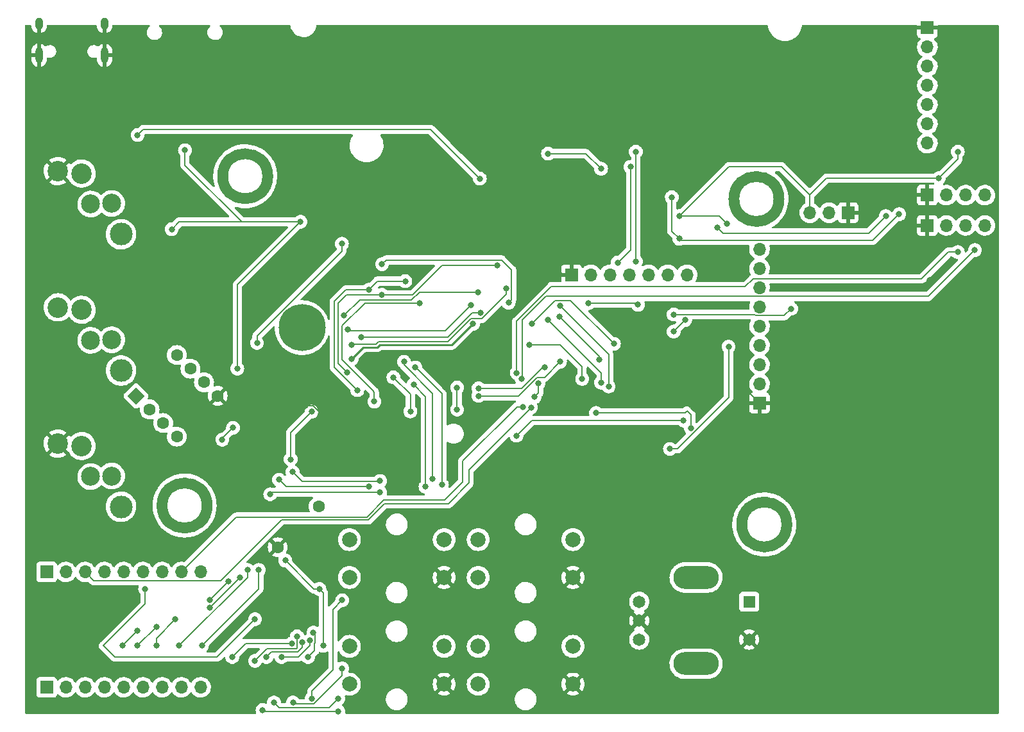
<source format=gbr>
%TF.GenerationSoftware,KiCad,Pcbnew,(6.0.5)*%
%TF.CreationDate,2022-06-18T22:15:24+02:00*%
%TF.ProjectId,clarinoid-devboard,636c6172-696e-46f6-9964-2d646576626f,rev?*%
%TF.SameCoordinates,Original*%
%TF.FileFunction,Copper,L2,Bot*%
%TF.FilePolarity,Positive*%
%FSLAX46Y46*%
G04 Gerber Fmt 4.6, Leading zero omitted, Abs format (unit mm)*
G04 Created by KiCad (PCBNEW (6.0.5)) date 2022-06-18 22:15:24*
%MOMM*%
%LPD*%
G01*
G04 APERTURE LIST*
G04 Aperture macros list*
%AMHorizOval*
0 Thick line with rounded ends*
0 $1 width*
0 $2 $3 position (X,Y) of the first rounded end (center of the circle)*
0 $4 $5 position (X,Y) of the second rounded end (center of the circle)*
0 Add line between two ends*
20,1,$1,$2,$3,$4,$5,0*
0 Add two circle primitives to create the rounded ends*
1,1,$1,$2,$3*
1,1,$1,$4,$5*%
%AMRotRect*
0 Rectangle, with rotation*
0 The origin of the aperture is its center*
0 $1 length*
0 $2 width*
0 $3 Rotation angle, in degrees counterclockwise*
0 Add horizontal line*
21,1,$1,$2,0,0,$3*%
G04 Aperture macros list end*
%TA.AperFunction,EtchedComponent*%
%ADD10C,1.475000*%
%TD*%
%TA.AperFunction,ComponentPad*%
%ADD11R,1.700000X1.700000*%
%TD*%
%TA.AperFunction,ComponentPad*%
%ADD12O,1.700000X1.700000*%
%TD*%
%TA.AperFunction,ComponentPad*%
%ADD13RotRect,1.600000X1.600000X45.000000*%
%TD*%
%TA.AperFunction,ComponentPad*%
%ADD14HorizOval,1.600000X0.000000X0.000000X0.000000X0.000000X0*%
%TD*%
%TA.AperFunction,ComponentPad*%
%ADD15C,6.200000*%
%TD*%
%TA.AperFunction,ComponentPad*%
%ADD16C,2.000000*%
%TD*%
%TA.AperFunction,ComponentPad*%
%ADD17C,2.700000*%
%TD*%
%TA.AperFunction,ComponentPad*%
%ADD18C,2.500000*%
%TD*%
%TA.AperFunction,ComponentPad*%
%ADD19C,3.000000*%
%TD*%
%TA.AperFunction,ComponentPad*%
%ADD20C,1.600000*%
%TD*%
%TA.AperFunction,ComponentPad*%
%ADD21O,1.000000X1.600000*%
%TD*%
%TA.AperFunction,ComponentPad*%
%ADD22O,1.000000X2.100000*%
%TD*%
%TA.AperFunction,ComponentPad*%
%ADD23R,1.650000X1.650000*%
%TD*%
%TA.AperFunction,ComponentPad*%
%ADD24C,1.650000*%
%TD*%
%TA.AperFunction,ComponentPad*%
%ADD25O,6.000000X3.000000*%
%TD*%
%TA.AperFunction,ViaPad*%
%ADD26C,0.800000*%
%TD*%
%TA.AperFunction,Conductor*%
%ADD27C,0.200000*%
%TD*%
%TA.AperFunction,Conductor*%
%ADD28C,0.250000*%
%TD*%
G04 APERTURE END LIST*
D10*
%TO.C,H2*%
X189173312Y-94434542D02*
G75*
G03*
X189173312Y-94434542I-2975000J0D01*
G01*
%TO.C,H4*%
X112673312Y-91934542D02*
G75*
G03*
X112673312Y-91934542I-2975000J0D01*
G01*
%TO.C,H5*%
X188135804Y-51447034D02*
G75*
G03*
X188135804Y-51447034I-2975000J0D01*
G01*
%TO.C,H3*%
X120673312Y-48434542D02*
G75*
G03*
X120673312Y-48434542I-2975000J0D01*
G01*
%TD*%
D11*
%TO.P,J14,1,Pin_1*%
%TO.N,GND*%
X185566565Y-78397523D03*
D12*
%TO.P,J14,2,Pin_2*%
%TO.N,Net-(IC4-Pad1)*%
X185566565Y-75857523D03*
%TO.P,J14,3,Pin_3*%
%TO.N,Net-(IC4-Pad2)*%
X185566565Y-73317523D03*
%TO.P,J14,4,Pin_4*%
%TO.N,Net-(IC4-Pad12)*%
X185566565Y-70777523D03*
%TO.P,J14,5,Pin_5*%
%TO.N,Net-(IC4-Pad13)*%
X185566565Y-68237523D03*
%TO.P,J14,6,Pin_6*%
%TO.N,Net-(IC4-Pad8)*%
X185566565Y-65697523D03*
%TO.P,J14,7,Pin_7*%
%TO.N,Net-(IC4-Pad9)*%
X185566565Y-63157523D03*
%TO.P,J14,8,Pin_8*%
%TO.N,Net-(IC4-Pad10)*%
X185566565Y-60617523D03*
%TO.P,J14,9,Pin_9*%
%TO.N,Net-(IC4-Pad11)*%
X185566565Y-58077523D03*
%TD*%
D13*
%TO.P,U8,1,NC*%
%TO.N,unconnected-(U8-Pad1)*%
X103286793Y-77447034D03*
D14*
%TO.P,U8,2,C1*%
%TO.N,Net-(D6-Pad1)*%
X105082844Y-79243085D03*
%TO.P,U8,3,C2*%
%TO.N,Net-(D6-Pad2)*%
X106878895Y-81039136D03*
%TO.P,U8,4,NC*%
%TO.N,unconnected-(U8-Pad4)*%
X108674947Y-82835188D03*
%TO.P,U8,5,GND*%
%TO.N,GND*%
X114063100Y-77447034D03*
%TO.P,U8,6,VO2*%
%TO.N,T00 MIDI IN*%
X112267049Y-75650983D03*
%TO.P,U8,7,VO1*%
%TO.N,unconnected-(U8-Pad7)*%
X110470998Y-73854932D03*
%TO.P,U8,8,VCC*%
%TO.N,Supply+5v*%
X108674947Y-72058880D03*
%TD*%
D15*
%TO.P,H1,1*%
%TO.N,N/C*%
X125198312Y-68434542D03*
%TD*%
D16*
%TO.P,SW4,1,1*%
%TO.N,GND*%
X143948312Y-115534542D03*
%TO.P,SW4,2,2*%
%TO.N,Net-(IC1-Pad6)*%
X131448312Y-115534542D03*
%TO.P,SW4,3*%
%TO.N,N/C*%
X143948312Y-110534542D03*
%TO.P,SW4,4*%
X131448312Y-110534542D03*
%TD*%
D11*
%TO.P,DS2,1,18_ANODE_F*%
%TO.N,Net-(DS2-Pad1)*%
X91493312Y-100709542D03*
D12*
%TO.P,DS2,2,17_ANODE_G*%
%TO.N,Net-(DS2-Pad2)*%
X94033312Y-100709542D03*
%TO.P,DS2,3,16_COMMON_CATHODE_DIG_1*%
%TO.N,kingbright_dig0*%
X96573312Y-100709542D03*
%TO.P,DS2,4,15_ANODE_H*%
%TO.N,Net-(DS2-Pad4)*%
X99113312Y-100709542D03*
%TO.P,DS2,5,14_ANODE_J*%
%TO.N,Net-(DS2-Pad5)*%
X101653312Y-100709542D03*
%TO.P,DS2,6,13_ANODE_P*%
%TO.N,Net-(DS2-Pad6)*%
X104193312Y-100709542D03*
%TO.P,DS2,7,12_ANODE_A*%
%TO.N,Net-(DS2-Pad7)*%
X106733312Y-100709542D03*
%TO.P,DS2,8,11_COMMON_CATHODE_DIG_2*%
%TO.N,kingbright_dig1*%
X109273312Y-100709542D03*
%TO.P,DS2,9,10_ANODE_B*%
%TO.N,Net-(DS2-Pad9)*%
X111813312Y-100709542D03*
%TD*%
D16*
%TO.P,SW3,1,1*%
%TO.N,GND*%
X143948312Y-101434542D03*
%TO.P,SW3,2,2*%
%TO.N,Net-(IC1-Pad5)*%
X131448312Y-101434542D03*
%TO.P,SW3,3*%
%TO.N,N/C*%
X143948312Y-96434542D03*
%TO.P,SW3,4*%
X131448312Y-96434542D03*
%TD*%
D17*
%TO.P,J10,1,S-GND*%
%TO.N,unconnected-(J10-Pad1)*%
X92973798Y-65760028D03*
%TO.P,J10,2,Tip*%
%TO.N,Net-(D6-Pad2)*%
X96120423Y-66078226D03*
D18*
%TO.P,J10,3*%
%TO.N,unconnected-(J10-Pad3)*%
X97322505Y-70108735D03*
%TO.P,J10,4,Ring*%
%TO.N,Net-(J10-Pad4)*%
X100080221Y-70038024D03*
D19*
%TO.P,J10,5*%
%TO.N,unconnected-(J10-Pad5)*%
X101317658Y-74103888D03*
%TD*%
D11*
%TO.P,J5,1,Pin_1*%
%TO.N,GND*%
X207698312Y-50934542D03*
D12*
%TO.P,J5,2,Pin_2*%
%TO.N,+3V3*%
X210238312Y-50934542D03*
%TO.P,J5,3,Pin_3*%
%TO.N,I2C_SDA*%
X212778312Y-50934542D03*
%TO.P,J5,4,Pin_4*%
%TO.N,I2C_SCL*%
X215318312Y-50934542D03*
%TD*%
D16*
%TO.P,SW2,1,1*%
%TO.N,GND*%
X160948312Y-101434542D03*
%TO.P,SW2,2,2*%
%TO.N,Net-(IC1-Pad4)*%
X148448312Y-101434542D03*
%TO.P,SW2,3*%
%TO.N,N/C*%
X160948312Y-96434542D03*
%TO.P,SW2,4*%
X148448312Y-96434542D03*
%TD*%
D20*
%TO.P,R15,1*%
%TO.N,GND*%
X121993312Y-97449542D03*
D14*
%TO.P,R15,2*%
%TO.N,Net-(IC3-Pad37)*%
X127381466Y-92061388D03*
%TD*%
D11*
%TO.P,J4,1,Pin_1*%
%TO.N,GND*%
X207723312Y-28834542D03*
D12*
%TO.P,J4,2,Pin_2*%
%TO.N,+3V3*%
X207723312Y-31374542D03*
%TO.P,J4,3,Pin_3*%
%TO.N,SPI0_MISO*%
X207723312Y-33914542D03*
%TO.P,J4,4,Pin_4*%
%TO.N,SPI0_MOSI*%
X207723312Y-36454542D03*
%TO.P,J4,5,Pin_5*%
%TO.N,SPI0_SCK*%
X207723312Y-38994542D03*
%TO.P,J4,6,Pin_6*%
%TO.N,SPI0_generic0_cs*%
X207723312Y-41534542D03*
%TO.P,J4,7,Pin_7*%
%TO.N,SPI0_generic1_cs*%
X207723312Y-44074542D03*
%TD*%
D17*
%TO.P,J1,1,S-GND*%
%TO.N,GND*%
X92973798Y-83760028D03*
%TO.P,J1,2,Tip*%
%TO.N,Net-(C9-Pad1)*%
X96120423Y-84078226D03*
D18*
%TO.P,J1,3*%
%TO.N,unconnected-(J1-Pad3)*%
X97322505Y-88108735D03*
%TO.P,J1,4,Ring*%
%TO.N,Net-(C12-Pad1)*%
X100080221Y-88038024D03*
D19*
%TO.P,J1,5*%
%TO.N,unconnected-(J1-Pad5)*%
X101317658Y-92103888D03*
%TD*%
D11*
%TO.P,J12,1,GND*%
%TO.N,GND*%
X160760804Y-61447034D03*
D12*
%TO.P,J12,2,VDD*%
%TO.N,+3V3*%
X163300804Y-61447034D03*
%TO.P,J12,3,SCK*%
%TO.N,SPI0_SCK*%
X165840804Y-61447034D03*
%TO.P,J12,4,SDA*%
%TO.N,SPI0_MOSI*%
X168380804Y-61447034D03*
%TO.P,J12,5,RES*%
%TO.N,OLED_RES*%
X170920804Y-61447034D03*
%TO.P,J12,6,DC*%
%TO.N,OLED_DC*%
X173460804Y-61447034D03*
%TO.P,J12,7,CS*%
%TO.N,OLED_CS*%
X176000804Y-61447034D03*
%TD*%
D11*
%TO.P,DS1,1,ANODE_E*%
%TO.N,Net-(DS1-Pad1)*%
X91493312Y-115949542D03*
D12*
%TO.P,DS1,2,ANODE_N*%
%TO.N,Net-(DS1-Pad2)*%
X94033312Y-115949542D03*
%TO.P,DS1,3,NC*%
%TO.N,unconnected-(DS1-Pad3)*%
X96573312Y-115949542D03*
%TO.P,DS1,4,ANODE_M*%
%TO.N,Net-(DS1-Pad4)*%
X99113312Y-115949542D03*
%TO.P,DS1,5,ANODE_L*%
%TO.N,Net-(DS1-Pad5)*%
X101653312Y-115949542D03*
%TO.P,DS1,6,ANODE_K*%
%TO.N,Net-(DS1-Pad6)*%
X104193312Y-115949542D03*
%TO.P,DS1,7,ANODE_D*%
%TO.N,Net-(DS1-Pad7)*%
X106733312Y-115949542D03*
%TO.P,DS1,8,ANODE_DP1/DP2*%
%TO.N,Net-(DS1-Pad8)*%
X109273312Y-115949542D03*
%TO.P,DS1,9,ANODE_C*%
%TO.N,Net-(DS1-Pad9)*%
X111813312Y-115949542D03*
%TD*%
D21*
%TO.P,J2,S1,SHIELD*%
%TO.N,GND*%
X99138304Y-28271568D03*
D22*
X99138304Y-32451568D03*
X90498304Y-32451568D03*
D21*
X90498304Y-28271568D03*
%TD*%
D16*
%TO.P,SW5,1,1*%
%TO.N,GND*%
X160948312Y-115534542D03*
%TO.P,SW5,2,2*%
%TO.N,Net-(IC1-Pad7)*%
X148448312Y-115534542D03*
%TO.P,SW5,3*%
%TO.N,N/C*%
X160948312Y-110534542D03*
%TO.P,SW5,4*%
X148448312Y-110534542D03*
%TD*%
D11*
%TO.P,J6,1,Pin_1*%
%TO.N,GND*%
X207698312Y-54934542D03*
D12*
%TO.P,J6,2,Pin_2*%
%TO.N,+3V3*%
X210238312Y-54934542D03*
%TO.P,J6,3,Pin_3*%
%TO.N,I2C1_SDA*%
X212778312Y-54934542D03*
%TO.P,J6,4,Pin_4*%
%TO.N,I2C1_SCL*%
X215318312Y-54934542D03*
%TD*%
D17*
%TO.P,J11,1,S-GND*%
%TO.N,GND*%
X92973798Y-47760028D03*
%TO.P,J11,2,Tip*%
%TO.N,Net-(J11-Pad2)*%
X96120423Y-48078226D03*
D18*
%TO.P,J11,3*%
%TO.N,unconnected-(J11-Pad3)*%
X97322505Y-52108735D03*
%TO.P,J11,4,Ring*%
%TO.N,Net-(J11-Pad4)*%
X100080221Y-52038024D03*
D19*
%TO.P,J11,5*%
%TO.N,unconnected-(J11-Pad5)*%
X101317658Y-56103888D03*
%TD*%
D23*
%TO.P,SW7,1,SWGND*%
%TO.N,ENC_SWITCH*%
X184198312Y-104634542D03*
D24*
%TO.P,SW7,2,SW*%
%TO.N,GND*%
X184198312Y-109634542D03*
%TO.P,SW7,A,A*%
%TO.N,ENC_A*%
X169698312Y-104634542D03*
%TO.P,SW7,B,B*%
%TO.N,ENC_B*%
X169698312Y-109634542D03*
%TO.P,SW7,C,GND*%
%TO.N,GND*%
X169698312Y-107134542D03*
D25*
%TO.P,SW7,S1*%
%TO.N,N/C*%
X177198312Y-101434542D03*
%TO.P,SW7,S2*%
X177198312Y-112834542D03*
%TD*%
D11*
%TO.P,U9,1,gnd*%
%TO.N,GND*%
X197273312Y-53259542D03*
D12*
%TO.P,U9,2,Data*%
%TO.N,WS2812_DATA2*%
X194733312Y-53259542D03*
%TO.P,U9,3,+5v*%
%TO.N,+3V3*%
X192193312Y-53259542D03*
%TD*%
D26*
%TO.N,GND*%
X119065487Y-84203873D03*
X114910804Y-91197034D03*
X183410804Y-72697034D03*
X163660804Y-85447034D03*
%TO.N,Net-(DS1-Pad7)*%
X108993312Y-110449542D03*
%TO.N,Net-(DS2-Pad1)*%
X112993312Y-104449542D03*
%TO.N,Net-(DS1-Pad1)*%
X116993312Y-101449544D03*
X112993312Y-105449542D03*
%TO.N,Net-(DS1-Pad7)*%
X117993312Y-100449542D03*
%TO.N,Net-(DS2-Pad1)*%
X115493312Y-101949544D03*
%TO.N,Net-(DS2-Pad6)*%
X104493312Y-102949542D03*
X118993312Y-106949542D03*
%TO.N,Net-(D16-Pad1)*%
X115993312Y-111949542D03*
%TO.N,Net-(D19-Pad1)*%
X124543702Y-109202354D03*
X118993312Y-112449542D03*
%TO.N,Net-(D17-Pad1)*%
X120493312Y-111949542D03*
X125243202Y-110024997D03*
%TO.N,Net-(D20-Pad1)*%
X122493312Y-111949542D03*
X126211681Y-109777907D03*
%TO.N,Net-(D21-Pad1)*%
X126696476Y-108719177D03*
%TO.N,Net-(D16-Pad1)*%
X123844202Y-110151030D03*
%TO.N,Net-(D21-Pad1)*%
X125993312Y-111949542D03*
%TO.N,Net-(D18-Pad1)*%
X129993312Y-117449542D03*
X121493312Y-117949542D03*
%TO.N,Net-(D23-Pad1)*%
X129993312Y-119149042D03*
X119993312Y-118949542D03*
%TO.N,Net-(DS1-Pad9)*%
X111993312Y-110449542D03*
X119493312Y-100449542D03*
%TO.N,Net-(DS1-Pad5)*%
X105993312Y-107949542D03*
X103493312Y-110449542D03*
%TO.N,Net-(DS1-Pad4)*%
X103493312Y-108449542D03*
X101493312Y-110449542D03*
%TO.N,Net-(DS1-Pad6)*%
X108493312Y-106949542D03*
X105993312Y-110449542D03*
%TO.N,A3v3*%
X114669658Y-83232761D03*
X116083872Y-81677126D03*
%TO.N,GND*%
X135650799Y-53972866D03*
X135948312Y-51684542D03*
X126660804Y-48447034D03*
X152448312Y-72684542D03*
X148660804Y-58447034D03*
X182493312Y-69949542D03*
X171993312Y-86199542D03*
X151993312Y-83949542D03*
X122493312Y-103199542D03*
X194993312Y-35949542D03*
X192493312Y-42699542D03*
X133760804Y-53347034D03*
X166243312Y-85949542D03*
X207993312Y-62199542D03*
X124743312Y-104949542D03*
X128460804Y-54747034D03*
X143198312Y-54684542D03*
X133660804Y-60447034D03*
X132591182Y-56516656D03*
X144698312Y-52684542D03*
X168243312Y-85949542D03*
X125660303Y-78740428D03*
X96410804Y-37197034D03*
X120493312Y-104949542D03*
X122493312Y-106949542D03*
X142660804Y-48046534D03*
X144448312Y-54434542D03*
X143198312Y-52684542D03*
X169993312Y-86199542D03*
X154198312Y-62184542D03*
X137443717Y-52179947D03*
X143860804Y-53697034D03*
X128328586Y-80880471D03*
%TO.N,D3v3*%
X123697728Y-85829527D03*
X126455444Y-79536277D03*
%TO.N,SPI0_MISO*%
X174243312Y-66699542D03*
X189743312Y-65949542D03*
%TO.N,SPI0_generic0_cs*%
X153493312Y-82699542D03*
X175543812Y-80699542D03*
%TO.N,SPI0_generic1_cs*%
X163993312Y-79699542D03*
X176493312Y-81699542D03*
%TO.N,I2C1_SDA*%
X153524547Y-74426202D03*
X211743312Y-58449542D03*
%TO.N,I2C1_SCL*%
X213993312Y-58199542D03*
X154160804Y-75197034D03*
%TO.N,I2C_SCL*%
X138825471Y-62303212D03*
X174993312Y-56699542D03*
X133993312Y-63449542D03*
X203993312Y-53449542D03*
X132493312Y-76699542D03*
X173993312Y-51199542D03*
%TO.N,I2C_SDA*%
X202243312Y-53699542D03*
X131123690Y-74319164D03*
X135739766Y-64100531D03*
X175743311Y-67449541D03*
X174243312Y-68949542D03*
X150942635Y-60250042D03*
X179993312Y-55199542D03*
%TO.N,USB data in +*%
X148460804Y-63747034D03*
X130760804Y-66847034D03*
%TO.N,USB data in -*%
X152153690Y-63239920D03*
X131743312Y-70699542D03*
%TO.N,T01=MIDI OUT*%
X132993312Y-69699542D03*
X148743312Y-66449542D03*
%TO.N,USB_Vin5v*%
X148660804Y-48747034D03*
X103500000Y-43000000D03*
%TO.N,Supply+5v*%
X119260804Y-70447034D03*
X152460804Y-65147034D03*
X130460804Y-57347034D03*
X135760804Y-60047034D03*
%TO.N,Net-(R10-Pad2)*%
X164660804Y-47447034D03*
X157660804Y-45447034D03*
%TO.N,T00 MIDI IN*%
X131760804Y-72547034D03*
X147743312Y-67949542D03*
%TO.N,SDIO_MISO*%
X137250000Y-75000000D03*
X139500000Y-79500000D03*
%TO.N,I2S_LRCK*%
X120993312Y-90449542D03*
X135493312Y-90199542D03*
%TO.N,I2S_DIN*%
X133993312Y-89463357D03*
X122166277Y-88526577D03*
%TO.N,I2S_BCK*%
X135493312Y-88699542D03*
X145661304Y-79247034D03*
X145660804Y-76347034D03*
X123948420Y-87494434D03*
%TO.N,SPI0_SCK*%
X166861383Y-59852715D03*
X168543812Y-47199542D03*
X162993312Y-65199542D03*
X169535310Y-65418300D03*
%TO.N,SPI0_MOSI*%
X169243312Y-59699542D03*
X156410804Y-75786062D03*
X155910804Y-77584573D03*
X169243312Y-45199542D03*
%TO.N,OLED_RES*%
X159243312Y-72949542D03*
X148493312Y-77449542D03*
%TO.N,OLED_DC*%
X148493312Y-76449542D03*
X157243312Y-73699542D03*
%TO.N,WS2812_DATA*%
X166362934Y-70569164D03*
X155493312Y-67949542D03*
%TO.N,ENC_A*%
X140160804Y-73697034D03*
X143660804Y-89197034D03*
%TO.N,ENC_B*%
X141493312Y-89449542D03*
X139910804Y-75947034D03*
%TO.N,ENC_SWITCH*%
X138660804Y-72947034D03*
X142410804Y-88447034D03*
%TO.N,GEN_LED1*%
X159160804Y-66947034D03*
X164410804Y-72697034D03*
%TO.N,GEN_LED2*%
X155160804Y-70697034D03*
X162160804Y-75197034D03*
%TO.N,GEN_LED3*%
X159217513Y-65548553D03*
X165660804Y-76197034D03*
%TO.N,GEN_LED4*%
X157660804Y-67447034D03*
X164660804Y-75697034D03*
%TO.N,kingbright_dig1*%
X154384862Y-78884042D03*
%TO.N,kingbright_dig0*%
X155414424Y-78985042D03*
%TO.N,Net-(SW6-Pad1)*%
X131243312Y-68699542D03*
X147493312Y-65449542D03*
%TO.N,+3V3*%
X107993312Y-55449542D03*
X181243312Y-54699542D03*
X109750000Y-45000000D03*
X116660804Y-73847034D03*
X124993312Y-54449542D03*
X209243312Y-48699542D03*
X122993312Y-99199542D03*
X211743312Y-45199542D03*
X127493312Y-102949542D03*
X181493312Y-70949542D03*
X173743312Y-84449542D03*
X174993312Y-53699542D03*
X127993312Y-110449542D03*
%TO.N,Net-(D24-Pad1)*%
X130493312Y-113449542D03*
X123993312Y-117949542D03*
%TO.N,Net-(D26-Pad1)*%
X126493312Y-117449542D03*
X130493312Y-104449542D03*
%TO.N,enable_led_driver*%
X134743312Y-78199542D03*
X140743312Y-65199542D03*
%TD*%
D27*
%TO.N,+3V3*%
X194393312Y-48699542D02*
X192193312Y-50899542D01*
X209243312Y-48699542D02*
X194393312Y-48699542D01*
%TO.N,GND*%
X114910804Y-91197034D02*
X119065487Y-87042351D01*
X119065487Y-87042351D02*
X119065487Y-84203873D01*
%TO.N,SPI0_MOSI*%
X156410804Y-77084573D02*
X155910804Y-77584573D01*
X156410804Y-75786062D02*
X156410804Y-77084573D01*
%TO.N,OLED_DC*%
X154193086Y-76449542D02*
X156943086Y-73699542D01*
X148493312Y-76449542D02*
X154193086Y-76449542D01*
%TO.N,OLED_RES*%
X157195321Y-74997533D02*
X159243312Y-72949542D01*
X156210088Y-74997533D02*
X157195321Y-74997533D01*
X153758079Y-77449542D02*
X156210088Y-74997533D01*
%TO.N,OLED_DC*%
X156943086Y-73699542D02*
X157243312Y-73699542D01*
%TO.N,OLED_RES*%
X148493312Y-77449542D02*
X153758079Y-77449542D01*
%TO.N,ENC_A*%
X143660804Y-77184927D02*
X140172911Y-73697034D01*
X143660804Y-89197034D02*
X143660804Y-77184927D01*
X140172911Y-73697034D02*
X140160804Y-73697034D01*
%TO.N,ENC_B*%
X141493312Y-77529542D02*
X139910804Y-75947034D01*
X141493312Y-89449542D02*
X141493312Y-77529542D01*
%TO.N,ENC_SWITCH*%
X142410804Y-77127789D02*
X138660804Y-73377789D01*
X138660804Y-73377789D02*
X138660804Y-72947034D01*
X142410804Y-88447034D02*
X142410804Y-77127789D01*
%TO.N,I2C1_SDA*%
X158077828Y-63050032D02*
X153524547Y-67603313D01*
X183658795Y-63050032D02*
X158077828Y-63050032D01*
X206934842Y-62008012D02*
X184700815Y-62008012D01*
X210493312Y-58449542D02*
X206934842Y-62008012D01*
X184700815Y-62008012D02*
X183658795Y-63050032D01*
X211743312Y-58449542D02*
X210493312Y-58449542D01*
%TO.N,I2C1_SCL*%
X154243312Y-75114526D02*
X154160804Y-75197034D01*
X207885820Y-64307034D02*
X157385820Y-64307034D01*
X154243312Y-67449542D02*
X154243312Y-75114526D01*
%TO.N,I2C1_SDA*%
X153524547Y-67603313D02*
X153524547Y-74426202D01*
%TO.N,I2C1_SCL*%
X213993312Y-58199542D02*
X207885820Y-64307034D01*
X157385820Y-64307034D02*
X154243312Y-67449542D01*
%TO.N,GEN_LED2*%
X159230048Y-70697034D02*
X155160804Y-70697034D01*
X162160804Y-75197034D02*
X162160804Y-73627790D01*
X162160804Y-73627790D02*
X159230048Y-70697034D01*
%TO.N,GEN_LED1*%
X164410804Y-72197034D02*
X159160804Y-66947034D01*
X164410804Y-72697034D02*
X164410804Y-72197034D01*
%TO.N,GEN_LED4*%
X164660804Y-74447034D02*
X157660804Y-67447034D01*
X164660804Y-75697034D02*
X164660804Y-74447034D01*
%TO.N,GEN_LED3*%
X165660804Y-71991844D02*
X165660804Y-76197034D01*
X159217513Y-65548553D02*
X165660804Y-71991844D01*
%TO.N,GND*%
X166243312Y-85949542D02*
X165740804Y-85447034D01*
X165740804Y-85447034D02*
X163660804Y-85447034D01*
%TO.N,Net-(DS1-Pad1)*%
X112993312Y-105449542D02*
X116993312Y-101449544D01*
%TO.N,Net-(DS1-Pad7)*%
X108993312Y-110449542D02*
X117993312Y-101449542D01*
%TO.N,Net-(DS2-Pad1)*%
X112993312Y-104449542D02*
X115493312Y-101949544D01*
%TO.N,Net-(DS1-Pad7)*%
X117993312Y-101449542D02*
X117993312Y-100449542D01*
%TO.N,Net-(DS2-Pad6)*%
X112493312Y-111949542D02*
X113993312Y-111949542D01*
X104493312Y-102949542D02*
X104493312Y-104949542D01*
X104493312Y-104949542D02*
X98993312Y-110449542D01*
X100493312Y-111949542D02*
X112493312Y-111949542D01*
X113993312Y-111949542D02*
X118993312Y-106949542D01*
X98993312Y-110449542D02*
X100493312Y-111949542D01*
%TO.N,Net-(D17-Pad1)*%
X124627819Y-111250041D02*
X125243202Y-110634658D01*
%TO.N,Net-(D16-Pad1)*%
X115993312Y-111949542D02*
X117791824Y-110151030D01*
%TO.N,Net-(D19-Pad1)*%
X118993312Y-112449542D02*
X120592324Y-110850530D01*
%TO.N,Net-(D17-Pad1)*%
X120493312Y-111949542D02*
X121192813Y-111250041D01*
%TO.N,Net-(D19-Pad1)*%
X120592324Y-110850530D02*
X124462336Y-110850530D01*
X124462336Y-110850530D02*
X124543702Y-110769164D01*
%TO.N,Net-(D17-Pad1)*%
X125243202Y-110634658D02*
X125243202Y-110024997D01*
%TO.N,Net-(D16-Pad1)*%
X117791824Y-110151030D02*
X123844202Y-110151030D01*
%TO.N,Net-(D19-Pad1)*%
X124543702Y-110769164D02*
X124543702Y-109202354D01*
%TO.N,Net-(D17-Pad1)*%
X121192813Y-111250041D02*
X124627819Y-111250041D01*
%TO.N,Net-(D21-Pad1)*%
X126848440Y-110130393D02*
X126911182Y-110067651D01*
X126848440Y-111094414D02*
X126848440Y-110130393D01*
%TO.N,Net-(D20-Pad1)*%
X124692812Y-111949542D02*
X126211681Y-110430673D01*
X126211681Y-110430673D02*
X126211681Y-109777907D01*
X122493312Y-111949542D02*
X124692812Y-111949542D01*
%TO.N,Net-(D21-Pad1)*%
X125993312Y-111949542D02*
X126848440Y-111094414D01*
X126911182Y-110067651D02*
X126911182Y-108933883D01*
X126911182Y-108933883D02*
X126696476Y-108719177D01*
%TO.N,Net-(D18-Pad1)*%
X128793811Y-118649043D02*
X122192813Y-118649043D01*
X129993312Y-117449542D02*
X128793811Y-118649043D01*
X122192813Y-118649043D02*
X121493312Y-117949542D01*
%TO.N,Net-(D23-Pad1)*%
X120192812Y-119149042D02*
X129993312Y-119149042D01*
X119993312Y-118949542D02*
X120192812Y-119149042D01*
%TO.N,Net-(DS1-Pad9)*%
X111993312Y-110449542D02*
X119493312Y-102949542D01*
X119493312Y-102949542D02*
X119493312Y-100449542D01*
%TO.N,Net-(DS1-Pad4)*%
X101493312Y-110449542D02*
X103493312Y-108449542D01*
%TO.N,Net-(DS1-Pad5)*%
X103493312Y-110449542D02*
X105993312Y-107949542D01*
%TO.N,Net-(DS1-Pad6)*%
X105993312Y-110449542D02*
X105993312Y-109449542D01*
X105993312Y-109449542D02*
X108493312Y-106949542D01*
%TO.N,A3v3*%
X114669658Y-83091340D02*
X114669658Y-83232761D01*
X116083872Y-81677126D02*
X114669658Y-83091340D01*
%TO.N,GND*%
X133660804Y-57586278D02*
X133660804Y-60447034D01*
X99138304Y-34469534D02*
X99138304Y-32451568D01*
X128460804Y-54747034D02*
X126660804Y-52947034D01*
X135650799Y-53972866D02*
X130124967Y-48447034D01*
X156710804Y-58447034D02*
X159710804Y-61447034D01*
X142260304Y-48447034D02*
X126660804Y-48447034D01*
X134386636Y-53972866D02*
X135650799Y-53972866D01*
X159710804Y-61447034D02*
X160760804Y-61447034D01*
X141577131Y-48046534D02*
X137443717Y-52179947D01*
X148660804Y-58447034D02*
X156710804Y-58447034D01*
X126648853Y-78740428D02*
X128328586Y-80420161D01*
X140124967Y-58447034D02*
X135650799Y-53972866D01*
X142660804Y-48046534D02*
X142260304Y-48447034D01*
X142660804Y-48046534D02*
X141577131Y-48046534D01*
X96410804Y-37197034D02*
X99138304Y-34469534D01*
X132591182Y-56516656D02*
X133660804Y-57586278D01*
X130124967Y-48447034D02*
X126660804Y-48447034D01*
X128328586Y-80420161D02*
X128328586Y-80880471D01*
X126660804Y-52947034D02*
X126660804Y-48447034D01*
X182493312Y-75324270D02*
X182493312Y-69949542D01*
X148660804Y-58447034D02*
X140124967Y-58447034D01*
X125660303Y-78740428D02*
X126648853Y-78740428D01*
X137443717Y-52179947D02*
X135650799Y-53972866D01*
X133760804Y-53347034D02*
X134386636Y-53972866D01*
X185566565Y-78397523D02*
X182493312Y-75324270D01*
%TO.N,D3v3*%
X123697728Y-85829527D02*
X123697728Y-82293994D01*
X123697728Y-82293994D02*
X126455444Y-79536277D01*
%TO.N,SPI0_MISO*%
X188845820Y-66847034D02*
X185090421Y-66847034D01*
X189743312Y-65949542D02*
X188845820Y-66847034D01*
X184942929Y-66699542D02*
X174243312Y-66699542D01*
X185090421Y-66847034D02*
X184942929Y-66699542D01*
%TO.N,SPI0_generic0_cs*%
X155493312Y-80699542D02*
X175543812Y-80699542D01*
X153493312Y-82699542D02*
X155493312Y-80699542D01*
%TO.N,SPI0_generic1_cs*%
X175993312Y-79449542D02*
X176493312Y-79949542D01*
X163993312Y-79699542D02*
X175743312Y-79699542D01*
X175743312Y-79699542D02*
X175993312Y-79449542D01*
X176493312Y-79949542D02*
X176493312Y-81699542D01*
%TO.N,I2C_SCL*%
X173993312Y-55699542D02*
X174993312Y-56699542D01*
X132493312Y-76699542D02*
X129493312Y-73699542D01*
X138825471Y-62303212D02*
X135139642Y-62303212D01*
X130993312Y-63449542D02*
X133993312Y-63449542D01*
X203993312Y-53449542D02*
X200514842Y-56928012D01*
X175221782Y-56928012D02*
X174993312Y-56699542D01*
X129493312Y-64949542D02*
X130993312Y-63449542D01*
X200514842Y-56928012D02*
X175221782Y-56928012D01*
X135139642Y-62303212D02*
X133993312Y-63449542D01*
X173993312Y-51199542D02*
X173993312Y-55699542D01*
X129493312Y-73699542D02*
X129493312Y-64949542D01*
%TO.N,I2C_SDA*%
X143638574Y-60250042D02*
X139788085Y-64100531D01*
X202243312Y-53699542D02*
X199993312Y-55949542D01*
X150942635Y-60250042D02*
X143638574Y-60250042D01*
X180743312Y-55949542D02*
X179993312Y-55199542D01*
X199993312Y-55949542D02*
X180743312Y-55949542D01*
X129993312Y-73188786D02*
X131123690Y-74319164D01*
X135691254Y-64149043D02*
X131043811Y-64149043D01*
X174243312Y-68949542D02*
X175743311Y-67449541D01*
X135739766Y-64100531D02*
X135691254Y-64149043D01*
X139788085Y-64100531D02*
X135739766Y-64100531D01*
X131043811Y-64149043D02*
X129993312Y-65199542D01*
X129993312Y-65199542D02*
X129993312Y-73188786D01*
%TO.N,USB data in +*%
X140706575Y-63747034D02*
X148460804Y-63747034D01*
X132807807Y-64800031D02*
X139653578Y-64800031D01*
X130760804Y-66847034D02*
X132807807Y-64800031D01*
X139653578Y-64800031D02*
X140706575Y-63747034D01*
%TO.N,USB data in -*%
X131842334Y-70600520D02*
X131743312Y-70699542D01*
X134967384Y-70600520D02*
X131842334Y-70600520D01*
X152153690Y-63239920D02*
X152153690Y-64028409D01*
X144403079Y-70300530D02*
X135267374Y-70300530D01*
X147453568Y-67250041D02*
X144403079Y-70300530D01*
X148932058Y-67250041D02*
X147453568Y-67250041D01*
X135267374Y-70300530D02*
X134967384Y-70600520D01*
X152153690Y-64028409D02*
X148932058Y-67250041D01*
%TO.N,T01=MIDI OUT*%
X144439074Y-69699542D02*
X132993312Y-69699542D01*
X148743312Y-66449542D02*
X147689074Y-66449542D01*
X147689074Y-66449542D02*
X144439074Y-69699542D01*
%TO.N,USB_Vin5v*%
X103500000Y-43000000D02*
X104227953Y-42272047D01*
X142185817Y-42272047D02*
X148660804Y-48747034D01*
X104227953Y-42272047D02*
X142185817Y-42272047D01*
%TO.N,Supply+5v*%
X119260804Y-70447034D02*
X119260804Y-69518320D01*
X119260804Y-69518320D02*
X130460804Y-58318320D01*
X136307797Y-59500041D02*
X135760804Y-60047034D01*
X152860315Y-60827300D02*
X151533056Y-59500041D01*
X152860315Y-64747523D02*
X152860315Y-60827300D01*
X151533056Y-59500041D02*
X136307797Y-59500041D01*
X152460804Y-65147034D02*
X152860315Y-64747523D01*
X130460804Y-58318320D02*
X130460804Y-57347034D01*
%TO.N,Net-(R10-Pad2)*%
X157660804Y-45447034D02*
X162660804Y-45447034D01*
X162660804Y-45447034D02*
X164660804Y-47447034D01*
D28*
%TO.N,T00 MIDI IN*%
X131760804Y-72547034D02*
X133282807Y-71025031D01*
X133282807Y-71025031D02*
X135143223Y-71025031D01*
X135443213Y-70725041D02*
X144967813Y-70725041D01*
X135143223Y-71025031D02*
X135443213Y-70725041D01*
X144967813Y-70725041D02*
X147743312Y-67949542D01*
D27*
%TO.N,SDIO_MISO*%
X139500000Y-77250000D02*
X139500000Y-79500000D01*
X137250000Y-75000000D02*
X139500000Y-77250000D01*
%TO.N,I2S_LRCK*%
X135456627Y-90162857D02*
X135493312Y-90199542D01*
X121279997Y-90162857D02*
X135456627Y-90162857D01*
X120993312Y-90449542D02*
X121279997Y-90162857D01*
%TO.N,I2S_DIN*%
X122166277Y-88526577D02*
X123089242Y-89449542D01*
X123089242Y-89449542D02*
X133979497Y-89449542D01*
X133979497Y-89449542D02*
X133993312Y-89463357D01*
%TO.N,I2S_BCK*%
X125217842Y-88763856D02*
X135428998Y-88763856D01*
X123948420Y-87494434D02*
X125217842Y-88763856D01*
X135428998Y-88763856D02*
X135493312Y-88699542D01*
X145660804Y-79246534D02*
X145660804Y-76347034D01*
X145661304Y-79247034D02*
X145660804Y-79246534D01*
%TO.N,SPI0_SCK*%
X168543812Y-58170286D02*
X166861383Y-59852715D01*
X169316552Y-65199542D02*
X169535310Y-65418300D01*
X162993312Y-65199542D02*
X169316552Y-65199542D01*
X168543812Y-47199542D02*
X168543812Y-58170286D01*
%TO.N,SPI0_MOSI*%
X169243312Y-59699542D02*
X169243312Y-45199542D01*
%TO.N,WS2812_DATA*%
X158593801Y-64849053D02*
X160642823Y-64849053D01*
X160642823Y-64849053D02*
X166362934Y-70569164D01*
X155493312Y-67949542D02*
X158593801Y-64849053D01*
%TO.N,kingbright_dig1*%
X109273312Y-100709542D02*
X116533312Y-93449542D01*
X116533312Y-93449542D02*
X133743312Y-93449542D01*
X146372833Y-88820021D02*
X146372833Y-86070021D01*
X135993312Y-91199542D02*
X143993312Y-91199542D01*
X143993312Y-91199542D02*
X146372833Y-88820021D01*
X146372833Y-86070021D02*
X153558812Y-78884042D01*
X153558812Y-78884042D02*
X154384862Y-78884042D01*
X133743312Y-93449542D02*
X135993312Y-91199542D01*
%TO.N,kingbright_dig0*%
X114463788Y-101859053D02*
X122473789Y-93849052D01*
X147243312Y-87199542D02*
X155414424Y-79028430D01*
X97722823Y-101859053D02*
X114463788Y-101859053D01*
X147243312Y-88949542D02*
X147243312Y-87199542D01*
X144493312Y-91699542D02*
X147243312Y-88949542D01*
X155414424Y-79028430D02*
X155414424Y-78985042D01*
X136058306Y-91699542D02*
X144493312Y-91699542D01*
X96573312Y-100709542D02*
X97722823Y-101859053D01*
X122473789Y-93849052D02*
X133908796Y-93849052D01*
X133908796Y-93849052D02*
X136058306Y-91699542D01*
%TO.N,Net-(SW6-Pad1)*%
X147493312Y-65449542D02*
X144093802Y-68849052D01*
X144093802Y-68849052D02*
X131392822Y-68849052D01*
X131392822Y-68849052D02*
X131243312Y-68699542D01*
%TO.N,+3V3*%
X181493312Y-77688787D02*
X181493312Y-70949542D01*
X116660804Y-73847034D02*
X116660804Y-62782050D01*
X181243312Y-54699542D02*
X180243312Y-53699542D01*
X181493312Y-47199542D02*
X186243312Y-47199542D01*
X109750000Y-46964586D02*
X109750000Y-45000000D01*
X117234956Y-54449542D02*
X109750000Y-46964586D01*
X180243312Y-53699542D02*
X174993312Y-53699542D01*
X192193312Y-50899542D02*
X188493312Y-47199542D01*
X174993312Y-53699542D02*
X181493312Y-47199542D01*
X209243312Y-48699542D02*
X211743312Y-46199542D01*
X173743312Y-84449542D02*
X174732557Y-84449542D01*
X116660804Y-62782050D02*
X124993312Y-54449542D01*
X127993312Y-110449542D02*
X127993312Y-103449542D01*
X188493312Y-47199542D02*
X186243312Y-47199542D01*
X124993312Y-54449542D02*
X108993312Y-54449542D01*
X122993312Y-99199542D02*
X126743312Y-102949542D01*
X108993312Y-54449542D02*
X107993312Y-55449542D01*
X192193312Y-53259542D02*
X192193312Y-50899542D01*
X211743312Y-46199542D02*
X211743312Y-45199542D01*
X126743312Y-102949542D02*
X127493312Y-102949542D01*
X127993312Y-103449542D02*
X127493312Y-102949542D01*
X124993312Y-54449542D02*
X117234956Y-54449542D01*
X174732557Y-84449542D02*
X181493312Y-77688787D01*
%TO.N,Net-(D24-Pad1)*%
X130493312Y-113449542D02*
X130493312Y-114438787D01*
X124192813Y-118149043D02*
X123993312Y-117949542D01*
X130493312Y-114438787D02*
X126783056Y-118149043D01*
X126783056Y-118149043D02*
X124192813Y-118149043D01*
%TO.N,Net-(D26-Pad1)*%
X129274189Y-113668665D02*
X129274189Y-105668665D01*
X129274189Y-105668665D02*
X130493312Y-104449542D01*
X126493312Y-117449542D02*
X126493312Y-116449542D01*
X126493312Y-116449542D02*
X129274189Y-113668665D01*
%TO.N,enable_led_driver*%
X140743312Y-65199542D02*
X133493312Y-65199542D01*
X134493312Y-76699542D02*
X134743312Y-76949542D01*
X134743312Y-76949542D02*
X134743312Y-78199542D01*
X130493312Y-72699542D02*
X134493312Y-76699542D01*
X133493312Y-65199542D02*
X130493312Y-68199542D01*
X130493312Y-68199542D02*
X130493312Y-72699542D01*
%TD*%
%TA.AperFunction,Conductor*%
%TO.N,GND*%
G36*
X89432425Y-28467036D02*
G01*
X89478918Y-28520692D01*
X89490304Y-28573034D01*
X89490304Y-28618225D01*
X89490605Y-28624373D01*
X89504116Y-28762171D01*
X89506499Y-28774206D01*
X89560071Y-28951644D01*
X89564745Y-28962984D01*
X89651764Y-29126645D01*
X89658553Y-29136862D01*
X89775701Y-29280501D01*
X89784345Y-29289205D01*
X89927160Y-29407352D01*
X89937331Y-29414212D01*
X90100380Y-29502372D01*
X90111685Y-29507124D01*
X90226996Y-29542818D01*
X90241099Y-29543024D01*
X90244304Y-29536269D01*
X90244304Y-28447034D01*
X90752304Y-28447034D01*
X90752304Y-29529492D01*
X90756277Y-29543023D01*
X90764072Y-29544143D01*
X90871825Y-29512430D01*
X90883193Y-29507837D01*
X91047458Y-29421961D01*
X91057719Y-29415247D01*
X91202177Y-29299100D01*
X91210936Y-29290522D01*
X91330082Y-29148529D01*
X91337012Y-29138409D01*
X91426306Y-28975983D01*
X91431138Y-28964710D01*
X91487184Y-28788030D01*
X91489734Y-28776036D01*
X91505911Y-28631807D01*
X91506304Y-28624783D01*
X91506304Y-28573034D01*
X91526306Y-28504913D01*
X91579962Y-28458420D01*
X91632304Y-28447034D01*
X98004304Y-28447034D01*
X98072425Y-28467036D01*
X98118918Y-28520692D01*
X98130304Y-28573034D01*
X98130304Y-28618225D01*
X98130605Y-28624373D01*
X98144116Y-28762171D01*
X98146499Y-28774206D01*
X98200071Y-28951644D01*
X98204745Y-28962984D01*
X98291764Y-29126645D01*
X98298553Y-29136862D01*
X98415701Y-29280501D01*
X98424345Y-29289205D01*
X98567160Y-29407352D01*
X98577331Y-29414212D01*
X98740380Y-29502372D01*
X98751685Y-29507124D01*
X98866996Y-29542818D01*
X98881099Y-29543024D01*
X98884304Y-29536269D01*
X98884304Y-28447034D01*
X99392304Y-28447034D01*
X99392304Y-29529492D01*
X99396277Y-29543023D01*
X99404072Y-29544143D01*
X99511825Y-29512430D01*
X99523193Y-29507837D01*
X99687458Y-29421961D01*
X99697719Y-29415247D01*
X99842177Y-29299100D01*
X99850936Y-29290522D01*
X99970082Y-29148529D01*
X99977012Y-29138409D01*
X100066306Y-28975983D01*
X100071138Y-28964710D01*
X100127184Y-28788030D01*
X100129734Y-28776036D01*
X100145911Y-28631807D01*
X100146304Y-28624783D01*
X100146304Y-28573034D01*
X100166306Y-28504913D01*
X100219962Y-28458420D01*
X100272304Y-28447034D01*
X104989859Y-28447034D01*
X105057980Y-28467036D01*
X105104473Y-28520692D01*
X105114577Y-28590966D01*
X105085083Y-28655546D01*
X105069495Y-28670677D01*
X105015713Y-28714540D01*
X105015710Y-28714543D01*
X105010938Y-28718435D01*
X105007011Y-28723182D01*
X105007009Y-28723184D01*
X104888799Y-28866075D01*
X104888797Y-28866079D01*
X104884870Y-28870825D01*
X104790802Y-29044799D01*
X104732318Y-29233732D01*
X104731674Y-29239857D01*
X104731674Y-29239858D01*
X104712535Y-29421961D01*
X104711645Y-29430425D01*
X104712204Y-29436565D01*
X104726068Y-29588902D01*
X104729570Y-29627388D01*
X104731308Y-29633294D01*
X104731309Y-29633298D01*
X104759538Y-29729211D01*
X104785410Y-29817119D01*
X104788263Y-29822577D01*
X104788265Y-29822581D01*
X104817464Y-29878432D01*
X104877040Y-29992390D01*
X105000968Y-30146525D01*
X105005692Y-30150489D01*
X105012933Y-30156565D01*
X105152474Y-30273654D01*
X105157872Y-30276621D01*
X105157877Y-30276625D01*
X105242316Y-30323045D01*
X105325787Y-30368933D01*
X105331654Y-30370794D01*
X105331656Y-30370795D01*
X105449830Y-30408282D01*
X105514306Y-30428735D01*
X105668227Y-30446000D01*
X105774769Y-30446000D01*
X105777825Y-30445700D01*
X105777832Y-30445700D01*
X105836340Y-30439963D01*
X105921833Y-30431580D01*
X105927734Y-30429798D01*
X105927736Y-30429798D01*
X106001053Y-30407662D01*
X106111169Y-30374416D01*
X106285796Y-30281566D01*
X106372062Y-30211209D01*
X106434287Y-30160460D01*
X106434290Y-30160457D01*
X106439062Y-30156565D01*
X106451344Y-30141719D01*
X106561201Y-30008925D01*
X106561203Y-30008921D01*
X106565130Y-30004175D01*
X106659198Y-29830201D01*
X106717682Y-29641268D01*
X106723186Y-29588902D01*
X106737711Y-29450704D01*
X106737711Y-29450702D01*
X106738355Y-29444575D01*
X106720430Y-29247612D01*
X106698882Y-29174395D01*
X106666330Y-29063794D01*
X106664590Y-29057881D01*
X106654919Y-29039381D01*
X106575813Y-28888068D01*
X106572960Y-28882610D01*
X106449032Y-28728475D01*
X106378812Y-28669554D01*
X106339487Y-28610446D01*
X106338361Y-28539458D01*
X106375792Y-28479131D01*
X106439897Y-28448617D01*
X106459805Y-28447034D01*
X112989859Y-28447034D01*
X113057980Y-28467036D01*
X113104473Y-28520692D01*
X113114577Y-28590966D01*
X113085083Y-28655546D01*
X113069495Y-28670677D01*
X113015713Y-28714540D01*
X113015710Y-28714543D01*
X113010938Y-28718435D01*
X113007011Y-28723182D01*
X113007009Y-28723184D01*
X112888799Y-28866075D01*
X112888797Y-28866079D01*
X112884870Y-28870825D01*
X112790802Y-29044799D01*
X112732318Y-29233732D01*
X112731674Y-29239857D01*
X112731674Y-29239858D01*
X112712535Y-29421961D01*
X112711645Y-29430425D01*
X112712204Y-29436565D01*
X112726068Y-29588902D01*
X112729570Y-29627388D01*
X112731308Y-29633294D01*
X112731309Y-29633298D01*
X112759538Y-29729211D01*
X112785410Y-29817119D01*
X112788263Y-29822577D01*
X112788265Y-29822581D01*
X112817464Y-29878432D01*
X112877040Y-29992390D01*
X113000968Y-30146525D01*
X113005692Y-30150489D01*
X113012933Y-30156565D01*
X113152474Y-30273654D01*
X113157872Y-30276621D01*
X113157877Y-30276625D01*
X113242316Y-30323045D01*
X113325787Y-30368933D01*
X113331654Y-30370794D01*
X113331656Y-30370795D01*
X113449830Y-30408282D01*
X113514306Y-30428735D01*
X113668227Y-30446000D01*
X113774769Y-30446000D01*
X113777825Y-30445700D01*
X113777832Y-30445700D01*
X113836340Y-30439963D01*
X113921833Y-30431580D01*
X113927734Y-30429798D01*
X113927736Y-30429798D01*
X114001053Y-30407662D01*
X114111169Y-30374416D01*
X114285796Y-30281566D01*
X114372062Y-30211209D01*
X114434287Y-30160460D01*
X114434290Y-30160457D01*
X114439062Y-30156565D01*
X114451344Y-30141719D01*
X114561201Y-30008925D01*
X114561203Y-30008921D01*
X114565130Y-30004175D01*
X114659198Y-29830201D01*
X114717682Y-29641268D01*
X114723186Y-29588902D01*
X114737711Y-29450704D01*
X114737711Y-29450702D01*
X114738355Y-29444575D01*
X114720430Y-29247612D01*
X114698882Y-29174395D01*
X114666330Y-29063794D01*
X114664590Y-29057881D01*
X114654919Y-29039381D01*
X114575813Y-28888068D01*
X114572960Y-28882610D01*
X114449032Y-28728475D01*
X114378812Y-28669554D01*
X114339487Y-28610446D01*
X114338361Y-28539458D01*
X114375792Y-28479131D01*
X114439897Y-28448617D01*
X114459805Y-28447034D01*
X123570337Y-28447034D01*
X123638458Y-28467036D01*
X123684951Y-28520692D01*
X123694404Y-28551046D01*
X123725849Y-28728475D01*
X123733467Y-28771458D01*
X123816777Y-29016881D01*
X123818978Y-29021117D01*
X123818980Y-29021123D01*
X123841146Y-29063794D01*
X123936251Y-29246879D01*
X123939066Y-29250733D01*
X123939069Y-29250737D01*
X124086318Y-29452294D01*
X124089141Y-29456158D01*
X124092513Y-29459548D01*
X124092515Y-29459550D01*
X124268552Y-29636513D01*
X124268557Y-29636517D01*
X124271926Y-29639904D01*
X124480403Y-29793887D01*
X124484641Y-29796117D01*
X124484643Y-29796118D01*
X124705536Y-29912336D01*
X124705543Y-29912339D01*
X124709772Y-29914564D01*
X124714288Y-29916123D01*
X124714294Y-29916126D01*
X124778195Y-29938191D01*
X124954755Y-29999158D01*
X125054836Y-30017436D01*
X125205745Y-30044997D01*
X125205749Y-30044997D01*
X125209716Y-30045722D01*
X125292646Y-30050068D01*
X125454207Y-30050068D01*
X125456586Y-30049887D01*
X125456587Y-30049887D01*
X125641968Y-30035786D01*
X125641973Y-30035785D01*
X125646735Y-30035423D01*
X125651388Y-30034344D01*
X125651391Y-30034344D01*
X125894555Y-29977981D01*
X125894554Y-29977981D01*
X125899219Y-29976900D01*
X126139946Y-29880860D01*
X126363376Y-29749512D01*
X126367087Y-29746491D01*
X126367091Y-29746488D01*
X126560655Y-29588902D01*
X126564367Y-29585880D01*
X126567576Y-29582335D01*
X126567581Y-29582330D01*
X126735078Y-29397281D01*
X126738294Y-29393728D01*
X126881155Y-29177478D01*
X126884320Y-29170614D01*
X126987656Y-28946460D01*
X126987657Y-28946457D01*
X126989662Y-28942108D01*
X127061319Y-28693033D01*
X127062374Y-28684861D01*
X127078877Y-28556915D01*
X127107430Y-28491913D01*
X127166592Y-28452666D01*
X127203842Y-28447034D01*
X186569526Y-28447034D01*
X186637647Y-28467036D01*
X186684140Y-28520692D01*
X186695047Y-28562052D01*
X186705791Y-28684861D01*
X186705792Y-28684869D01*
X186706156Y-28689027D01*
X186707070Y-28693116D01*
X186762727Y-28942108D01*
X186770881Y-28978589D01*
X186772323Y-28982509D01*
X186772325Y-28982515D01*
X186869861Y-29247612D01*
X186873333Y-29257048D01*
X186875284Y-29260748D01*
X186875286Y-29260753D01*
X187007981Y-29512430D01*
X187011714Y-29519510D01*
X187183592Y-29761365D01*
X187385946Y-29978364D01*
X187615222Y-30166693D01*
X187867392Y-30323045D01*
X188138026Y-30444673D01*
X188310694Y-30496148D01*
X188418369Y-30528247D01*
X188418371Y-30528247D01*
X188422368Y-30529439D01*
X188426488Y-30530092D01*
X188426490Y-30530092D01*
X188545410Y-30548927D01*
X188715423Y-30575854D01*
X188760450Y-30577899D01*
X188806801Y-30580004D01*
X188806820Y-30580004D01*
X188808220Y-30580068D01*
X188993568Y-30580068D01*
X189214360Y-30565403D01*
X189505214Y-30506756D01*
X189785757Y-30410158D01*
X189789500Y-30408284D01*
X189789504Y-30408282D01*
X190047316Y-30279179D01*
X190047318Y-30279178D01*
X190051060Y-30277304D01*
X190237663Y-30150489D01*
X190293003Y-30112880D01*
X190293006Y-30112878D01*
X190296462Y-30110529D01*
X190517650Y-29912764D01*
X190710740Y-29687482D01*
X190740752Y-29641268D01*
X190870067Y-29442140D01*
X190870069Y-29442137D01*
X190872339Y-29438641D01*
X190876241Y-29430425D01*
X190942671Y-29290522D01*
X190999608Y-29170614D01*
X191013725Y-29126645D01*
X191089030Y-28892098D01*
X191089031Y-28892092D01*
X191090310Y-28888110D01*
X191125410Y-28693033D01*
X191142113Y-28600200D01*
X191142114Y-28600195D01*
X191142852Y-28596091D01*
X191143762Y-28576067D01*
X191144159Y-28567316D01*
X191167231Y-28500173D01*
X191222942Y-28456163D01*
X191270029Y-28447034D01*
X206239312Y-28447034D01*
X206307433Y-28467036D01*
X206353926Y-28520692D01*
X206359282Y-28545316D01*
X206360208Y-28545044D01*
X206369787Y-28577666D01*
X206371177Y-28578871D01*
X206378860Y-28580542D01*
X209063196Y-28580542D01*
X209078435Y-28576067D01*
X209079640Y-28574677D01*
X209084190Y-28553759D01*
X209086804Y-28554328D01*
X209101313Y-28504913D01*
X209154969Y-28458420D01*
X209207311Y-28447034D01*
X217034804Y-28447034D01*
X217102925Y-28467036D01*
X217149418Y-28520692D01*
X217160804Y-28573034D01*
X217160804Y-119321034D01*
X217140802Y-119389155D01*
X217087146Y-119435648D01*
X217034804Y-119447034D01*
X131015433Y-119447034D01*
X130947312Y-119427032D01*
X130900819Y-119373376D01*
X130890123Y-119307863D01*
X130906126Y-119155606D01*
X130906816Y-119149042D01*
X130905120Y-119132907D01*
X130887544Y-118965677D01*
X130887544Y-118965675D01*
X130886854Y-118959114D01*
X130827839Y-118777486D01*
X130732352Y-118612098D01*
X130707297Y-118584271D01*
X130608987Y-118475087D01*
X130608986Y-118475086D01*
X130604565Y-118470176D01*
X130509667Y-118401228D01*
X130466313Y-118345005D01*
X130460238Y-118274269D01*
X130493370Y-118211478D01*
X130509667Y-118197356D01*
X130566947Y-118155739D01*
X130604565Y-118128408D01*
X130732352Y-117986486D01*
X130827839Y-117821098D01*
X130886854Y-117639470D01*
X130887336Y-117634881D01*
X136263403Y-117634881D01*
X136299059Y-117867891D01*
X136372292Y-118091949D01*
X136374682Y-118096540D01*
X136465332Y-118270676D01*
X136481137Y-118301038D01*
X136484240Y-118305171D01*
X136484242Y-118305174D01*
X136611817Y-118475087D01*
X136622670Y-118489542D01*
X136793089Y-118652399D01*
X136987820Y-118785235D01*
X136992504Y-118787409D01*
X136992507Y-118787411D01*
X137196940Y-118882306D01*
X137196945Y-118882308D01*
X137201631Y-118884483D01*
X137428780Y-118947477D01*
X137433917Y-118948026D01*
X137617875Y-118967686D01*
X137617883Y-118967686D01*
X137621210Y-118968042D01*
X137758069Y-118968042D01*
X137760642Y-118967830D01*
X137760653Y-118967830D01*
X137928091Y-118954064D01*
X137928097Y-118954063D01*
X137933242Y-118953640D01*
X138161863Y-118896215D01*
X138378035Y-118802220D01*
X138575953Y-118674182D01*
X138599893Y-118652399D01*
X138746479Y-118519015D01*
X138746480Y-118519013D01*
X138750301Y-118515537D01*
X138753500Y-118511486D01*
X138753504Y-118511482D01*
X138893195Y-118334603D01*
X138893197Y-118334599D01*
X138896397Y-118330548D01*
X139010317Y-118124181D01*
X139020106Y-118096540D01*
X139087277Y-117906853D01*
X139087278Y-117906849D01*
X139089003Y-117901978D01*
X139089959Y-117896611D01*
X139129435Y-117674998D01*
X139129436Y-117674992D01*
X139130341Y-117669909D01*
X139130769Y-117634881D01*
X153263403Y-117634881D01*
X153299059Y-117867891D01*
X153372292Y-118091949D01*
X153374682Y-118096540D01*
X153465332Y-118270676D01*
X153481137Y-118301038D01*
X153484240Y-118305171D01*
X153484242Y-118305174D01*
X153611817Y-118475087D01*
X153622670Y-118489542D01*
X153793089Y-118652399D01*
X153987820Y-118785235D01*
X153992504Y-118787409D01*
X153992507Y-118787411D01*
X154196940Y-118882306D01*
X154196945Y-118882308D01*
X154201631Y-118884483D01*
X154428780Y-118947477D01*
X154433917Y-118948026D01*
X154617875Y-118967686D01*
X154617883Y-118967686D01*
X154621210Y-118968042D01*
X154758069Y-118968042D01*
X154760642Y-118967830D01*
X154760653Y-118967830D01*
X154928091Y-118954064D01*
X154928097Y-118954063D01*
X154933242Y-118953640D01*
X155161863Y-118896215D01*
X155378035Y-118802220D01*
X155575953Y-118674182D01*
X155599893Y-118652399D01*
X155746479Y-118519015D01*
X155746480Y-118519013D01*
X155750301Y-118515537D01*
X155753500Y-118511486D01*
X155753504Y-118511482D01*
X155893195Y-118334603D01*
X155893197Y-118334599D01*
X155896397Y-118330548D01*
X156010317Y-118124181D01*
X156020106Y-118096540D01*
X156087277Y-117906853D01*
X156087278Y-117906849D01*
X156089003Y-117901978D01*
X156089959Y-117896611D01*
X156129435Y-117674998D01*
X156129436Y-117674992D01*
X156130341Y-117669909D01*
X156132498Y-117493370D01*
X156133158Y-117439372D01*
X156133158Y-117439370D01*
X156133221Y-117434203D01*
X156097565Y-117201193D01*
X156024332Y-116977135D01*
X155935471Y-116806435D01*
X155917876Y-116772635D01*
X155917875Y-116772634D01*
X155915487Y-116768046D01*
X155914861Y-116767212D01*
X160080472Y-116767212D01*
X160086199Y-116774862D01*
X160257354Y-116879747D01*
X160266149Y-116884229D01*
X160476300Y-116971276D01*
X160485685Y-116974325D01*
X160706866Y-117027427D01*
X160716613Y-117028970D01*
X160943382Y-117046817D01*
X160953242Y-117046817D01*
X161180011Y-117028970D01*
X161189758Y-117027427D01*
X161410939Y-116974325D01*
X161420324Y-116971276D01*
X161630475Y-116884229D01*
X161639270Y-116879747D01*
X161806757Y-116777110D01*
X161816219Y-116766652D01*
X161812436Y-116757876D01*
X160961124Y-115906564D01*
X160947180Y-115898950D01*
X160945347Y-115899081D01*
X160938732Y-115903332D01*
X160087232Y-116754832D01*
X160080472Y-116767212D01*
X155914861Y-116767212D01*
X155908484Y-116758718D01*
X155777059Y-116583677D01*
X155777057Y-116583674D01*
X155773954Y-116579542D01*
X155679649Y-116489422D01*
X155607272Y-116420256D01*
X155607271Y-116420255D01*
X155603535Y-116416685D01*
X155408804Y-116283849D01*
X155404120Y-116281675D01*
X155404117Y-116281673D01*
X155199684Y-116186778D01*
X155199679Y-116186776D01*
X155194993Y-116184601D01*
X154967844Y-116121607D01*
X154962707Y-116121058D01*
X154778749Y-116101398D01*
X154778741Y-116101398D01*
X154775414Y-116101042D01*
X154638555Y-116101042D01*
X154635982Y-116101254D01*
X154635971Y-116101254D01*
X154468533Y-116115020D01*
X154468527Y-116115021D01*
X154463382Y-116115444D01*
X154234761Y-116172869D01*
X154018589Y-116266864D01*
X153820671Y-116394902D01*
X153816848Y-116398381D01*
X153816845Y-116398383D01*
X153658558Y-116542414D01*
X153646323Y-116553547D01*
X153643124Y-116557598D01*
X153643120Y-116557602D01*
X153503429Y-116734481D01*
X153500227Y-116738536D01*
X153497731Y-116743057D01*
X153497730Y-116743059D01*
X153489551Y-116757876D01*
X153386307Y-116944903D01*
X153384583Y-116949772D01*
X153384581Y-116949776D01*
X153317577Y-117138990D01*
X153307621Y-117167106D01*
X153306714Y-117172199D01*
X153306713Y-117172202D01*
X153281937Y-117311295D01*
X153266283Y-117399175D01*
X153263403Y-117634881D01*
X139130769Y-117634881D01*
X139132498Y-117493370D01*
X139133158Y-117439372D01*
X139133158Y-117439370D01*
X139133221Y-117434203D01*
X139097565Y-117201193D01*
X139024332Y-116977135D01*
X138935471Y-116806435D01*
X138917876Y-116772635D01*
X138917875Y-116772634D01*
X138915487Y-116768046D01*
X138914861Y-116767212D01*
X143080472Y-116767212D01*
X143086199Y-116774862D01*
X143257354Y-116879747D01*
X143266149Y-116884229D01*
X143476300Y-116971276D01*
X143485685Y-116974325D01*
X143706866Y-117027427D01*
X143716613Y-117028970D01*
X143943382Y-117046817D01*
X143953242Y-117046817D01*
X144180011Y-117028970D01*
X144189758Y-117027427D01*
X144410939Y-116974325D01*
X144420324Y-116971276D01*
X144630475Y-116884229D01*
X144639270Y-116879747D01*
X144806757Y-116777110D01*
X144816219Y-116766652D01*
X144812436Y-116757876D01*
X143961124Y-115906564D01*
X143947180Y-115898950D01*
X143945347Y-115899081D01*
X143938732Y-115903332D01*
X143087232Y-116754832D01*
X143080472Y-116767212D01*
X138914861Y-116767212D01*
X138908484Y-116758718D01*
X138777059Y-116583677D01*
X138777057Y-116583674D01*
X138773954Y-116579542D01*
X138679649Y-116489422D01*
X138607272Y-116420256D01*
X138607271Y-116420255D01*
X138603535Y-116416685D01*
X138408804Y-116283849D01*
X138404120Y-116281675D01*
X138404117Y-116281673D01*
X138199684Y-116186778D01*
X138199679Y-116186776D01*
X138194993Y-116184601D01*
X137967844Y-116121607D01*
X137962707Y-116121058D01*
X137778749Y-116101398D01*
X137778741Y-116101398D01*
X137775414Y-116101042D01*
X137638555Y-116101042D01*
X137635982Y-116101254D01*
X137635971Y-116101254D01*
X137468533Y-116115020D01*
X137468527Y-116115021D01*
X137463382Y-116115444D01*
X137234761Y-116172869D01*
X137018589Y-116266864D01*
X136820671Y-116394902D01*
X136816848Y-116398381D01*
X136816845Y-116398383D01*
X136658558Y-116542414D01*
X136646323Y-116553547D01*
X136643124Y-116557598D01*
X136643120Y-116557602D01*
X136503429Y-116734481D01*
X136500227Y-116738536D01*
X136497731Y-116743057D01*
X136497730Y-116743059D01*
X136489551Y-116757876D01*
X136386307Y-116944903D01*
X136384583Y-116949772D01*
X136384581Y-116949776D01*
X136317577Y-117138990D01*
X136307621Y-117167106D01*
X136306714Y-117172199D01*
X136306713Y-117172202D01*
X136281937Y-117311295D01*
X136266283Y-117399175D01*
X136263403Y-117634881D01*
X130887336Y-117634881D01*
X130906816Y-117449542D01*
X130891905Y-117307673D01*
X130887544Y-117266177D01*
X130887544Y-117266175D01*
X130886854Y-117259614D01*
X130847660Y-117138988D01*
X130845632Y-117068022D01*
X130882295Y-117007224D01*
X130946007Y-116975899D01*
X130996907Y-116977534D01*
X131206788Y-117027922D01*
X131206794Y-117027923D01*
X131211601Y-117029077D01*
X131448312Y-117047707D01*
X131685023Y-117029077D01*
X131689830Y-117027923D01*
X131689836Y-117027922D01*
X131835703Y-116992902D01*
X131915906Y-116973647D01*
X131920479Y-116971753D01*
X132130701Y-116884677D01*
X132130705Y-116884675D01*
X132135275Y-116882782D01*
X132149647Y-116873975D01*
X132333514Y-116761301D01*
X132333520Y-116761297D01*
X132337728Y-116758718D01*
X132518281Y-116604511D01*
X132672488Y-116423958D01*
X132675067Y-116419750D01*
X132675071Y-116419744D01*
X132793966Y-116225725D01*
X132796552Y-116221505D01*
X132798541Y-116216705D01*
X132885523Y-116006709D01*
X132885524Y-116006707D01*
X132887417Y-116002136D01*
X132912190Y-115898950D01*
X132941692Y-115776066D01*
X132941693Y-115776060D01*
X132942847Y-115771253D01*
X132961089Y-115539472D01*
X142436037Y-115539472D01*
X142453884Y-115766241D01*
X142455427Y-115775988D01*
X142508529Y-115997169D01*
X142511578Y-116006554D01*
X142598625Y-116216705D01*
X142603107Y-116225500D01*
X142705744Y-116392987D01*
X142716202Y-116402449D01*
X142724978Y-116398666D01*
X143576290Y-115547354D01*
X143582668Y-115535674D01*
X144312720Y-115535674D01*
X144312851Y-115537507D01*
X144317102Y-115544122D01*
X145168602Y-116395622D01*
X145180982Y-116402382D01*
X145188632Y-116396655D01*
X145293517Y-116225500D01*
X145297999Y-116216705D01*
X145385046Y-116006554D01*
X145388095Y-115997169D01*
X145441197Y-115775988D01*
X145442740Y-115766241D01*
X145460587Y-115539472D01*
X145460587Y-115534542D01*
X146935147Y-115534542D01*
X146953777Y-115771253D01*
X146954931Y-115776060D01*
X146954932Y-115776066D01*
X146984434Y-115898950D01*
X147009207Y-116002136D01*
X147011100Y-116006707D01*
X147011101Y-116006709D01*
X147098084Y-116216705D01*
X147100072Y-116221505D01*
X147102658Y-116225725D01*
X147221553Y-116419744D01*
X147221557Y-116419750D01*
X147224136Y-116423958D01*
X147378343Y-116604511D01*
X147558896Y-116758718D01*
X147563104Y-116761297D01*
X147563110Y-116761301D01*
X147746977Y-116873975D01*
X147761349Y-116882782D01*
X147765919Y-116884675D01*
X147765923Y-116884677D01*
X147976145Y-116971753D01*
X147980718Y-116973647D01*
X148060921Y-116992902D01*
X148206788Y-117027922D01*
X148206794Y-117027923D01*
X148211601Y-117029077D01*
X148448312Y-117047707D01*
X148685023Y-117029077D01*
X148689830Y-117027923D01*
X148689836Y-117027922D01*
X148835703Y-116992902D01*
X148915906Y-116973647D01*
X148920479Y-116971753D01*
X149130701Y-116884677D01*
X149130705Y-116884675D01*
X149135275Y-116882782D01*
X149149647Y-116873975D01*
X149333514Y-116761301D01*
X149333520Y-116761297D01*
X149337728Y-116758718D01*
X149518281Y-116604511D01*
X149672488Y-116423958D01*
X149675067Y-116419750D01*
X149675071Y-116419744D01*
X149793966Y-116225725D01*
X149796552Y-116221505D01*
X149798541Y-116216705D01*
X149885523Y-116006709D01*
X149885524Y-116006707D01*
X149887417Y-116002136D01*
X149912190Y-115898950D01*
X149941692Y-115776066D01*
X149941693Y-115776060D01*
X149942847Y-115771253D01*
X149961089Y-115539472D01*
X159436037Y-115539472D01*
X159453884Y-115766241D01*
X159455427Y-115775988D01*
X159508529Y-115997169D01*
X159511578Y-116006554D01*
X159598625Y-116216705D01*
X159603107Y-116225500D01*
X159705744Y-116392987D01*
X159716202Y-116402449D01*
X159724978Y-116398666D01*
X160576290Y-115547354D01*
X160582668Y-115535674D01*
X161312720Y-115535674D01*
X161312851Y-115537507D01*
X161317102Y-115544122D01*
X162168602Y-116395622D01*
X162180982Y-116402382D01*
X162188632Y-116396655D01*
X162293517Y-116225500D01*
X162297999Y-116216705D01*
X162385046Y-116006554D01*
X162388095Y-115997169D01*
X162441197Y-115775988D01*
X162442740Y-115766241D01*
X162460587Y-115539472D01*
X162460587Y-115529612D01*
X162442740Y-115302843D01*
X162441197Y-115293096D01*
X162388095Y-115071915D01*
X162385046Y-115062530D01*
X162297999Y-114852379D01*
X162293517Y-114843584D01*
X162190880Y-114676097D01*
X162180422Y-114666635D01*
X162171646Y-114670418D01*
X161320334Y-115521730D01*
X161312720Y-115535674D01*
X160582668Y-115535674D01*
X160583904Y-115533410D01*
X160583773Y-115531577D01*
X160579522Y-115524962D01*
X159728022Y-114673462D01*
X159715642Y-114666702D01*
X159707992Y-114672429D01*
X159603107Y-114843584D01*
X159598625Y-114852379D01*
X159511578Y-115062530D01*
X159508529Y-115071915D01*
X159455427Y-115293096D01*
X159453884Y-115302843D01*
X159436037Y-115529612D01*
X159436037Y-115539472D01*
X149961089Y-115539472D01*
X149961477Y-115534542D01*
X149942847Y-115297831D01*
X149937660Y-115276222D01*
X149898713Y-115113999D01*
X149887417Y-115066948D01*
X149878980Y-115046579D01*
X149798447Y-114852153D01*
X149798445Y-114852149D01*
X149796552Y-114847579D01*
X149778023Y-114817342D01*
X149675071Y-114649340D01*
X149675067Y-114649334D01*
X149672488Y-114645126D01*
X149518281Y-114464573D01*
X149337728Y-114310366D01*
X149333520Y-114307787D01*
X149333514Y-114307783D01*
X149324782Y-114302432D01*
X160080405Y-114302432D01*
X160084188Y-114311208D01*
X160935500Y-115162520D01*
X160949444Y-115170134D01*
X160951277Y-115170003D01*
X160957892Y-115165752D01*
X161809392Y-114314252D01*
X161816152Y-114301872D01*
X161810425Y-114294222D01*
X161639270Y-114189337D01*
X161630475Y-114184855D01*
X161420324Y-114097808D01*
X161410939Y-114094759D01*
X161189758Y-114041657D01*
X161180011Y-114040114D01*
X160953242Y-114022267D01*
X160943382Y-114022267D01*
X160716613Y-114040114D01*
X160706866Y-114041657D01*
X160485685Y-114094759D01*
X160476300Y-114097808D01*
X160266149Y-114184855D01*
X160257354Y-114189337D01*
X160089867Y-114291974D01*
X160080405Y-114302432D01*
X149324782Y-114302432D01*
X149139495Y-114188888D01*
X149135275Y-114186302D01*
X149130705Y-114184409D01*
X149130701Y-114184407D01*
X148920479Y-114097331D01*
X148920477Y-114097330D01*
X148915906Y-114095437D01*
X148827106Y-114074118D01*
X148689836Y-114041162D01*
X148689830Y-114041161D01*
X148685023Y-114040007D01*
X148448312Y-114021377D01*
X148211601Y-114040007D01*
X148206794Y-114041161D01*
X148206788Y-114041162D01*
X148069518Y-114074118D01*
X147980718Y-114095437D01*
X147976147Y-114097330D01*
X147976145Y-114097331D01*
X147765923Y-114184407D01*
X147765919Y-114184409D01*
X147761349Y-114186302D01*
X147757129Y-114188888D01*
X147563110Y-114307783D01*
X147563104Y-114307787D01*
X147558896Y-114310366D01*
X147378343Y-114464573D01*
X147224136Y-114645126D01*
X147221557Y-114649334D01*
X147221553Y-114649340D01*
X147118601Y-114817342D01*
X147100072Y-114847579D01*
X147098179Y-114852149D01*
X147098177Y-114852153D01*
X147017644Y-115046579D01*
X147009207Y-115066948D01*
X146997911Y-115113999D01*
X146958965Y-115276222D01*
X146953777Y-115297831D01*
X146935147Y-115534542D01*
X145460587Y-115534542D01*
X145460587Y-115529612D01*
X145442740Y-115302843D01*
X145441197Y-115293096D01*
X145388095Y-115071915D01*
X145385046Y-115062530D01*
X145297999Y-114852379D01*
X145293517Y-114843584D01*
X145190880Y-114676097D01*
X145180422Y-114666635D01*
X145171646Y-114670418D01*
X144320334Y-115521730D01*
X144312720Y-115535674D01*
X143582668Y-115535674D01*
X143583904Y-115533410D01*
X143583773Y-115531577D01*
X143579522Y-115524962D01*
X142728022Y-114673462D01*
X142715642Y-114666702D01*
X142707992Y-114672429D01*
X142603107Y-114843584D01*
X142598625Y-114852379D01*
X142511578Y-115062530D01*
X142508529Y-115071915D01*
X142455427Y-115293096D01*
X142453884Y-115302843D01*
X142436037Y-115529612D01*
X142436037Y-115539472D01*
X132961089Y-115539472D01*
X132961477Y-115534542D01*
X132942847Y-115297831D01*
X132937660Y-115276222D01*
X132898713Y-115113999D01*
X132887417Y-115066948D01*
X132878980Y-115046579D01*
X132798447Y-114852153D01*
X132798445Y-114852149D01*
X132796552Y-114847579D01*
X132778023Y-114817342D01*
X132675071Y-114649340D01*
X132675067Y-114649334D01*
X132672488Y-114645126D01*
X132518281Y-114464573D01*
X132337728Y-114310366D01*
X132333520Y-114307787D01*
X132333514Y-114307783D01*
X132324782Y-114302432D01*
X143080405Y-114302432D01*
X143084188Y-114311208D01*
X143935500Y-115162520D01*
X143949444Y-115170134D01*
X143951277Y-115170003D01*
X143957892Y-115165752D01*
X144809392Y-114314252D01*
X144816152Y-114301872D01*
X144810425Y-114294222D01*
X144639270Y-114189337D01*
X144630475Y-114184855D01*
X144420324Y-114097808D01*
X144410939Y-114094759D01*
X144189758Y-114041657D01*
X144180011Y-114040114D01*
X143953242Y-114022267D01*
X143943382Y-114022267D01*
X143716613Y-114040114D01*
X143706866Y-114041657D01*
X143485685Y-114094759D01*
X143476300Y-114097808D01*
X143266149Y-114184855D01*
X143257354Y-114189337D01*
X143089867Y-114291974D01*
X143080405Y-114302432D01*
X132324782Y-114302432D01*
X132139495Y-114188888D01*
X132135275Y-114186302D01*
X132130705Y-114184409D01*
X132130701Y-114184407D01*
X131920479Y-114097331D01*
X131920477Y-114097330D01*
X131915906Y-114095437D01*
X131827106Y-114074118D01*
X131689836Y-114041162D01*
X131689830Y-114041161D01*
X131685023Y-114040007D01*
X131448312Y-114021377D01*
X131443382Y-114021765D01*
X131443374Y-114021765D01*
X131439713Y-114022053D01*
X131370233Y-114007454D01*
X131319676Y-113957610D01*
X131304092Y-113888345D01*
X131320712Y-113833443D01*
X131324534Y-113826823D01*
X131324535Y-113826820D01*
X131327839Y-113821098D01*
X131386854Y-113639470D01*
X131406816Y-113449542D01*
X131386854Y-113259614D01*
X131327839Y-113077986D01*
X131311295Y-113049330D01*
X131235653Y-112918316D01*
X131232352Y-112912598D01*
X131221383Y-112900415D01*
X131108987Y-112775587D01*
X131108986Y-112775586D01*
X131104565Y-112770676D01*
X131095755Y-112764275D01*
X173686134Y-112764275D01*
X173686287Y-112768663D01*
X173686287Y-112768669D01*
X173693894Y-112986486D01*
X173695937Y-113045000D01*
X173696699Y-113049323D01*
X173696700Y-113049330D01*
X173720476Y-113184166D01*
X173744714Y-113321629D01*
X173831515Y-113588777D01*
X173833443Y-113592730D01*
X173833445Y-113592735D01*
X173859302Y-113645748D01*
X173954652Y-113841244D01*
X173957107Y-113844883D01*
X173957110Y-113844889D01*
X173986422Y-113888345D01*
X174111727Y-114074118D01*
X174114672Y-114077389D01*
X174114673Y-114077390D01*
X174137419Y-114102652D01*
X174299683Y-114282864D01*
X174303045Y-114285685D01*
X174303046Y-114285686D01*
X174333462Y-114311208D01*
X174514862Y-114463421D01*
X174753076Y-114612273D01*
X174886796Y-114671809D01*
X174969607Y-114708679D01*
X175009687Y-114726524D01*
X175279702Y-114803949D01*
X175284052Y-114804560D01*
X175284055Y-114804561D01*
X175374998Y-114817342D01*
X175557864Y-114843042D01*
X178768458Y-114843042D01*
X178770644Y-114842889D01*
X178770648Y-114842889D01*
X178974139Y-114828660D01*
X178974144Y-114828659D01*
X178978524Y-114828353D01*
X179253282Y-114769951D01*
X179257411Y-114768448D01*
X179257415Y-114768447D01*
X179513093Y-114675388D01*
X179513097Y-114675386D01*
X179517238Y-114673879D01*
X179765254Y-114542006D01*
X179768815Y-114539419D01*
X179988941Y-114379489D01*
X179988944Y-114379486D01*
X179992504Y-114376900D01*
X180194564Y-114181773D01*
X180367500Y-113960424D01*
X180369696Y-113956620D01*
X180369701Y-113956613D01*
X180505747Y-113720973D01*
X180507948Y-113717161D01*
X180613174Y-113456718D01*
X180647677Y-113318336D01*
X180680065Y-113188435D01*
X180680066Y-113188430D01*
X180681129Y-113184166D01*
X180686582Y-113132291D01*
X180710031Y-112909178D01*
X180710031Y-112909175D01*
X180710490Y-112904809D01*
X180707567Y-112821098D01*
X180700841Y-112628481D01*
X180700840Y-112628475D01*
X180700687Y-112624084D01*
X180693520Y-112583434D01*
X180662589Y-112408019D01*
X180651910Y-112347455D01*
X180565109Y-112080307D01*
X180540123Y-112029077D01*
X180483311Y-111912598D01*
X180441972Y-111827840D01*
X180439517Y-111824201D01*
X180439514Y-111824195D01*
X180359247Y-111705195D01*
X180284897Y-111594966D01*
X180096941Y-111386220D01*
X179881762Y-111205663D01*
X179643548Y-111056811D01*
X179411012Y-110953279D01*
X179390951Y-110944347D01*
X179390949Y-110944346D01*
X179386937Y-110942560D01*
X179116922Y-110865135D01*
X179112572Y-110864524D01*
X179112569Y-110864523D01*
X179009622Y-110850055D01*
X178838760Y-110826042D01*
X175628166Y-110826042D01*
X175625980Y-110826195D01*
X175625976Y-110826195D01*
X175422485Y-110840424D01*
X175422480Y-110840425D01*
X175418100Y-110840731D01*
X175143342Y-110899133D01*
X175139213Y-110900636D01*
X175139209Y-110900637D01*
X174883531Y-110993696D01*
X174883527Y-110993698D01*
X174879386Y-110995205D01*
X174631370Y-111127078D01*
X174627811Y-111129664D01*
X174627809Y-111129665D01*
X174431231Y-111272487D01*
X174404120Y-111292184D01*
X174400956Y-111295240D01*
X174400953Y-111295242D01*
X174356507Y-111338163D01*
X174202060Y-111487311D01*
X174029124Y-111708660D01*
X174026928Y-111712464D01*
X174026923Y-111712471D01*
X173919894Y-111897851D01*
X173888676Y-111951923D01*
X173783450Y-112212366D01*
X173782385Y-112216639D01*
X173782384Y-112216641D01*
X173717709Y-112476039D01*
X173715495Y-112484918D01*
X173715036Y-112489286D01*
X173715035Y-112489291D01*
X173689024Y-112736779D01*
X173686134Y-112764275D01*
X131095755Y-112764275D01*
X130950064Y-112658424D01*
X130944036Y-112655740D01*
X130944034Y-112655739D01*
X130781631Y-112583433D01*
X130781630Y-112583433D01*
X130775600Y-112580748D01*
X130668782Y-112558043D01*
X130595256Y-112542414D01*
X130595251Y-112542414D01*
X130588799Y-112541042D01*
X130397825Y-112541042D01*
X130391373Y-112542414D01*
X130391368Y-112542414D01*
X130317842Y-112558043D01*
X130211024Y-112580748D01*
X130204997Y-112583431D01*
X130204989Y-112583434D01*
X130059937Y-112648015D01*
X129989570Y-112657449D01*
X129925273Y-112627342D01*
X129887460Y-112567253D01*
X129882689Y-112532908D01*
X129882689Y-111313531D01*
X129902691Y-111245410D01*
X129956347Y-111198917D01*
X130026621Y-111188813D01*
X130091201Y-111218307D01*
X130116122Y-111247696D01*
X130224136Y-111423958D01*
X130378343Y-111604511D01*
X130558896Y-111758718D01*
X130563104Y-111761297D01*
X130563110Y-111761301D01*
X130665744Y-111824195D01*
X130761349Y-111882782D01*
X130765919Y-111884675D01*
X130765923Y-111884677D01*
X130928271Y-111951923D01*
X130980718Y-111973647D01*
X131060921Y-111992902D01*
X131206788Y-112027922D01*
X131206794Y-112027923D01*
X131211601Y-112029077D01*
X131448312Y-112047707D01*
X131685023Y-112029077D01*
X131689830Y-112027923D01*
X131689836Y-112027922D01*
X131835703Y-111992902D01*
X131915906Y-111973647D01*
X131968353Y-111951923D01*
X132130701Y-111884677D01*
X132130705Y-111884675D01*
X132135275Y-111882782D01*
X132230880Y-111824195D01*
X132333514Y-111761301D01*
X132333520Y-111761297D01*
X132337728Y-111758718D01*
X132518281Y-111604511D01*
X132672488Y-111423958D01*
X132675067Y-111419750D01*
X132675071Y-111419744D01*
X132793966Y-111225725D01*
X132796552Y-111221505D01*
X132805909Y-111198917D01*
X132885523Y-111006709D01*
X132885524Y-111006707D01*
X132887417Y-111002136D01*
X132910013Y-110908017D01*
X132941692Y-110776066D01*
X132941693Y-110776060D01*
X132942847Y-110771253D01*
X132961477Y-110534542D01*
X142435147Y-110534542D01*
X142453777Y-110771253D01*
X142454931Y-110776060D01*
X142454932Y-110776066D01*
X142486611Y-110908017D01*
X142509207Y-111002136D01*
X142511100Y-111006707D01*
X142511101Y-111006709D01*
X142590716Y-111198917D01*
X142600072Y-111221505D01*
X142602658Y-111225725D01*
X142721553Y-111419744D01*
X142721557Y-111419750D01*
X142724136Y-111423958D01*
X142878343Y-111604511D01*
X143058896Y-111758718D01*
X143063104Y-111761297D01*
X143063110Y-111761301D01*
X143165744Y-111824195D01*
X143261349Y-111882782D01*
X143265919Y-111884675D01*
X143265923Y-111884677D01*
X143428271Y-111951923D01*
X143480718Y-111973647D01*
X143560921Y-111992902D01*
X143706788Y-112027922D01*
X143706794Y-112027923D01*
X143711601Y-112029077D01*
X143948312Y-112047707D01*
X144185023Y-112029077D01*
X144189830Y-112027923D01*
X144189836Y-112027922D01*
X144335703Y-111992902D01*
X144415906Y-111973647D01*
X144468353Y-111951923D01*
X144630701Y-111884677D01*
X144630705Y-111884675D01*
X144635275Y-111882782D01*
X144730880Y-111824195D01*
X144833514Y-111761301D01*
X144833520Y-111761297D01*
X144837728Y-111758718D01*
X145018281Y-111604511D01*
X145172488Y-111423958D01*
X145175067Y-111419750D01*
X145175071Y-111419744D01*
X145293966Y-111225725D01*
X145296552Y-111221505D01*
X145305909Y-111198917D01*
X145385523Y-111006709D01*
X145385524Y-111006707D01*
X145387417Y-111002136D01*
X145410013Y-110908017D01*
X145441692Y-110776066D01*
X145441693Y-110776060D01*
X145442847Y-110771253D01*
X145461477Y-110534542D01*
X146935147Y-110534542D01*
X146953777Y-110771253D01*
X146954931Y-110776060D01*
X146954932Y-110776066D01*
X146986611Y-110908017D01*
X147009207Y-111002136D01*
X147011100Y-111006707D01*
X147011101Y-111006709D01*
X147090716Y-111198917D01*
X147100072Y-111221505D01*
X147102658Y-111225725D01*
X147221553Y-111419744D01*
X147221557Y-111419750D01*
X147224136Y-111423958D01*
X147378343Y-111604511D01*
X147558896Y-111758718D01*
X147563104Y-111761297D01*
X147563110Y-111761301D01*
X147665744Y-111824195D01*
X147761349Y-111882782D01*
X147765919Y-111884675D01*
X147765923Y-111884677D01*
X147928271Y-111951923D01*
X147980718Y-111973647D01*
X148060921Y-111992902D01*
X148206788Y-112027922D01*
X148206794Y-112027923D01*
X148211601Y-112029077D01*
X148448312Y-112047707D01*
X148685023Y-112029077D01*
X148689830Y-112027923D01*
X148689836Y-112027922D01*
X148835703Y-111992902D01*
X148915906Y-111973647D01*
X148968353Y-111951923D01*
X149130701Y-111884677D01*
X149130705Y-111884675D01*
X149135275Y-111882782D01*
X149230880Y-111824195D01*
X149333514Y-111761301D01*
X149333520Y-111761297D01*
X149337728Y-111758718D01*
X149518281Y-111604511D01*
X149672488Y-111423958D01*
X149675067Y-111419750D01*
X149675071Y-111419744D01*
X149793966Y-111225725D01*
X149796552Y-111221505D01*
X149805909Y-111198917D01*
X149885523Y-111006709D01*
X149885524Y-111006707D01*
X149887417Y-111002136D01*
X149910013Y-110908017D01*
X149941692Y-110776066D01*
X149941693Y-110776060D01*
X149942847Y-110771253D01*
X149961477Y-110534542D01*
X159435147Y-110534542D01*
X159453777Y-110771253D01*
X159454931Y-110776060D01*
X159454932Y-110776066D01*
X159486611Y-110908017D01*
X159509207Y-111002136D01*
X159511100Y-111006707D01*
X159511101Y-111006709D01*
X159590716Y-111198917D01*
X159600072Y-111221505D01*
X159602658Y-111225725D01*
X159721553Y-111419744D01*
X159721557Y-111419750D01*
X159724136Y-111423958D01*
X159878343Y-111604511D01*
X160058896Y-111758718D01*
X160063104Y-111761297D01*
X160063110Y-111761301D01*
X160165744Y-111824195D01*
X160261349Y-111882782D01*
X160265919Y-111884675D01*
X160265923Y-111884677D01*
X160428271Y-111951923D01*
X160480718Y-111973647D01*
X160560921Y-111992902D01*
X160706788Y-112027922D01*
X160706794Y-112027923D01*
X160711601Y-112029077D01*
X160948312Y-112047707D01*
X161185023Y-112029077D01*
X161189830Y-112027923D01*
X161189836Y-112027922D01*
X161335703Y-111992902D01*
X161415906Y-111973647D01*
X161468353Y-111951923D01*
X161630701Y-111884677D01*
X161630705Y-111884675D01*
X161635275Y-111882782D01*
X161730880Y-111824195D01*
X161833514Y-111761301D01*
X161833520Y-111761297D01*
X161837728Y-111758718D01*
X162018281Y-111604511D01*
X162172488Y-111423958D01*
X162175067Y-111419750D01*
X162175071Y-111419744D01*
X162293966Y-111225725D01*
X162296552Y-111221505D01*
X162305909Y-111198917D01*
X162385523Y-111006709D01*
X162385524Y-111006707D01*
X162387417Y-111002136D01*
X162410013Y-110908017D01*
X162441692Y-110776066D01*
X162441693Y-110776060D01*
X162442847Y-110771253D01*
X162461477Y-110534542D01*
X162442847Y-110297831D01*
X162413764Y-110176689D01*
X162394716Y-110097350D01*
X162387417Y-110066948D01*
X162368841Y-110022101D01*
X162298447Y-109852153D01*
X162298445Y-109852149D01*
X162296552Y-109847579D01*
X162259681Y-109787411D01*
X162175071Y-109649340D01*
X162175067Y-109649334D01*
X162172488Y-109645126D01*
X162163448Y-109634542D01*
X168359718Y-109634542D01*
X168380054Y-109866986D01*
X168381478Y-109872299D01*
X168381478Y-109872301D01*
X168428415Y-110047470D01*
X168440445Y-110092368D01*
X168442767Y-110097348D01*
X168442768Y-110097350D01*
X168536730Y-110298852D01*
X168536733Y-110298857D01*
X168539056Y-110303839D01*
X168542212Y-110308346D01*
X168542213Y-110308348D01*
X168659832Y-110476325D01*
X168672890Y-110494974D01*
X168837880Y-110659964D01*
X168842388Y-110663121D01*
X168842391Y-110663123D01*
X169024506Y-110790641D01*
X169029015Y-110793798D01*
X169033997Y-110796121D01*
X169034002Y-110796124D01*
X169232221Y-110888555D01*
X169240486Y-110892409D01*
X169245794Y-110893831D01*
X169245796Y-110893832D01*
X169460553Y-110951376D01*
X169460555Y-110951376D01*
X169465868Y-110952800D01*
X169698312Y-110973136D01*
X169930756Y-110952800D01*
X169936069Y-110951376D01*
X169936071Y-110951376D01*
X170150828Y-110893832D01*
X170150830Y-110893831D01*
X170156138Y-110892409D01*
X170164403Y-110888555D01*
X170362622Y-110796124D01*
X170362627Y-110796121D01*
X170367609Y-110793798D01*
X170372118Y-110790641D01*
X170446505Y-110738555D01*
X183458854Y-110738555D01*
X183468150Y-110750570D01*
X183524758Y-110790207D01*
X183534253Y-110795690D01*
X183735676Y-110889614D01*
X183745968Y-110893360D01*
X183960640Y-110950881D01*
X183971435Y-110952784D01*
X184192837Y-110972155D01*
X184203787Y-110972155D01*
X184425189Y-110952784D01*
X184435984Y-110950881D01*
X184650656Y-110893360D01*
X184660948Y-110889614D01*
X184862371Y-110795690D01*
X184871866Y-110790207D01*
X184929312Y-110749983D01*
X184937687Y-110739506D01*
X184930619Y-110726059D01*
X184211124Y-110006564D01*
X184197180Y-109998950D01*
X184195347Y-109999081D01*
X184188732Y-110003332D01*
X183465284Y-110726780D01*
X183458854Y-110738555D01*
X170446505Y-110738555D01*
X170554233Y-110663123D01*
X170554236Y-110663121D01*
X170558744Y-110659964D01*
X170723734Y-110494974D01*
X170736793Y-110476325D01*
X170854411Y-110308348D01*
X170854412Y-110308346D01*
X170857568Y-110303839D01*
X170859891Y-110298857D01*
X170859894Y-110298852D01*
X170953856Y-110097350D01*
X170953857Y-110097348D01*
X170956179Y-110092368D01*
X170968210Y-110047470D01*
X171015146Y-109872301D01*
X171015146Y-109872299D01*
X171016570Y-109866986D01*
X171036427Y-109640017D01*
X182860699Y-109640017D01*
X182880070Y-109861419D01*
X182881973Y-109872214D01*
X182939494Y-110086886D01*
X182943240Y-110097178D01*
X183037164Y-110298601D01*
X183042647Y-110308096D01*
X183082871Y-110365542D01*
X183093348Y-110373917D01*
X183106795Y-110366849D01*
X183826290Y-109647354D01*
X183832668Y-109635674D01*
X184562720Y-109635674D01*
X184562851Y-109637507D01*
X184567102Y-109644122D01*
X185290550Y-110367570D01*
X185302325Y-110374000D01*
X185314340Y-110364704D01*
X185353977Y-110308096D01*
X185359460Y-110298601D01*
X185453384Y-110097178D01*
X185457130Y-110086886D01*
X185514651Y-109872214D01*
X185516554Y-109861419D01*
X185535925Y-109640017D01*
X185535925Y-109629067D01*
X185516554Y-109407665D01*
X185514651Y-109396870D01*
X185457130Y-109182198D01*
X185453384Y-109171906D01*
X185359460Y-108970483D01*
X185353977Y-108960988D01*
X185313753Y-108903542D01*
X185303276Y-108895167D01*
X185289829Y-108902235D01*
X184570334Y-109621730D01*
X184562720Y-109635674D01*
X183832668Y-109635674D01*
X183833904Y-109633410D01*
X183833773Y-109631577D01*
X183829522Y-109624962D01*
X183106074Y-108901514D01*
X183094299Y-108895084D01*
X183082284Y-108904380D01*
X183042647Y-108960988D01*
X183037164Y-108970483D01*
X182943240Y-109171906D01*
X182939494Y-109182198D01*
X182881973Y-109396870D01*
X182880070Y-109407665D01*
X182860699Y-109629067D01*
X182860699Y-109640017D01*
X171036427Y-109640017D01*
X171036906Y-109634542D01*
X171016570Y-109402098D01*
X170996186Y-109326025D01*
X170957602Y-109182026D01*
X170957601Y-109182024D01*
X170956179Y-109176716D01*
X170933792Y-109128707D01*
X170859894Y-108970232D01*
X170859891Y-108970227D01*
X170857568Y-108965245D01*
X170854411Y-108960736D01*
X170726893Y-108778621D01*
X170726891Y-108778618D01*
X170723734Y-108774110D01*
X170558744Y-108609120D01*
X170554236Y-108605963D01*
X170554233Y-108605961D01*
X170445146Y-108529578D01*
X183458937Y-108529578D01*
X183466005Y-108543025D01*
X184185500Y-109262520D01*
X184199444Y-109270134D01*
X184201277Y-109270003D01*
X184207892Y-109265752D01*
X184931340Y-108542304D01*
X184937770Y-108530529D01*
X184928474Y-108518514D01*
X184871866Y-108478877D01*
X184862371Y-108473394D01*
X184660948Y-108379470D01*
X184650656Y-108375724D01*
X184435984Y-108318203D01*
X184425189Y-108316300D01*
X184203787Y-108296929D01*
X184192837Y-108296929D01*
X183971435Y-108316300D01*
X183960640Y-108318203D01*
X183745968Y-108375724D01*
X183735676Y-108379470D01*
X183534253Y-108473394D01*
X183524758Y-108478877D01*
X183467312Y-108519101D01*
X183458937Y-108529578D01*
X170445146Y-108529578D01*
X170384981Y-108487450D01*
X170340653Y-108431993D01*
X170333344Y-108361374D01*
X170365375Y-108298013D01*
X170384981Y-108281024D01*
X170429312Y-108249983D01*
X170437687Y-108239506D01*
X170430619Y-108226059D01*
X169711124Y-107506564D01*
X169697180Y-107498950D01*
X169695347Y-107499081D01*
X169688732Y-107503332D01*
X168965284Y-108226780D01*
X168958854Y-108238555D01*
X168968150Y-108250570D01*
X169011643Y-108281024D01*
X169055971Y-108336481D01*
X169063280Y-108407100D01*
X169031249Y-108470461D01*
X169011643Y-108487450D01*
X168842391Y-108605961D01*
X168842388Y-108605963D01*
X168837880Y-108609120D01*
X168672890Y-108774110D01*
X168669733Y-108778618D01*
X168669731Y-108778621D01*
X168542213Y-108960736D01*
X168539056Y-108965245D01*
X168536733Y-108970227D01*
X168536730Y-108970232D01*
X168462832Y-109128707D01*
X168440445Y-109176716D01*
X168439023Y-109182024D01*
X168439022Y-109182026D01*
X168400438Y-109326025D01*
X168380054Y-109402098D01*
X168359718Y-109634542D01*
X162163448Y-109634542D01*
X162018281Y-109464573D01*
X161837728Y-109310366D01*
X161833520Y-109307787D01*
X161833514Y-109307783D01*
X161639495Y-109188888D01*
X161635275Y-109186302D01*
X161630705Y-109184409D01*
X161630701Y-109184407D01*
X161420479Y-109097331D01*
X161420477Y-109097330D01*
X161415906Y-109095437D01*
X161335703Y-109076182D01*
X161189836Y-109041162D01*
X161189830Y-109041161D01*
X161185023Y-109040007D01*
X160948312Y-109021377D01*
X160711601Y-109040007D01*
X160706794Y-109041161D01*
X160706788Y-109041162D01*
X160560921Y-109076182D01*
X160480718Y-109095437D01*
X160476147Y-109097330D01*
X160476145Y-109097331D01*
X160265923Y-109184407D01*
X160265919Y-109184409D01*
X160261349Y-109186302D01*
X160257129Y-109188888D01*
X160063110Y-109307783D01*
X160063104Y-109307787D01*
X160058896Y-109310366D01*
X159878343Y-109464573D01*
X159724136Y-109645126D01*
X159721557Y-109649334D01*
X159721553Y-109649340D01*
X159636943Y-109787411D01*
X159600072Y-109847579D01*
X159598179Y-109852149D01*
X159598177Y-109852153D01*
X159527783Y-110022101D01*
X159509207Y-110066948D01*
X159501908Y-110097350D01*
X159482861Y-110176689D01*
X159453777Y-110297831D01*
X159435147Y-110534542D01*
X149961477Y-110534542D01*
X149942847Y-110297831D01*
X149913764Y-110176689D01*
X149894716Y-110097350D01*
X149887417Y-110066948D01*
X149868841Y-110022101D01*
X149798447Y-109852153D01*
X149798445Y-109852149D01*
X149796552Y-109847579D01*
X149759681Y-109787411D01*
X149675071Y-109649340D01*
X149675067Y-109649334D01*
X149672488Y-109645126D01*
X149518281Y-109464573D01*
X149337728Y-109310366D01*
X149333520Y-109307787D01*
X149333514Y-109307783D01*
X149139495Y-109188888D01*
X149135275Y-109186302D01*
X149130705Y-109184409D01*
X149130701Y-109184407D01*
X148920479Y-109097331D01*
X148920477Y-109097330D01*
X148915906Y-109095437D01*
X148835703Y-109076182D01*
X148689836Y-109041162D01*
X148689830Y-109041161D01*
X148685023Y-109040007D01*
X148448312Y-109021377D01*
X148211601Y-109040007D01*
X148206794Y-109041161D01*
X148206788Y-109041162D01*
X148060921Y-109076182D01*
X147980718Y-109095437D01*
X147976147Y-109097330D01*
X147976145Y-109097331D01*
X147765923Y-109184407D01*
X147765919Y-109184409D01*
X147761349Y-109186302D01*
X147757129Y-109188888D01*
X147563110Y-109307783D01*
X147563104Y-109307787D01*
X147558896Y-109310366D01*
X147378343Y-109464573D01*
X147224136Y-109645126D01*
X147221557Y-109649334D01*
X147221553Y-109649340D01*
X147136943Y-109787411D01*
X147100072Y-109847579D01*
X147098179Y-109852149D01*
X147098177Y-109852153D01*
X147027783Y-110022101D01*
X147009207Y-110066948D01*
X147001908Y-110097350D01*
X146982861Y-110176689D01*
X146953777Y-110297831D01*
X146935147Y-110534542D01*
X145461477Y-110534542D01*
X145442847Y-110297831D01*
X145413764Y-110176689D01*
X145394716Y-110097350D01*
X145387417Y-110066948D01*
X145368841Y-110022101D01*
X145298447Y-109852153D01*
X145298445Y-109852149D01*
X145296552Y-109847579D01*
X145259681Y-109787411D01*
X145175071Y-109649340D01*
X145175067Y-109649334D01*
X145172488Y-109645126D01*
X145018281Y-109464573D01*
X144837728Y-109310366D01*
X144833520Y-109307787D01*
X144833514Y-109307783D01*
X144639495Y-109188888D01*
X144635275Y-109186302D01*
X144630705Y-109184409D01*
X144630701Y-109184407D01*
X144420479Y-109097331D01*
X144420477Y-109097330D01*
X144415906Y-109095437D01*
X144335703Y-109076182D01*
X144189836Y-109041162D01*
X144189830Y-109041161D01*
X144185023Y-109040007D01*
X143948312Y-109021377D01*
X143711601Y-109040007D01*
X143706794Y-109041161D01*
X143706788Y-109041162D01*
X143560921Y-109076182D01*
X143480718Y-109095437D01*
X143476147Y-109097330D01*
X143476145Y-109097331D01*
X143265923Y-109184407D01*
X143265919Y-109184409D01*
X143261349Y-109186302D01*
X143257129Y-109188888D01*
X143063110Y-109307783D01*
X143063104Y-109307787D01*
X143058896Y-109310366D01*
X142878343Y-109464573D01*
X142724136Y-109645126D01*
X142721557Y-109649334D01*
X142721553Y-109649340D01*
X142636943Y-109787411D01*
X142600072Y-109847579D01*
X142598179Y-109852149D01*
X142598177Y-109852153D01*
X142527783Y-110022101D01*
X142509207Y-110066948D01*
X142501908Y-110097350D01*
X142482861Y-110176689D01*
X142453777Y-110297831D01*
X142435147Y-110534542D01*
X132961477Y-110534542D01*
X132942847Y-110297831D01*
X132913764Y-110176689D01*
X132894716Y-110097350D01*
X132887417Y-110066948D01*
X132868841Y-110022101D01*
X132798447Y-109852153D01*
X132798445Y-109852149D01*
X132796552Y-109847579D01*
X132759681Y-109787411D01*
X132675071Y-109649340D01*
X132675067Y-109649334D01*
X132672488Y-109645126D01*
X132518281Y-109464573D01*
X132337728Y-109310366D01*
X132333520Y-109307787D01*
X132333514Y-109307783D01*
X132139495Y-109188888D01*
X132135275Y-109186302D01*
X132130705Y-109184409D01*
X132130701Y-109184407D01*
X131920479Y-109097331D01*
X131920477Y-109097330D01*
X131915906Y-109095437D01*
X131835703Y-109076182D01*
X131689836Y-109041162D01*
X131689830Y-109041161D01*
X131685023Y-109040007D01*
X131448312Y-109021377D01*
X131211601Y-109040007D01*
X131206794Y-109041161D01*
X131206788Y-109041162D01*
X131060921Y-109076182D01*
X130980718Y-109095437D01*
X130976147Y-109097330D01*
X130976145Y-109097331D01*
X130765923Y-109184407D01*
X130765919Y-109184409D01*
X130761349Y-109186302D01*
X130757129Y-109188888D01*
X130563110Y-109307783D01*
X130563104Y-109307787D01*
X130558896Y-109310366D01*
X130378343Y-109464573D01*
X130224136Y-109645126D01*
X130144189Y-109775587D01*
X130116122Y-109821388D01*
X130063474Y-109869019D01*
X129993432Y-109880626D01*
X129928235Y-109852523D01*
X129888581Y-109793632D01*
X129882689Y-109755553D01*
X129882689Y-108634881D01*
X136263403Y-108634881D01*
X136299059Y-108867891D01*
X136372292Y-109091949D01*
X136374682Y-109096540D01*
X136472191Y-109283852D01*
X136481137Y-109301038D01*
X136484240Y-109305171D01*
X136484242Y-109305174D01*
X136609622Y-109472164D01*
X136622670Y-109489542D01*
X136626408Y-109493114D01*
X136784428Y-109644122D01*
X136793089Y-109652399D01*
X136987820Y-109785235D01*
X136992504Y-109787409D01*
X136992507Y-109787411D01*
X137196940Y-109882306D01*
X137196945Y-109882308D01*
X137201631Y-109884483D01*
X137428780Y-109947477D01*
X137433917Y-109948026D01*
X137617875Y-109967686D01*
X137617883Y-109967686D01*
X137621210Y-109968042D01*
X137758069Y-109968042D01*
X137760642Y-109967830D01*
X137760653Y-109967830D01*
X137928091Y-109954064D01*
X137928097Y-109954063D01*
X137933242Y-109953640D01*
X138161863Y-109896215D01*
X138378035Y-109802220D01*
X138575953Y-109674182D01*
X138599893Y-109652399D01*
X138746479Y-109519015D01*
X138746480Y-109519013D01*
X138750301Y-109515537D01*
X138753500Y-109511486D01*
X138753504Y-109511482D01*
X138893195Y-109334603D01*
X138893197Y-109334599D01*
X138896397Y-109330548D01*
X138905766Y-109313577D01*
X138974597Y-109188888D01*
X139010317Y-109124181D01*
X139020106Y-109096540D01*
X139087277Y-108906853D01*
X139087278Y-108906849D01*
X139089003Y-108901978D01*
X139090231Y-108895084D01*
X139129435Y-108674998D01*
X139129436Y-108674992D01*
X139130341Y-108669909D01*
X139130769Y-108634881D01*
X153263403Y-108634881D01*
X153299059Y-108867891D01*
X153372292Y-109091949D01*
X153374682Y-109096540D01*
X153472191Y-109283852D01*
X153481137Y-109301038D01*
X153484240Y-109305171D01*
X153484242Y-109305174D01*
X153609622Y-109472164D01*
X153622670Y-109489542D01*
X153626408Y-109493114D01*
X153784428Y-109644122D01*
X153793089Y-109652399D01*
X153987820Y-109785235D01*
X153992504Y-109787409D01*
X153992507Y-109787411D01*
X154196940Y-109882306D01*
X154196945Y-109882308D01*
X154201631Y-109884483D01*
X154428780Y-109947477D01*
X154433917Y-109948026D01*
X154617875Y-109967686D01*
X154617883Y-109967686D01*
X154621210Y-109968042D01*
X154758069Y-109968042D01*
X154760642Y-109967830D01*
X154760653Y-109967830D01*
X154928091Y-109954064D01*
X154928097Y-109954063D01*
X154933242Y-109953640D01*
X155161863Y-109896215D01*
X155378035Y-109802220D01*
X155575953Y-109674182D01*
X155599893Y-109652399D01*
X155746479Y-109519015D01*
X155746480Y-109519013D01*
X155750301Y-109515537D01*
X155753500Y-109511486D01*
X155753504Y-109511482D01*
X155893195Y-109334603D01*
X155893197Y-109334599D01*
X155896397Y-109330548D01*
X155905766Y-109313577D01*
X155974597Y-109188888D01*
X156010317Y-109124181D01*
X156020106Y-109096540D01*
X156087277Y-108906853D01*
X156087278Y-108906849D01*
X156089003Y-108901978D01*
X156090231Y-108895084D01*
X156129435Y-108674998D01*
X156129436Y-108674992D01*
X156130341Y-108669909D01*
X156131944Y-108538712D01*
X156133158Y-108439372D01*
X156133158Y-108439370D01*
X156133221Y-108434203D01*
X156097565Y-108201193D01*
X156024332Y-107977135D01*
X155931393Y-107798601D01*
X155917876Y-107772635D01*
X155917875Y-107772634D01*
X155915487Y-107768046D01*
X155904443Y-107753336D01*
X155777059Y-107583677D01*
X155777057Y-107583674D01*
X155773954Y-107579542D01*
X155603535Y-107416685D01*
X155408804Y-107283849D01*
X155404120Y-107281675D01*
X155404117Y-107281673D01*
X155199684Y-107186778D01*
X155199679Y-107186776D01*
X155194993Y-107184601D01*
X155034228Y-107140017D01*
X168360699Y-107140017D01*
X168380070Y-107361419D01*
X168381973Y-107372214D01*
X168439494Y-107586886D01*
X168443240Y-107597178D01*
X168537164Y-107798601D01*
X168542647Y-107808096D01*
X168582871Y-107865542D01*
X168593348Y-107873917D01*
X168606795Y-107866849D01*
X169326290Y-107147354D01*
X169332668Y-107135674D01*
X170062720Y-107135674D01*
X170062851Y-107137507D01*
X170067102Y-107144122D01*
X170790550Y-107867570D01*
X170802325Y-107874000D01*
X170814340Y-107864704D01*
X170853977Y-107808096D01*
X170859460Y-107798601D01*
X170953384Y-107597178D01*
X170957130Y-107586886D01*
X171014651Y-107372214D01*
X171016554Y-107361419D01*
X171035925Y-107140017D01*
X171035925Y-107129067D01*
X171016554Y-106907665D01*
X171014651Y-106896870D01*
X170957130Y-106682198D01*
X170953384Y-106671906D01*
X170859460Y-106470483D01*
X170853977Y-106460988D01*
X170813753Y-106403542D01*
X170803276Y-106395167D01*
X170789829Y-106402235D01*
X170070334Y-107121730D01*
X170062720Y-107135674D01*
X169332668Y-107135674D01*
X169333904Y-107133410D01*
X169333773Y-107131577D01*
X169329522Y-107124962D01*
X168606074Y-106401514D01*
X168594299Y-106395084D01*
X168582284Y-106404380D01*
X168542647Y-106460988D01*
X168537164Y-106470483D01*
X168443240Y-106671906D01*
X168439494Y-106682198D01*
X168381973Y-106896870D01*
X168380070Y-106907665D01*
X168360699Y-107129067D01*
X168360699Y-107140017D01*
X155034228Y-107140017D01*
X154967844Y-107121607D01*
X154962707Y-107121058D01*
X154778749Y-107101398D01*
X154778741Y-107101398D01*
X154775414Y-107101042D01*
X154638555Y-107101042D01*
X154635982Y-107101254D01*
X154635971Y-107101254D01*
X154468533Y-107115020D01*
X154468527Y-107115021D01*
X154463382Y-107115444D01*
X154234761Y-107172869D01*
X154018589Y-107266864D01*
X153820671Y-107394902D01*
X153816848Y-107398381D01*
X153816845Y-107398383D01*
X153658558Y-107542414D01*
X153646323Y-107553547D01*
X153643124Y-107557598D01*
X153643120Y-107557602D01*
X153521826Y-107711187D01*
X153500227Y-107738536D01*
X153386307Y-107944903D01*
X153384583Y-107949772D01*
X153384581Y-107949776D01*
X153309347Y-108162231D01*
X153307621Y-108167106D01*
X153306714Y-108172199D01*
X153306713Y-108172202D01*
X153267689Y-108391283D01*
X153266283Y-108399175D01*
X153265882Y-108431993D01*
X153264812Y-108519605D01*
X153263403Y-108634881D01*
X139130769Y-108634881D01*
X139131944Y-108538712D01*
X139133158Y-108439372D01*
X139133158Y-108439370D01*
X139133221Y-108434203D01*
X139097565Y-108201193D01*
X139024332Y-107977135D01*
X138931393Y-107798601D01*
X138917876Y-107772635D01*
X138917875Y-107772634D01*
X138915487Y-107768046D01*
X138904443Y-107753336D01*
X138777059Y-107583677D01*
X138777057Y-107583674D01*
X138773954Y-107579542D01*
X138603535Y-107416685D01*
X138408804Y-107283849D01*
X138404120Y-107281675D01*
X138404117Y-107281673D01*
X138199684Y-107186778D01*
X138199679Y-107186776D01*
X138194993Y-107184601D01*
X137967844Y-107121607D01*
X137962707Y-107121058D01*
X137778749Y-107101398D01*
X137778741Y-107101398D01*
X137775414Y-107101042D01*
X137638555Y-107101042D01*
X137635982Y-107101254D01*
X137635971Y-107101254D01*
X137468533Y-107115020D01*
X137468527Y-107115021D01*
X137463382Y-107115444D01*
X137234761Y-107172869D01*
X137018589Y-107266864D01*
X136820671Y-107394902D01*
X136816848Y-107398381D01*
X136816845Y-107398383D01*
X136658558Y-107542414D01*
X136646323Y-107553547D01*
X136643124Y-107557598D01*
X136643120Y-107557602D01*
X136521826Y-107711187D01*
X136500227Y-107738536D01*
X136386307Y-107944903D01*
X136384583Y-107949772D01*
X136384581Y-107949776D01*
X136309347Y-108162231D01*
X136307621Y-108167106D01*
X136306714Y-108172199D01*
X136306713Y-108172202D01*
X136267689Y-108391283D01*
X136266283Y-108399175D01*
X136265882Y-108431993D01*
X136264812Y-108519605D01*
X136263403Y-108634881D01*
X129882689Y-108634881D01*
X129882689Y-105972904D01*
X129902691Y-105904783D01*
X129919594Y-105883809D01*
X130408456Y-105394947D01*
X130470768Y-105360921D01*
X130497551Y-105358042D01*
X130588799Y-105358042D01*
X130595251Y-105356670D01*
X130595256Y-105356670D01*
X130682199Y-105338189D01*
X130775600Y-105318336D01*
X130823605Y-105296963D01*
X130944034Y-105243345D01*
X130944036Y-105243344D01*
X130950064Y-105240660D01*
X130958298Y-105234678D01*
X131041579Y-105174170D01*
X131104565Y-105128408D01*
X131108987Y-105123497D01*
X131227933Y-104991394D01*
X131227934Y-104991393D01*
X131232352Y-104986486D01*
X131300941Y-104867686D01*
X131324535Y-104826821D01*
X131324536Y-104826820D01*
X131327839Y-104821098D01*
X131386854Y-104639470D01*
X131387948Y-104629067D01*
X131406126Y-104456107D01*
X131406816Y-104449542D01*
X131402816Y-104411482D01*
X131387544Y-104266177D01*
X131387544Y-104266175D01*
X131386854Y-104259614D01*
X131327839Y-104077986D01*
X131232352Y-103912598D01*
X131132750Y-103801978D01*
X131108987Y-103775587D01*
X131108986Y-103775586D01*
X131104565Y-103770676D01*
X130996039Y-103691827D01*
X130955406Y-103662305D01*
X130955405Y-103662304D01*
X130950064Y-103658424D01*
X130944036Y-103655740D01*
X130944034Y-103655739D01*
X130781631Y-103583433D01*
X130781630Y-103583433D01*
X130775600Y-103580748D01*
X130668782Y-103558043D01*
X130595256Y-103542414D01*
X130595251Y-103542414D01*
X130588799Y-103541042D01*
X130397825Y-103541042D01*
X130391373Y-103542414D01*
X130391368Y-103542414D01*
X130317842Y-103558043D01*
X130211024Y-103580748D01*
X130204994Y-103583433D01*
X130204993Y-103583433D01*
X130042590Y-103655739D01*
X130042588Y-103655740D01*
X130036560Y-103658424D01*
X130031219Y-103662304D01*
X130031218Y-103662305D01*
X129990585Y-103691827D01*
X129882059Y-103770676D01*
X129877638Y-103775586D01*
X129877637Y-103775587D01*
X129853875Y-103801978D01*
X129754272Y-103912598D01*
X129658785Y-104077986D01*
X129599770Y-104259614D01*
X129599080Y-104266175D01*
X129599080Y-104266177D01*
X129583808Y-104411482D01*
X129579808Y-104449542D01*
X129579996Y-104451328D01*
X129560496Y-104517738D01*
X129543593Y-104538712D01*
X128877955Y-105204350D01*
X128865564Y-105215217D01*
X128840202Y-105234678D01*
X128835176Y-105241228D01*
X128835174Y-105241230D01*
X128827773Y-105250875D01*
X128770435Y-105292742D01*
X128699564Y-105296963D01*
X128637661Y-105262198D01*
X128604381Y-105199484D01*
X128601812Y-105174170D01*
X128601812Y-103534881D01*
X136263403Y-103534881D01*
X136299059Y-103767891D01*
X136372292Y-103991949D01*
X136481137Y-104201038D01*
X136484240Y-104205171D01*
X136484242Y-104205174D01*
X136619565Y-104385407D01*
X136622670Y-104389542D01*
X136692326Y-104456107D01*
X136756819Y-104517738D01*
X136793089Y-104552399D01*
X136987820Y-104685235D01*
X136992504Y-104687409D01*
X136992507Y-104687411D01*
X137196940Y-104782306D01*
X137196945Y-104782308D01*
X137201631Y-104784483D01*
X137428780Y-104847477D01*
X137433917Y-104848026D01*
X137617875Y-104867686D01*
X137617883Y-104867686D01*
X137621210Y-104868042D01*
X137758069Y-104868042D01*
X137760642Y-104867830D01*
X137760653Y-104867830D01*
X137928091Y-104854064D01*
X137928097Y-104854063D01*
X137933242Y-104853640D01*
X138161863Y-104796215D01*
X138378035Y-104702220D01*
X138575953Y-104574182D01*
X138599893Y-104552399D01*
X138746479Y-104419015D01*
X138746480Y-104419013D01*
X138750301Y-104415537D01*
X138753500Y-104411486D01*
X138753504Y-104411482D01*
X138893195Y-104234603D01*
X138893197Y-104234599D01*
X138896397Y-104230548D01*
X139010317Y-104024181D01*
X139020106Y-103996540D01*
X139087277Y-103806853D01*
X139087278Y-103806849D01*
X139089003Y-103801978D01*
X139093967Y-103774110D01*
X139129435Y-103574998D01*
X139129436Y-103574992D01*
X139130341Y-103569909D01*
X139130769Y-103534881D01*
X153263403Y-103534881D01*
X153299059Y-103767891D01*
X153372292Y-103991949D01*
X153481137Y-104201038D01*
X153484240Y-104205171D01*
X153484242Y-104205174D01*
X153619565Y-104385407D01*
X153622670Y-104389542D01*
X153692326Y-104456107D01*
X153756819Y-104517738D01*
X153793089Y-104552399D01*
X153987820Y-104685235D01*
X153992504Y-104687409D01*
X153992507Y-104687411D01*
X154196940Y-104782306D01*
X154196945Y-104782308D01*
X154201631Y-104784483D01*
X154428780Y-104847477D01*
X154433917Y-104848026D01*
X154617875Y-104867686D01*
X154617883Y-104867686D01*
X154621210Y-104868042D01*
X154758069Y-104868042D01*
X154760642Y-104867830D01*
X154760653Y-104867830D01*
X154928091Y-104854064D01*
X154928097Y-104854063D01*
X154933242Y-104853640D01*
X155161863Y-104796215D01*
X155378035Y-104702220D01*
X155482650Y-104634542D01*
X168359718Y-104634542D01*
X168380054Y-104866986D01*
X168381478Y-104872299D01*
X168381478Y-104872301D01*
X168419056Y-105012542D01*
X168440445Y-105092368D01*
X168442767Y-105097348D01*
X168442768Y-105097350D01*
X168536730Y-105298852D01*
X168536733Y-105298857D01*
X168539056Y-105303839D01*
X168542212Y-105308346D01*
X168542213Y-105308348D01*
X168598375Y-105388555D01*
X168672890Y-105494974D01*
X168837880Y-105659964D01*
X168842388Y-105663121D01*
X168842391Y-105663123D01*
X169011643Y-105781634D01*
X169055971Y-105837091D01*
X169063280Y-105907710D01*
X169031249Y-105971071D01*
X169011643Y-105988060D01*
X168967312Y-106019101D01*
X168958937Y-106029578D01*
X168966005Y-106043025D01*
X169685500Y-106762520D01*
X169699444Y-106770134D01*
X169701277Y-106770003D01*
X169707892Y-106765752D01*
X170431340Y-106042304D01*
X170437770Y-106030529D01*
X170428474Y-106018514D01*
X170384981Y-105988060D01*
X170340653Y-105932603D01*
X170333344Y-105861984D01*
X170365375Y-105798623D01*
X170384981Y-105781634D01*
X170554233Y-105663123D01*
X170554236Y-105663121D01*
X170558744Y-105659964D01*
X170711032Y-105507676D01*
X182864812Y-105507676D01*
X182871567Y-105569858D01*
X182922697Y-105706247D01*
X183010051Y-105822803D01*
X183126607Y-105910157D01*
X183262996Y-105961287D01*
X183325178Y-105968042D01*
X185071446Y-105968042D01*
X185133628Y-105961287D01*
X185270017Y-105910157D01*
X185386573Y-105822803D01*
X185473927Y-105706247D01*
X185525057Y-105569858D01*
X185531812Y-105507676D01*
X185531812Y-103761408D01*
X185525057Y-103699226D01*
X185473927Y-103562837D01*
X185386573Y-103446281D01*
X185270017Y-103358927D01*
X185133628Y-103307797D01*
X185071446Y-103301042D01*
X183325178Y-103301042D01*
X183262996Y-103307797D01*
X183126607Y-103358927D01*
X183010051Y-103446281D01*
X182922697Y-103562837D01*
X182871567Y-103699226D01*
X182864812Y-103761408D01*
X182864812Y-105507676D01*
X170711032Y-105507676D01*
X170723734Y-105494974D01*
X170798250Y-105388555D01*
X170854411Y-105308348D01*
X170854412Y-105308346D01*
X170857568Y-105303839D01*
X170859891Y-105298857D01*
X170859894Y-105298852D01*
X170953856Y-105097350D01*
X170953857Y-105097348D01*
X170956179Y-105092368D01*
X170977569Y-105012542D01*
X171015146Y-104872301D01*
X171015146Y-104872299D01*
X171016570Y-104866986D01*
X171036906Y-104634542D01*
X171016570Y-104402098D01*
X170980150Y-104266177D01*
X170957602Y-104182026D01*
X170957601Y-104182024D01*
X170956179Y-104176716D01*
X170913071Y-104084271D01*
X170859894Y-103970232D01*
X170859891Y-103970227D01*
X170857568Y-103965245D01*
X170817268Y-103907690D01*
X170726893Y-103778621D01*
X170726891Y-103778618D01*
X170723734Y-103774110D01*
X170558744Y-103609120D01*
X170554236Y-103605963D01*
X170554233Y-103605961D01*
X170372118Y-103478443D01*
X170372116Y-103478442D01*
X170367609Y-103475286D01*
X170362627Y-103472963D01*
X170362622Y-103472960D01*
X170161120Y-103378998D01*
X170161118Y-103378997D01*
X170156138Y-103376675D01*
X170150830Y-103375253D01*
X170150828Y-103375252D01*
X169936071Y-103317708D01*
X169936069Y-103317708D01*
X169930756Y-103316284D01*
X169698312Y-103295948D01*
X169465868Y-103316284D01*
X169460555Y-103317708D01*
X169460553Y-103317708D01*
X169245796Y-103375252D01*
X169245794Y-103375253D01*
X169240486Y-103376675D01*
X169235506Y-103378997D01*
X169235504Y-103378998D01*
X169034002Y-103472960D01*
X169033997Y-103472963D01*
X169029015Y-103475286D01*
X169024508Y-103478442D01*
X169024506Y-103478443D01*
X168842391Y-103605961D01*
X168842388Y-103605963D01*
X168837880Y-103609120D01*
X168672890Y-103774110D01*
X168669733Y-103778618D01*
X168669731Y-103778621D01*
X168579356Y-103907690D01*
X168539056Y-103965245D01*
X168536733Y-103970227D01*
X168536730Y-103970232D01*
X168483553Y-104084271D01*
X168440445Y-104176716D01*
X168439023Y-104182024D01*
X168439022Y-104182026D01*
X168416474Y-104266177D01*
X168380054Y-104402098D01*
X168359718Y-104634542D01*
X155482650Y-104634542D01*
X155575953Y-104574182D01*
X155599893Y-104552399D01*
X155746479Y-104419015D01*
X155746480Y-104419013D01*
X155750301Y-104415537D01*
X155753500Y-104411486D01*
X155753504Y-104411482D01*
X155893195Y-104234603D01*
X155893197Y-104234599D01*
X155896397Y-104230548D01*
X156010317Y-104024181D01*
X156020106Y-103996540D01*
X156087277Y-103806853D01*
X156087278Y-103806849D01*
X156089003Y-103801978D01*
X156093967Y-103774110D01*
X156129435Y-103574998D01*
X156129436Y-103574992D01*
X156130341Y-103569909D01*
X156132702Y-103376675D01*
X156133158Y-103339372D01*
X156133158Y-103339370D01*
X156133221Y-103334203D01*
X156097565Y-103101193D01*
X156024332Y-102877135D01*
X155920351Y-102677390D01*
X155917876Y-102672635D01*
X155917875Y-102672634D01*
X155915487Y-102668046D01*
X155914861Y-102667212D01*
X160080472Y-102667212D01*
X160086199Y-102674862D01*
X160257354Y-102779747D01*
X160266149Y-102784229D01*
X160476300Y-102871276D01*
X160485685Y-102874325D01*
X160706866Y-102927427D01*
X160716613Y-102928970D01*
X160943382Y-102946817D01*
X160953242Y-102946817D01*
X161180011Y-102928970D01*
X161189758Y-102927427D01*
X161410939Y-102874325D01*
X161420324Y-102871276D01*
X161630475Y-102784229D01*
X161639270Y-102779747D01*
X161806757Y-102677110D01*
X161816219Y-102666652D01*
X161812436Y-102657876D01*
X160961124Y-101806564D01*
X160947180Y-101798950D01*
X160945347Y-101799081D01*
X160938732Y-101803332D01*
X160087232Y-102654832D01*
X160080472Y-102667212D01*
X155914861Y-102667212D01*
X155908484Y-102658718D01*
X155777059Y-102483677D01*
X155777057Y-102483674D01*
X155773954Y-102479542D01*
X155603535Y-102316685D01*
X155408804Y-102183849D01*
X155404120Y-102181675D01*
X155404117Y-102181673D01*
X155199684Y-102086778D01*
X155199679Y-102086776D01*
X155194993Y-102084601D01*
X154967844Y-102021607D01*
X154962707Y-102021058D01*
X154778749Y-102001398D01*
X154778741Y-102001398D01*
X154775414Y-102001042D01*
X154638555Y-102001042D01*
X154635982Y-102001254D01*
X154635971Y-102001254D01*
X154468533Y-102015020D01*
X154468527Y-102015021D01*
X154463382Y-102015444D01*
X154234761Y-102072869D01*
X154018589Y-102166864D01*
X153820671Y-102294902D01*
X153816848Y-102298381D01*
X153816845Y-102298383D01*
X153650145Y-102450069D01*
X153646323Y-102453547D01*
X153643124Y-102457598D01*
X153643120Y-102457602D01*
X153503429Y-102634481D01*
X153500227Y-102638536D01*
X153497731Y-102643057D01*
X153497730Y-102643059D01*
X153489551Y-102657876D01*
X153386307Y-102844903D01*
X153384583Y-102849772D01*
X153384581Y-102849776D01*
X153314574Y-103047471D01*
X153307621Y-103067106D01*
X153306714Y-103072199D01*
X153306713Y-103072202D01*
X153270789Y-103273879D01*
X153266283Y-103299175D01*
X153265855Y-103334203D01*
X153263858Y-103497678D01*
X153263403Y-103534881D01*
X139130769Y-103534881D01*
X139132702Y-103376675D01*
X139133158Y-103339372D01*
X139133158Y-103339370D01*
X139133221Y-103334203D01*
X139097565Y-103101193D01*
X139024332Y-102877135D01*
X138920351Y-102677390D01*
X138917876Y-102672635D01*
X138917875Y-102672634D01*
X138915487Y-102668046D01*
X138914861Y-102667212D01*
X143080472Y-102667212D01*
X143086199Y-102674862D01*
X143257354Y-102779747D01*
X143266149Y-102784229D01*
X143476300Y-102871276D01*
X143485685Y-102874325D01*
X143706866Y-102927427D01*
X143716613Y-102928970D01*
X143943382Y-102946817D01*
X143953242Y-102946817D01*
X144180011Y-102928970D01*
X144189758Y-102927427D01*
X144410939Y-102874325D01*
X144420324Y-102871276D01*
X144630475Y-102784229D01*
X144639270Y-102779747D01*
X144806757Y-102677110D01*
X144816219Y-102666652D01*
X144812436Y-102657876D01*
X143961124Y-101806564D01*
X143947180Y-101798950D01*
X143945347Y-101799081D01*
X143938732Y-101803332D01*
X143087232Y-102654832D01*
X143080472Y-102667212D01*
X138914861Y-102667212D01*
X138908484Y-102658718D01*
X138777059Y-102483677D01*
X138777057Y-102483674D01*
X138773954Y-102479542D01*
X138603535Y-102316685D01*
X138408804Y-102183849D01*
X138404120Y-102181675D01*
X138404117Y-102181673D01*
X138199684Y-102086778D01*
X138199679Y-102086776D01*
X138194993Y-102084601D01*
X137967844Y-102021607D01*
X137962707Y-102021058D01*
X137778749Y-102001398D01*
X137778741Y-102001398D01*
X137775414Y-102001042D01*
X137638555Y-102001042D01*
X137635982Y-102001254D01*
X137635971Y-102001254D01*
X137468533Y-102015020D01*
X137468527Y-102015021D01*
X137463382Y-102015444D01*
X137234761Y-102072869D01*
X137018589Y-102166864D01*
X136820671Y-102294902D01*
X136816848Y-102298381D01*
X136816845Y-102298383D01*
X136650145Y-102450069D01*
X136646323Y-102453547D01*
X136643124Y-102457598D01*
X136643120Y-102457602D01*
X136503429Y-102634481D01*
X136500227Y-102638536D01*
X136497731Y-102643057D01*
X136497730Y-102643059D01*
X136489551Y-102657876D01*
X136386307Y-102844903D01*
X136384583Y-102849772D01*
X136384581Y-102849776D01*
X136314574Y-103047471D01*
X136307621Y-103067106D01*
X136306714Y-103072199D01*
X136306713Y-103072202D01*
X136270789Y-103273879D01*
X136266283Y-103299175D01*
X136265855Y-103334203D01*
X136263858Y-103497678D01*
X136263403Y-103534881D01*
X128601812Y-103534881D01*
X128601812Y-103497678D01*
X128602890Y-103481232D01*
X128605984Y-103457730D01*
X128607062Y-103449542D01*
X128601812Y-103409662D01*
X128601812Y-103409657D01*
X128596387Y-103368447D01*
X128588203Y-103306283D01*
X128588202Y-103306281D01*
X128586150Y-103290692D01*
X128586150Y-103290691D01*
X128524836Y-103142666D01*
X128451790Y-103047471D01*
X128451786Y-103047467D01*
X128432162Y-103021893D01*
X128406563Y-102955675D01*
X128406452Y-102953007D01*
X128406816Y-102949542D01*
X128398961Y-102874802D01*
X128387544Y-102766177D01*
X128387544Y-102766175D01*
X128386854Y-102759614D01*
X128327839Y-102577986D01*
X128318334Y-102561522D01*
X128283232Y-102500724D01*
X128232352Y-102412598D01*
X128215370Y-102393737D01*
X128108987Y-102275587D01*
X128108986Y-102275586D01*
X128104565Y-102270676D01*
X127985058Y-102183849D01*
X127955406Y-102162305D01*
X127955405Y-102162304D01*
X127950064Y-102158424D01*
X127944036Y-102155740D01*
X127944034Y-102155739D01*
X127781631Y-102083433D01*
X127781630Y-102083433D01*
X127775600Y-102080748D01*
X127670993Y-102058513D01*
X127595256Y-102042414D01*
X127595251Y-102042414D01*
X127588799Y-102041042D01*
X127397825Y-102041042D01*
X127391373Y-102042414D01*
X127391368Y-102042414D01*
X127315631Y-102058513D01*
X127211024Y-102080748D01*
X127204994Y-102083433D01*
X127204993Y-102083433D01*
X127042590Y-102155739D01*
X127042588Y-102155740D01*
X127036560Y-102158424D01*
X127021072Y-102169677D01*
X126993987Y-102189355D01*
X126927119Y-102213213D01*
X126857968Y-102197132D01*
X126830832Y-102176513D01*
X126088861Y-101434542D01*
X129935147Y-101434542D01*
X129953777Y-101671253D01*
X129954931Y-101676060D01*
X129954932Y-101676066D01*
X129984434Y-101798950D01*
X130009207Y-101902136D01*
X130011100Y-101906707D01*
X130011101Y-101906709D01*
X130098084Y-102116705D01*
X130100072Y-102121505D01*
X130102658Y-102125725D01*
X130221553Y-102319744D01*
X130221557Y-102319750D01*
X130224136Y-102323958D01*
X130378343Y-102504511D01*
X130558896Y-102658718D01*
X130563104Y-102661297D01*
X130563110Y-102661301D01*
X130723542Y-102759614D01*
X130761349Y-102782782D01*
X130765919Y-102784675D01*
X130765923Y-102784677D01*
X130976145Y-102871753D01*
X130980718Y-102873647D01*
X131060921Y-102892902D01*
X131206788Y-102927922D01*
X131206794Y-102927923D01*
X131211601Y-102929077D01*
X131448312Y-102947707D01*
X131685023Y-102929077D01*
X131689830Y-102927923D01*
X131689836Y-102927922D01*
X131835703Y-102892902D01*
X131915906Y-102873647D01*
X131920479Y-102871753D01*
X132130701Y-102784677D01*
X132130705Y-102784675D01*
X132135275Y-102782782D01*
X132173082Y-102759614D01*
X132333514Y-102661301D01*
X132333520Y-102661297D01*
X132337728Y-102658718D01*
X132518281Y-102504511D01*
X132672488Y-102323958D01*
X132675067Y-102319750D01*
X132675071Y-102319744D01*
X132793966Y-102125725D01*
X132796552Y-102121505D01*
X132798541Y-102116705D01*
X132885523Y-101906709D01*
X132885524Y-101906707D01*
X132887417Y-101902136D01*
X132912190Y-101798950D01*
X132941692Y-101676066D01*
X132941693Y-101676060D01*
X132942847Y-101671253D01*
X132961089Y-101439472D01*
X142436037Y-101439472D01*
X142453884Y-101666241D01*
X142455427Y-101675988D01*
X142508529Y-101897169D01*
X142511578Y-101906554D01*
X142598625Y-102116705D01*
X142603107Y-102125500D01*
X142705744Y-102292987D01*
X142716202Y-102302449D01*
X142724978Y-102298666D01*
X143576290Y-101447354D01*
X143582668Y-101435674D01*
X144312720Y-101435674D01*
X144312851Y-101437507D01*
X144317102Y-101444122D01*
X145168602Y-102295622D01*
X145180982Y-102302382D01*
X145188632Y-102296655D01*
X145293517Y-102125500D01*
X145297999Y-102116705D01*
X145385046Y-101906554D01*
X145388095Y-101897169D01*
X145441197Y-101675988D01*
X145442740Y-101666241D01*
X145460587Y-101439472D01*
X145460587Y-101434542D01*
X146935147Y-101434542D01*
X146953777Y-101671253D01*
X146954931Y-101676060D01*
X146954932Y-101676066D01*
X146984434Y-101798950D01*
X147009207Y-101902136D01*
X147011100Y-101906707D01*
X147011101Y-101906709D01*
X147098084Y-102116705D01*
X147100072Y-102121505D01*
X147102658Y-102125725D01*
X147221553Y-102319744D01*
X147221557Y-102319750D01*
X147224136Y-102323958D01*
X147378343Y-102504511D01*
X147558896Y-102658718D01*
X147563104Y-102661297D01*
X147563110Y-102661301D01*
X147723542Y-102759614D01*
X147761349Y-102782782D01*
X147765919Y-102784675D01*
X147765923Y-102784677D01*
X147976145Y-102871753D01*
X147980718Y-102873647D01*
X148060921Y-102892902D01*
X148206788Y-102927922D01*
X148206794Y-102927923D01*
X148211601Y-102929077D01*
X148448312Y-102947707D01*
X148685023Y-102929077D01*
X148689830Y-102927923D01*
X148689836Y-102927922D01*
X148835703Y-102892902D01*
X148915906Y-102873647D01*
X148920479Y-102871753D01*
X149130701Y-102784677D01*
X149130705Y-102784675D01*
X149135275Y-102782782D01*
X149173082Y-102759614D01*
X149333514Y-102661301D01*
X149333520Y-102661297D01*
X149337728Y-102658718D01*
X149518281Y-102504511D01*
X149672488Y-102323958D01*
X149675067Y-102319750D01*
X149675071Y-102319744D01*
X149793966Y-102125725D01*
X149796552Y-102121505D01*
X149798541Y-102116705D01*
X149885523Y-101906709D01*
X149885524Y-101906707D01*
X149887417Y-101902136D01*
X149912190Y-101798950D01*
X149941692Y-101676066D01*
X149941693Y-101676060D01*
X149942847Y-101671253D01*
X149961089Y-101439472D01*
X159436037Y-101439472D01*
X159453884Y-101666241D01*
X159455427Y-101675988D01*
X159508529Y-101897169D01*
X159511578Y-101906554D01*
X159598625Y-102116705D01*
X159603107Y-102125500D01*
X159705744Y-102292987D01*
X159716202Y-102302449D01*
X159724978Y-102298666D01*
X160576290Y-101447354D01*
X160582668Y-101435674D01*
X161312720Y-101435674D01*
X161312851Y-101437507D01*
X161317102Y-101444122D01*
X162168602Y-102295622D01*
X162180982Y-102302382D01*
X162188632Y-102296655D01*
X162293517Y-102125500D01*
X162297999Y-102116705D01*
X162385046Y-101906554D01*
X162388095Y-101897169D01*
X162441197Y-101675988D01*
X162442740Y-101666241D01*
X162460587Y-101439472D01*
X162460587Y-101429612D01*
X162455445Y-101364275D01*
X173686134Y-101364275D01*
X173686287Y-101368663D01*
X173686287Y-101368669D01*
X173695489Y-101632160D01*
X173695937Y-101645000D01*
X173696699Y-101649323D01*
X173696700Y-101649330D01*
X173723855Y-101803332D01*
X173744714Y-101921629D01*
X173831515Y-102188777D01*
X173833443Y-102192730D01*
X173833445Y-102192735D01*
X173863954Y-102255287D01*
X173954652Y-102441244D01*
X173957107Y-102444883D01*
X173957110Y-102444889D01*
X173997326Y-102504511D01*
X174111727Y-102674118D01*
X174299683Y-102882864D01*
X174514862Y-103063421D01*
X174753076Y-103212273D01*
X174835090Y-103248788D01*
X174986688Y-103316284D01*
X175009687Y-103326524D01*
X175279702Y-103403949D01*
X175284052Y-103404560D01*
X175284055Y-103404561D01*
X175350201Y-103413857D01*
X175557864Y-103443042D01*
X178768458Y-103443042D01*
X178770644Y-103442889D01*
X178770648Y-103442889D01*
X178974139Y-103428660D01*
X178974144Y-103428659D01*
X178978524Y-103428353D01*
X179253282Y-103369951D01*
X179257411Y-103368448D01*
X179257415Y-103368447D01*
X179513093Y-103275388D01*
X179513097Y-103275386D01*
X179517238Y-103273879D01*
X179765254Y-103142006D01*
X179821429Y-103101193D01*
X179988941Y-102979489D01*
X179988944Y-102979486D01*
X179992504Y-102976900D01*
X180027633Y-102942977D01*
X180191399Y-102784829D01*
X180194564Y-102781773D01*
X180353779Y-102577986D01*
X180364793Y-102563889D01*
X180364794Y-102563888D01*
X180367500Y-102560424D01*
X180369696Y-102556620D01*
X180369701Y-102556613D01*
X180505750Y-102320968D01*
X180507948Y-102317161D01*
X180613174Y-102056718D01*
X180616617Y-102042910D01*
X180680065Y-101788435D01*
X180680066Y-101788430D01*
X180681129Y-101784166D01*
X180684046Y-101756418D01*
X180710031Y-101509178D01*
X180710031Y-101509175D01*
X180710490Y-101504809D01*
X180708846Y-101457731D01*
X180700841Y-101228481D01*
X180700840Y-101228475D01*
X180700687Y-101224084D01*
X180698443Y-101211353D01*
X180659849Y-100992481D01*
X180651910Y-100947455D01*
X180565109Y-100680307D01*
X180548254Y-100645748D01*
X180497252Y-100541180D01*
X180441972Y-100427840D01*
X180439517Y-100424201D01*
X180439514Y-100424195D01*
X180302422Y-100220948D01*
X180284897Y-100194966D01*
X180096941Y-99986220D01*
X179881762Y-99805663D01*
X179643548Y-99656811D01*
X179386937Y-99542560D01*
X179206776Y-99490900D01*
X179121149Y-99466347D01*
X179121148Y-99466347D01*
X179116922Y-99465135D01*
X179112572Y-99464524D01*
X179112569Y-99464523D01*
X179009622Y-99450055D01*
X178838760Y-99426042D01*
X175628166Y-99426042D01*
X175625980Y-99426195D01*
X175625976Y-99426195D01*
X175422485Y-99440424D01*
X175422480Y-99440425D01*
X175418100Y-99440731D01*
X175143342Y-99499133D01*
X175139213Y-99500636D01*
X175139209Y-99500637D01*
X174883531Y-99593696D01*
X174883527Y-99593698D01*
X174879386Y-99595205D01*
X174631370Y-99727078D01*
X174627811Y-99729664D01*
X174627809Y-99729665D01*
X174417737Y-99882291D01*
X174404120Y-99892184D01*
X174400956Y-99895240D01*
X174400953Y-99895242D01*
X174354598Y-99940007D01*
X174202060Y-100087311D01*
X174029124Y-100308660D01*
X174026928Y-100312464D01*
X174026923Y-100312471D01*
X173943995Y-100456107D01*
X173888676Y-100551923D01*
X173783450Y-100812366D01*
X173782385Y-100816639D01*
X173782384Y-100816641D01*
X173717223Y-101077988D01*
X173715495Y-101084918D01*
X173715036Y-101089286D01*
X173715035Y-101089291D01*
X173698389Y-101247674D01*
X173686134Y-101364275D01*
X162455445Y-101364275D01*
X162442740Y-101202843D01*
X162441197Y-101193096D01*
X162388095Y-100971915D01*
X162385046Y-100962530D01*
X162297999Y-100752379D01*
X162293517Y-100743584D01*
X162190880Y-100576097D01*
X162180422Y-100566635D01*
X162171646Y-100570418D01*
X161320334Y-101421730D01*
X161312720Y-101435674D01*
X160582668Y-101435674D01*
X160583904Y-101433410D01*
X160583773Y-101431577D01*
X160579522Y-101424962D01*
X159728022Y-100573462D01*
X159715642Y-100566702D01*
X159707992Y-100572429D01*
X159603107Y-100743584D01*
X159598625Y-100752379D01*
X159511578Y-100962530D01*
X159508529Y-100971915D01*
X159455427Y-101193096D01*
X159453884Y-101202843D01*
X159436037Y-101429612D01*
X159436037Y-101439472D01*
X149961089Y-101439472D01*
X149961477Y-101434542D01*
X149942847Y-101197831D01*
X149922172Y-101111711D01*
X149895966Y-101002557D01*
X149887417Y-100966948D01*
X149885523Y-100962375D01*
X149798447Y-100752153D01*
X149798445Y-100752149D01*
X149796552Y-100747579D01*
X149773243Y-100709542D01*
X149675071Y-100549340D01*
X149675067Y-100549334D01*
X149672488Y-100545126D01*
X149518281Y-100364573D01*
X149337728Y-100210366D01*
X149333520Y-100207787D01*
X149333514Y-100207783D01*
X149324782Y-100202432D01*
X160080405Y-100202432D01*
X160084188Y-100211208D01*
X160935500Y-101062520D01*
X160949444Y-101070134D01*
X160951277Y-101070003D01*
X160957892Y-101065752D01*
X161809392Y-100214252D01*
X161816152Y-100201872D01*
X161810425Y-100194222D01*
X161639270Y-100089337D01*
X161630475Y-100084855D01*
X161420324Y-99997808D01*
X161410939Y-99994759D01*
X161189758Y-99941657D01*
X161180011Y-99940114D01*
X160953242Y-99922267D01*
X160943382Y-99922267D01*
X160716613Y-99940114D01*
X160706866Y-99941657D01*
X160485685Y-99994759D01*
X160476300Y-99997808D01*
X160266149Y-100084855D01*
X160257354Y-100089337D01*
X160089867Y-100191974D01*
X160080405Y-100202432D01*
X149324782Y-100202432D01*
X149139495Y-100088888D01*
X149135275Y-100086302D01*
X149130705Y-100084409D01*
X149130701Y-100084407D01*
X148920479Y-99997331D01*
X148920477Y-99997330D01*
X148915906Y-99995437D01*
X148835703Y-99976182D01*
X148689836Y-99941162D01*
X148689830Y-99941161D01*
X148685023Y-99940007D01*
X148448312Y-99921377D01*
X148211601Y-99940007D01*
X148206794Y-99941161D01*
X148206788Y-99941162D01*
X148060921Y-99976182D01*
X147980718Y-99995437D01*
X147976147Y-99997330D01*
X147976145Y-99997331D01*
X147765923Y-100084407D01*
X147765919Y-100084409D01*
X147761349Y-100086302D01*
X147757129Y-100088888D01*
X147563110Y-100207783D01*
X147563104Y-100207787D01*
X147558896Y-100210366D01*
X147378343Y-100364573D01*
X147224136Y-100545126D01*
X147221557Y-100549334D01*
X147221553Y-100549340D01*
X147123381Y-100709542D01*
X147100072Y-100747579D01*
X147098179Y-100752149D01*
X147098177Y-100752153D01*
X147011101Y-100962375D01*
X147009207Y-100966948D01*
X147000658Y-101002557D01*
X146974453Y-101111711D01*
X146953777Y-101197831D01*
X146935147Y-101434542D01*
X145460587Y-101434542D01*
X145460587Y-101429612D01*
X145442740Y-101202843D01*
X145441197Y-101193096D01*
X145388095Y-100971915D01*
X145385046Y-100962530D01*
X145297999Y-100752379D01*
X145293517Y-100743584D01*
X145190880Y-100576097D01*
X145180422Y-100566635D01*
X145171646Y-100570418D01*
X144320334Y-101421730D01*
X144312720Y-101435674D01*
X143582668Y-101435674D01*
X143583904Y-101433410D01*
X143583773Y-101431577D01*
X143579522Y-101424962D01*
X142728022Y-100573462D01*
X142715642Y-100566702D01*
X142707992Y-100572429D01*
X142603107Y-100743584D01*
X142598625Y-100752379D01*
X142511578Y-100962530D01*
X142508529Y-100971915D01*
X142455427Y-101193096D01*
X142453884Y-101202843D01*
X142436037Y-101429612D01*
X142436037Y-101439472D01*
X132961089Y-101439472D01*
X132961477Y-101434542D01*
X132942847Y-101197831D01*
X132922172Y-101111711D01*
X132895966Y-101002557D01*
X132887417Y-100966948D01*
X132885523Y-100962375D01*
X132798447Y-100752153D01*
X132798445Y-100752149D01*
X132796552Y-100747579D01*
X132773243Y-100709542D01*
X132675071Y-100549340D01*
X132675067Y-100549334D01*
X132672488Y-100545126D01*
X132518281Y-100364573D01*
X132337728Y-100210366D01*
X132333520Y-100207787D01*
X132333514Y-100207783D01*
X132324782Y-100202432D01*
X143080405Y-100202432D01*
X143084188Y-100211208D01*
X143935500Y-101062520D01*
X143949444Y-101070134D01*
X143951277Y-101070003D01*
X143957892Y-101065752D01*
X144809392Y-100214252D01*
X144816152Y-100201872D01*
X144810425Y-100194222D01*
X144639270Y-100089337D01*
X144630475Y-100084855D01*
X144420324Y-99997808D01*
X144410939Y-99994759D01*
X144189758Y-99941657D01*
X144180011Y-99940114D01*
X143953242Y-99922267D01*
X143943382Y-99922267D01*
X143716613Y-99940114D01*
X143706866Y-99941657D01*
X143485685Y-99994759D01*
X143476300Y-99997808D01*
X143266149Y-100084855D01*
X143257354Y-100089337D01*
X143089867Y-100191974D01*
X143080405Y-100202432D01*
X132324782Y-100202432D01*
X132139495Y-100088888D01*
X132135275Y-100086302D01*
X132130705Y-100084409D01*
X132130701Y-100084407D01*
X131920479Y-99997331D01*
X131920477Y-99997330D01*
X131915906Y-99995437D01*
X131835703Y-99976182D01*
X131689836Y-99941162D01*
X131689830Y-99941161D01*
X131685023Y-99940007D01*
X131448312Y-99921377D01*
X131211601Y-99940007D01*
X131206794Y-99941161D01*
X131206788Y-99941162D01*
X131060921Y-99976182D01*
X130980718Y-99995437D01*
X130976147Y-99997330D01*
X130976145Y-99997331D01*
X130765923Y-100084407D01*
X130765919Y-100084409D01*
X130761349Y-100086302D01*
X130757129Y-100088888D01*
X130563110Y-100207783D01*
X130563104Y-100207787D01*
X130558896Y-100210366D01*
X130378343Y-100364573D01*
X130224136Y-100545126D01*
X130221557Y-100549334D01*
X130221553Y-100549340D01*
X130123381Y-100709542D01*
X130100072Y-100747579D01*
X130098179Y-100752149D01*
X130098177Y-100752153D01*
X130011101Y-100962375D01*
X130009207Y-100966948D01*
X130000658Y-101002557D01*
X129974453Y-101111711D01*
X129953777Y-101197831D01*
X129935147Y-101434542D01*
X126088861Y-101434542D01*
X123943031Y-99288712D01*
X123909005Y-99226400D01*
X123906471Y-99202826D01*
X123906816Y-99199542D01*
X123886854Y-99009614D01*
X123827839Y-98827986D01*
X123732352Y-98662598D01*
X123604565Y-98520676D01*
X123450064Y-98408424D01*
X123444036Y-98405740D01*
X123444034Y-98405739D01*
X123281631Y-98333433D01*
X123281630Y-98333433D01*
X123275600Y-98330748D01*
X123198458Y-98314351D01*
X123135985Y-98280623D01*
X123101663Y-98218473D01*
X123106391Y-98147634D01*
X123121443Y-98118832D01*
X123127242Y-98110550D01*
X123132726Y-98101053D01*
X123224802Y-97903595D01*
X123228548Y-97893303D01*
X123284937Y-97682854D01*
X123286840Y-97672061D01*
X123305829Y-97455017D01*
X123305829Y-97444067D01*
X123286840Y-97227023D01*
X123284937Y-97216230D01*
X123228548Y-97005781D01*
X123224802Y-96995489D01*
X123132726Y-96798031D01*
X123127243Y-96788536D01*
X123090803Y-96736494D01*
X123080324Y-96728118D01*
X123066878Y-96735186D01*
X121278235Y-98523829D01*
X121271805Y-98535604D01*
X121281101Y-98547619D01*
X121332306Y-98583473D01*
X121341801Y-98588956D01*
X121539259Y-98681032D01*
X121549551Y-98684778D01*
X121760000Y-98741167D01*
X121770793Y-98743070D01*
X121987837Y-98762059D01*
X122004294Y-98762059D01*
X122004294Y-98764006D01*
X122065481Y-98776305D01*
X122116472Y-98825705D01*
X122132661Y-98894831D01*
X122126689Y-98926766D01*
X122099770Y-99009614D01*
X122079808Y-99199542D01*
X122080498Y-99206107D01*
X122096733Y-99360571D01*
X122099770Y-99389470D01*
X122158785Y-99571098D01*
X122162088Y-99576820D01*
X122162089Y-99576821D01*
X122171832Y-99593696D01*
X122254272Y-99736486D01*
X122258690Y-99741393D01*
X122258691Y-99741394D01*
X122363699Y-99858017D01*
X122382059Y-99878408D01*
X122455245Y-99931581D01*
X122526565Y-99983398D01*
X122536560Y-99990660D01*
X122542588Y-99993344D01*
X122542590Y-99993345D01*
X122694623Y-100061034D01*
X122711024Y-100068336D01*
X122795547Y-100086302D01*
X122891368Y-100106670D01*
X122891373Y-100106670D01*
X122897825Y-100108042D01*
X122989073Y-100108042D01*
X123057194Y-100128044D01*
X123078168Y-100144947D01*
X126278997Y-103345776D01*
X126289864Y-103358167D01*
X126309325Y-103383529D01*
X126315875Y-103388555D01*
X126341233Y-103408013D01*
X126341249Y-103408027D01*
X126367739Y-103428353D01*
X126436436Y-103481066D01*
X126584461Y-103542380D01*
X126592648Y-103543458D01*
X126592649Y-103543458D01*
X126603854Y-103544933D01*
X126635050Y-103549040D01*
X126703427Y-103558042D01*
X126703430Y-103558042D01*
X126703438Y-103558043D01*
X126735123Y-103562214D01*
X126743312Y-103563292D01*
X126751501Y-103562214D01*
X126759757Y-103562214D01*
X126759757Y-103564159D01*
X126819362Y-103573454D01*
X126859295Y-103603127D01*
X126877639Y-103623501D01*
X126877648Y-103623509D01*
X126882059Y-103628408D01*
X127036560Y-103740660D01*
X127042588Y-103743344D01*
X127042590Y-103743345D01*
X127204993Y-103815651D01*
X127211024Y-103818336D01*
X127285009Y-103834062D01*
X127347482Y-103867790D01*
X127381804Y-103929940D01*
X127384812Y-103957309D01*
X127384812Y-107849026D01*
X127364810Y-107917147D01*
X127311154Y-107963640D01*
X127240880Y-107973744D01*
X127184751Y-107950962D01*
X127158570Y-107931940D01*
X127158569Y-107931939D01*
X127153228Y-107928059D01*
X127147200Y-107925375D01*
X127147198Y-107925374D01*
X126984795Y-107853068D01*
X126984794Y-107853068D01*
X126978764Y-107850383D01*
X126885364Y-107830530D01*
X126798420Y-107812049D01*
X126798415Y-107812049D01*
X126791963Y-107810677D01*
X126600989Y-107810677D01*
X126594537Y-107812049D01*
X126594532Y-107812049D01*
X126507589Y-107830530D01*
X126414188Y-107850383D01*
X126408158Y-107853068D01*
X126408157Y-107853068D01*
X126245754Y-107925374D01*
X126245752Y-107925375D01*
X126239724Y-107928059D01*
X126085223Y-108040311D01*
X125957436Y-108182233D01*
X125917982Y-108250570D01*
X125878934Y-108318203D01*
X125861949Y-108347621D01*
X125802934Y-108529249D01*
X125782972Y-108719177D01*
X125783662Y-108725742D01*
X125799510Y-108876528D01*
X125786738Y-108946366D01*
X125748262Y-108991633D01*
X125631376Y-109076556D01*
X125564511Y-109100413D01*
X125495359Y-109084333D01*
X125445879Y-109033419D01*
X125438167Y-109012126D01*
X125437244Y-109012426D01*
X125380271Y-108837083D01*
X125378229Y-108830798D01*
X125282742Y-108665410D01*
X125250600Y-108629712D01*
X125159377Y-108528399D01*
X125159376Y-108528398D01*
X125154955Y-108523488D01*
X125032065Y-108434203D01*
X125005796Y-108415117D01*
X125005795Y-108415116D01*
X125000454Y-108411236D01*
X124994426Y-108408552D01*
X124994424Y-108408551D01*
X124832021Y-108336245D01*
X124832020Y-108336245D01*
X124825990Y-108333560D01*
X124732589Y-108313707D01*
X124645646Y-108295226D01*
X124645641Y-108295226D01*
X124639189Y-108293854D01*
X124448215Y-108293854D01*
X124441763Y-108295226D01*
X124441758Y-108295226D01*
X124354815Y-108313707D01*
X124261414Y-108333560D01*
X124255384Y-108336245D01*
X124255383Y-108336245D01*
X124092980Y-108408551D01*
X124092978Y-108408552D01*
X124086950Y-108411236D01*
X124081609Y-108415116D01*
X124081608Y-108415117D01*
X124055339Y-108434203D01*
X123932449Y-108523488D01*
X123928028Y-108528398D01*
X123928027Y-108528399D01*
X123836805Y-108629712D01*
X123804662Y-108665410D01*
X123709175Y-108830798D01*
X123650160Y-109012426D01*
X123649471Y-109018985D01*
X123649470Y-109018988D01*
X123632346Y-109181916D01*
X123605333Y-109247572D01*
X123558284Y-109283852D01*
X123393483Y-109357225D01*
X123393476Y-109357229D01*
X123387450Y-109359912D01*
X123382109Y-109363792D01*
X123382108Y-109363793D01*
X123321724Y-109407665D01*
X123232949Y-109472164D01*
X123228536Y-109477066D01*
X123228534Y-109477067D01*
X123207128Y-109500841D01*
X123146682Y-109538080D01*
X123113492Y-109542530D01*
X117839960Y-109542530D01*
X117823517Y-109541452D01*
X117791824Y-109537280D01*
X117783635Y-109538358D01*
X117751950Y-109542529D01*
X117751941Y-109542530D01*
X117751939Y-109542530D01*
X117751933Y-109542531D01*
X117751931Y-109542531D01*
X117652367Y-109555639D01*
X117641160Y-109557114D01*
X117641158Y-109557115D01*
X117632973Y-109558192D01*
X117578518Y-109580748D01*
X117556247Y-109589973D01*
X117485657Y-109597562D01*
X117422170Y-109565783D01*
X117385943Y-109504725D01*
X117388477Y-109433773D01*
X117418934Y-109384469D01*
X118908456Y-107894947D01*
X118970768Y-107860921D01*
X118997551Y-107858042D01*
X119088799Y-107858042D01*
X119095251Y-107856670D01*
X119095256Y-107856670D01*
X119182200Y-107838189D01*
X119275600Y-107818336D01*
X119289721Y-107812049D01*
X119444034Y-107743345D01*
X119444036Y-107743344D01*
X119450064Y-107740660D01*
X119604565Y-107628408D01*
X119717184Y-107503332D01*
X119727933Y-107491394D01*
X119727934Y-107491393D01*
X119732352Y-107486486D01*
X119827839Y-107321098D01*
X119886854Y-107139470D01*
X119887948Y-107129067D01*
X119906126Y-106956107D01*
X119906816Y-106949542D01*
X119886854Y-106759614D01*
X119827839Y-106577986D01*
X119732352Y-106412598D01*
X119724953Y-106404380D01*
X119608987Y-106275587D01*
X119608986Y-106275586D01*
X119604565Y-106270676D01*
X119450064Y-106158424D01*
X119444036Y-106155740D01*
X119444034Y-106155739D01*
X119281631Y-106083433D01*
X119281630Y-106083433D01*
X119275600Y-106080748D01*
X119182200Y-106060895D01*
X119095256Y-106042414D01*
X119095251Y-106042414D01*
X119088799Y-106041042D01*
X118897825Y-106041042D01*
X118891373Y-106042414D01*
X118891368Y-106042414D01*
X118804424Y-106060895D01*
X118711024Y-106080748D01*
X118704994Y-106083433D01*
X118704993Y-106083433D01*
X118542590Y-106155739D01*
X118542588Y-106155740D01*
X118536560Y-106158424D01*
X118382059Y-106270676D01*
X118377638Y-106275586D01*
X118377637Y-106275587D01*
X118261672Y-106404380D01*
X118254272Y-106412598D01*
X118158785Y-106577986D01*
X118099770Y-106759614D01*
X118079808Y-106949542D01*
X118079996Y-106951328D01*
X118060496Y-107017738D01*
X118043593Y-107038712D01*
X113778168Y-111304137D01*
X113715856Y-111338163D01*
X113689073Y-111341042D01*
X112695620Y-111341042D01*
X112627499Y-111321040D01*
X112581006Y-111267384D01*
X112570902Y-111197110D01*
X112600396Y-111132530D01*
X112604128Y-111128725D01*
X112604565Y-111128408D01*
X112718261Y-111002136D01*
X112727933Y-110991394D01*
X112727934Y-110991393D01*
X112732352Y-110986486D01*
X112802768Y-110864523D01*
X112824535Y-110826821D01*
X112824536Y-110826820D01*
X112827839Y-110821098D01*
X112886854Y-110639470D01*
X112890320Y-110606498D01*
X112906126Y-110456107D01*
X112906816Y-110449542D01*
X112906628Y-110447756D01*
X112926128Y-110381346D01*
X112943031Y-110360372D01*
X119889546Y-103413857D01*
X119901937Y-103402990D01*
X119920749Y-103388555D01*
X119927299Y-103383529D01*
X119951786Y-103351617D01*
X119951790Y-103351613D01*
X120024836Y-103256418D01*
X120086150Y-103108393D01*
X120107063Y-102949542D01*
X120102890Y-102917843D01*
X120101812Y-102901398D01*
X120101812Y-101179832D01*
X120121814Y-101111711D01*
X120134176Y-101095522D01*
X120227933Y-100991394D01*
X120227934Y-100991393D01*
X120232352Y-100986486D01*
X120327839Y-100821098D01*
X120386854Y-100639470D01*
X120396056Y-100551923D01*
X120406126Y-100456107D01*
X120406816Y-100449542D01*
X120397548Y-100361365D01*
X120387544Y-100266177D01*
X120387544Y-100266175D01*
X120386854Y-100259614D01*
X120327839Y-100077986D01*
X120323305Y-100070132D01*
X120276741Y-99989482D01*
X120232352Y-99912598D01*
X120205064Y-99882291D01*
X120108987Y-99775587D01*
X120108986Y-99775586D01*
X120104565Y-99770676D01*
X119992462Y-99689228D01*
X119955406Y-99662305D01*
X119955405Y-99662304D01*
X119950064Y-99658424D01*
X119944036Y-99655740D01*
X119944034Y-99655739D01*
X119781631Y-99583433D01*
X119781630Y-99583433D01*
X119775600Y-99580748D01*
X119674009Y-99559154D01*
X119595256Y-99542414D01*
X119595251Y-99542414D01*
X119588799Y-99541042D01*
X119397825Y-99541042D01*
X119391373Y-99542414D01*
X119391368Y-99542414D01*
X119312615Y-99559154D01*
X119211024Y-99580748D01*
X119204994Y-99583433D01*
X119204993Y-99583433D01*
X119042590Y-99655739D01*
X119042588Y-99655740D01*
X119036560Y-99658424D01*
X119031219Y-99662304D01*
X119031218Y-99662305D01*
X118994162Y-99689228D01*
X118882059Y-99770676D01*
X118877638Y-99775586D01*
X118877637Y-99775587D01*
X118836948Y-99820777D01*
X118776502Y-99858017D01*
X118705519Y-99856665D01*
X118649676Y-99820777D01*
X118608987Y-99775587D01*
X118608986Y-99775586D01*
X118604565Y-99770676D01*
X118492462Y-99689228D01*
X118455406Y-99662305D01*
X118455405Y-99662304D01*
X118450064Y-99658424D01*
X118444036Y-99655740D01*
X118444034Y-99655739D01*
X118281631Y-99583433D01*
X118281630Y-99583433D01*
X118275600Y-99580748D01*
X118174009Y-99559154D01*
X118095256Y-99542414D01*
X118095251Y-99542414D01*
X118088799Y-99541042D01*
X117946538Y-99541042D01*
X117878417Y-99521040D01*
X117831924Y-99467384D01*
X117821820Y-99397110D01*
X117851314Y-99332530D01*
X117857443Y-99325947D01*
X119728373Y-97455017D01*
X120680795Y-97455017D01*
X120699784Y-97672061D01*
X120701687Y-97682854D01*
X120758076Y-97893303D01*
X120761822Y-97903595D01*
X120853898Y-98101053D01*
X120859381Y-98110548D01*
X120895821Y-98162590D01*
X120906300Y-98170966D01*
X120919746Y-98163898D01*
X121621290Y-97462354D01*
X121628904Y-97448410D01*
X121628773Y-97446577D01*
X121624522Y-97439962D01*
X120919025Y-96734465D01*
X120907250Y-96728035D01*
X120895235Y-96737331D01*
X120859381Y-96788536D01*
X120853898Y-96798031D01*
X120761822Y-96995489D01*
X120758076Y-97005781D01*
X120701687Y-97216230D01*
X120699784Y-97227023D01*
X120680795Y-97444067D01*
X120680795Y-97455017D01*
X119728373Y-97455017D01*
X120820860Y-96362530D01*
X121271888Y-96362530D01*
X121278956Y-96375976D01*
X121980500Y-97077520D01*
X121994444Y-97085134D01*
X121996277Y-97085003D01*
X122002892Y-97080752D01*
X122649102Y-96434542D01*
X129935147Y-96434542D01*
X129953777Y-96671253D01*
X130009207Y-96902136D01*
X130011100Y-96906707D01*
X130011101Y-96906709D01*
X130085007Y-97085134D01*
X130100072Y-97121505D01*
X130102658Y-97125725D01*
X130221553Y-97319744D01*
X130221557Y-97319750D01*
X130224136Y-97323958D01*
X130378343Y-97504511D01*
X130558896Y-97658718D01*
X130563104Y-97661297D01*
X130563110Y-97661301D01*
X130743164Y-97771638D01*
X130761349Y-97782782D01*
X130765919Y-97784675D01*
X130765923Y-97784677D01*
X130976145Y-97871753D01*
X130980718Y-97873647D01*
X131060921Y-97892902D01*
X131206788Y-97927922D01*
X131206794Y-97927923D01*
X131211601Y-97929077D01*
X131448312Y-97947707D01*
X131685023Y-97929077D01*
X131689830Y-97927923D01*
X131689836Y-97927922D01*
X131835703Y-97892902D01*
X131915906Y-97873647D01*
X131920479Y-97871753D01*
X132130701Y-97784677D01*
X132130705Y-97784675D01*
X132135275Y-97782782D01*
X132153460Y-97771638D01*
X132333514Y-97661301D01*
X132333520Y-97661297D01*
X132337728Y-97658718D01*
X132518281Y-97504511D01*
X132672488Y-97323958D01*
X132675067Y-97319750D01*
X132675071Y-97319744D01*
X132793966Y-97125725D01*
X132796552Y-97121505D01*
X132811618Y-97085134D01*
X132885523Y-96906709D01*
X132885524Y-96906707D01*
X132887417Y-96902136D01*
X132942847Y-96671253D01*
X132961477Y-96434542D01*
X142435147Y-96434542D01*
X142453777Y-96671253D01*
X142509207Y-96902136D01*
X142511100Y-96906707D01*
X142511101Y-96906709D01*
X142585007Y-97085134D01*
X142600072Y-97121505D01*
X142602658Y-97125725D01*
X142721553Y-97319744D01*
X142721557Y-97319750D01*
X142724136Y-97323958D01*
X142878343Y-97504511D01*
X143058896Y-97658718D01*
X143063104Y-97661297D01*
X143063110Y-97661301D01*
X143243164Y-97771638D01*
X143261349Y-97782782D01*
X143265919Y-97784675D01*
X143265923Y-97784677D01*
X143476145Y-97871753D01*
X143480718Y-97873647D01*
X143560921Y-97892902D01*
X143706788Y-97927922D01*
X143706794Y-97927923D01*
X143711601Y-97929077D01*
X143948312Y-97947707D01*
X144185023Y-97929077D01*
X144189830Y-97927923D01*
X144189836Y-97927922D01*
X144335703Y-97892902D01*
X144415906Y-97873647D01*
X144420479Y-97871753D01*
X144630701Y-97784677D01*
X144630705Y-97784675D01*
X144635275Y-97782782D01*
X144653460Y-97771638D01*
X144833514Y-97661301D01*
X144833520Y-97661297D01*
X144837728Y-97658718D01*
X145018281Y-97504511D01*
X145172488Y-97323958D01*
X145175067Y-97319750D01*
X145175071Y-97319744D01*
X145293966Y-97125725D01*
X145296552Y-97121505D01*
X145311618Y-97085134D01*
X145385523Y-96906709D01*
X145385524Y-96906707D01*
X145387417Y-96902136D01*
X145442847Y-96671253D01*
X145461477Y-96434542D01*
X146935147Y-96434542D01*
X146953777Y-96671253D01*
X147009207Y-96902136D01*
X147011100Y-96906707D01*
X147011101Y-96906709D01*
X147085007Y-97085134D01*
X147100072Y-97121505D01*
X147102658Y-97125725D01*
X147221553Y-97319744D01*
X147221557Y-97319750D01*
X147224136Y-97323958D01*
X147378343Y-97504511D01*
X147558896Y-97658718D01*
X147563104Y-97661297D01*
X147563110Y-97661301D01*
X147743164Y-97771638D01*
X147761349Y-97782782D01*
X147765919Y-97784675D01*
X147765923Y-97784677D01*
X147976145Y-97871753D01*
X147980718Y-97873647D01*
X148060921Y-97892902D01*
X148206788Y-97927922D01*
X148206794Y-97927923D01*
X148211601Y-97929077D01*
X148448312Y-97947707D01*
X148685023Y-97929077D01*
X148689830Y-97927923D01*
X148689836Y-97927922D01*
X148835703Y-97892902D01*
X148915906Y-97873647D01*
X148920479Y-97871753D01*
X149130701Y-97784677D01*
X149130705Y-97784675D01*
X149135275Y-97782782D01*
X149153460Y-97771638D01*
X149333514Y-97661301D01*
X149333520Y-97661297D01*
X149337728Y-97658718D01*
X149518281Y-97504511D01*
X149672488Y-97323958D01*
X149675067Y-97319750D01*
X149675071Y-97319744D01*
X149793966Y-97125725D01*
X149796552Y-97121505D01*
X149811618Y-97085134D01*
X149885523Y-96906709D01*
X149885524Y-96906707D01*
X149887417Y-96902136D01*
X149942847Y-96671253D01*
X149961477Y-96434542D01*
X159435147Y-96434542D01*
X159453777Y-96671253D01*
X159509207Y-96902136D01*
X159511100Y-96906707D01*
X159511101Y-96906709D01*
X159585007Y-97085134D01*
X159600072Y-97121505D01*
X159602658Y-97125725D01*
X159721553Y-97319744D01*
X159721557Y-97319750D01*
X159724136Y-97323958D01*
X159878343Y-97504511D01*
X160058896Y-97658718D01*
X160063104Y-97661297D01*
X160063110Y-97661301D01*
X160243164Y-97771638D01*
X160261349Y-97782782D01*
X160265919Y-97784675D01*
X160265923Y-97784677D01*
X160476145Y-97871753D01*
X160480718Y-97873647D01*
X160560921Y-97892902D01*
X160706788Y-97927922D01*
X160706794Y-97927923D01*
X160711601Y-97929077D01*
X160948312Y-97947707D01*
X161185023Y-97929077D01*
X161189830Y-97927923D01*
X161189836Y-97927922D01*
X161335703Y-97892902D01*
X161415906Y-97873647D01*
X161420479Y-97871753D01*
X161630701Y-97784677D01*
X161630705Y-97784675D01*
X161635275Y-97782782D01*
X161653460Y-97771638D01*
X161833514Y-97661301D01*
X161833520Y-97661297D01*
X161837728Y-97658718D01*
X162018281Y-97504511D01*
X162172488Y-97323958D01*
X162175067Y-97319750D01*
X162175071Y-97319744D01*
X162293966Y-97125725D01*
X162296552Y-97121505D01*
X162311618Y-97085134D01*
X162385523Y-96906709D01*
X162385524Y-96906707D01*
X162387417Y-96902136D01*
X162442847Y-96671253D01*
X162461477Y-96434542D01*
X162442847Y-96197831D01*
X162433844Y-96160328D01*
X162393727Y-95993230D01*
X162387417Y-95966948D01*
X162346449Y-95868042D01*
X162298447Y-95752153D01*
X162298445Y-95752149D01*
X162296552Y-95747579D01*
X162259681Y-95687411D01*
X162175071Y-95549340D01*
X162175067Y-95549334D01*
X162172488Y-95545126D01*
X162018281Y-95364573D01*
X161837728Y-95210366D01*
X161833520Y-95207787D01*
X161833514Y-95207783D01*
X161639495Y-95088888D01*
X161635275Y-95086302D01*
X161630705Y-95084409D01*
X161630701Y-95084407D01*
X161420479Y-94997331D01*
X161420477Y-94997330D01*
X161415906Y-94995437D01*
X161335703Y-94976182D01*
X161189836Y-94941162D01*
X161189830Y-94941161D01*
X161185023Y-94940007D01*
X160948312Y-94921377D01*
X160711601Y-94940007D01*
X160706794Y-94941161D01*
X160706788Y-94941162D01*
X160560921Y-94976182D01*
X160480718Y-94995437D01*
X160476147Y-94997330D01*
X160476145Y-94997331D01*
X160265923Y-95084407D01*
X160265919Y-95084409D01*
X160261349Y-95086302D01*
X160257129Y-95088888D01*
X160063110Y-95207783D01*
X160063104Y-95207787D01*
X160058896Y-95210366D01*
X159878343Y-95364573D01*
X159724136Y-95545126D01*
X159721557Y-95549334D01*
X159721553Y-95549340D01*
X159636943Y-95687411D01*
X159600072Y-95747579D01*
X159598179Y-95752149D01*
X159598177Y-95752153D01*
X159550175Y-95868042D01*
X159509207Y-95966948D01*
X159502897Y-95993230D01*
X159462781Y-96160328D01*
X159453777Y-96197831D01*
X159435147Y-96434542D01*
X149961477Y-96434542D01*
X149942847Y-96197831D01*
X149933844Y-96160328D01*
X149893727Y-95993230D01*
X149887417Y-95966948D01*
X149846449Y-95868042D01*
X149798447Y-95752153D01*
X149798445Y-95752149D01*
X149796552Y-95747579D01*
X149759681Y-95687411D01*
X149675071Y-95549340D01*
X149675067Y-95549334D01*
X149672488Y-95545126D01*
X149518281Y-95364573D01*
X149337728Y-95210366D01*
X149333520Y-95207787D01*
X149333514Y-95207783D01*
X149139495Y-95088888D01*
X149135275Y-95086302D01*
X149130705Y-95084409D01*
X149130701Y-95084407D01*
X148920479Y-94997331D01*
X148920477Y-94997330D01*
X148915906Y-94995437D01*
X148835703Y-94976182D01*
X148689836Y-94941162D01*
X148689830Y-94941161D01*
X148685023Y-94940007D01*
X148448312Y-94921377D01*
X148211601Y-94940007D01*
X148206794Y-94941161D01*
X148206788Y-94941162D01*
X148060921Y-94976182D01*
X147980718Y-94995437D01*
X147976147Y-94997330D01*
X147976145Y-94997331D01*
X147765923Y-95084407D01*
X147765919Y-95084409D01*
X147761349Y-95086302D01*
X147757129Y-95088888D01*
X147563110Y-95207783D01*
X147563104Y-95207787D01*
X147558896Y-95210366D01*
X147378343Y-95364573D01*
X147224136Y-95545126D01*
X147221557Y-95549334D01*
X147221553Y-95549340D01*
X147136943Y-95687411D01*
X147100072Y-95747579D01*
X147098179Y-95752149D01*
X147098177Y-95752153D01*
X147050175Y-95868042D01*
X147009207Y-95966948D01*
X147002897Y-95993230D01*
X146962781Y-96160328D01*
X146953777Y-96197831D01*
X146935147Y-96434542D01*
X145461477Y-96434542D01*
X145442847Y-96197831D01*
X145433844Y-96160328D01*
X145393727Y-95993230D01*
X145387417Y-95966948D01*
X145346449Y-95868042D01*
X145298447Y-95752153D01*
X145298445Y-95752149D01*
X145296552Y-95747579D01*
X145259681Y-95687411D01*
X145175071Y-95549340D01*
X145175067Y-95549334D01*
X145172488Y-95545126D01*
X145018281Y-95364573D01*
X144837728Y-95210366D01*
X144833520Y-95207787D01*
X144833514Y-95207783D01*
X144639495Y-95088888D01*
X144635275Y-95086302D01*
X144630705Y-95084409D01*
X144630701Y-95084407D01*
X144420479Y-94997331D01*
X144420477Y-94997330D01*
X144415906Y-94995437D01*
X144335703Y-94976182D01*
X144189836Y-94941162D01*
X144189830Y-94941161D01*
X144185023Y-94940007D01*
X143948312Y-94921377D01*
X143711601Y-94940007D01*
X143706794Y-94941161D01*
X143706788Y-94941162D01*
X143560921Y-94976182D01*
X143480718Y-94995437D01*
X143476147Y-94997330D01*
X143476145Y-94997331D01*
X143265923Y-95084407D01*
X143265919Y-95084409D01*
X143261349Y-95086302D01*
X143257129Y-95088888D01*
X143063110Y-95207783D01*
X143063104Y-95207787D01*
X143058896Y-95210366D01*
X142878343Y-95364573D01*
X142724136Y-95545126D01*
X142721557Y-95549334D01*
X142721553Y-95549340D01*
X142636943Y-95687411D01*
X142600072Y-95747579D01*
X142598179Y-95752149D01*
X142598177Y-95752153D01*
X142550175Y-95868042D01*
X142509207Y-95966948D01*
X142502897Y-95993230D01*
X142462781Y-96160328D01*
X142453777Y-96197831D01*
X142435147Y-96434542D01*
X132961477Y-96434542D01*
X132942847Y-96197831D01*
X132933844Y-96160328D01*
X132893727Y-95993230D01*
X132887417Y-95966948D01*
X132846449Y-95868042D01*
X132798447Y-95752153D01*
X132798445Y-95752149D01*
X132796552Y-95747579D01*
X132759681Y-95687411D01*
X132675071Y-95549340D01*
X132675067Y-95549334D01*
X132672488Y-95545126D01*
X132518281Y-95364573D01*
X132337728Y-95210366D01*
X132333520Y-95207787D01*
X132333514Y-95207783D01*
X132139495Y-95088888D01*
X132135275Y-95086302D01*
X132130705Y-95084409D01*
X132130701Y-95084407D01*
X131920479Y-94997331D01*
X131920477Y-94997330D01*
X131915906Y-94995437D01*
X131835703Y-94976182D01*
X131689836Y-94941162D01*
X131689830Y-94941161D01*
X131685023Y-94940007D01*
X131448312Y-94921377D01*
X131211601Y-94940007D01*
X131206794Y-94941161D01*
X131206788Y-94941162D01*
X131060921Y-94976182D01*
X130980718Y-94995437D01*
X130976147Y-94997330D01*
X130976145Y-94997331D01*
X130765923Y-95084407D01*
X130765919Y-95084409D01*
X130761349Y-95086302D01*
X130757129Y-95088888D01*
X130563110Y-95207783D01*
X130563104Y-95207787D01*
X130558896Y-95210366D01*
X130378343Y-95364573D01*
X130224136Y-95545126D01*
X130221557Y-95549334D01*
X130221553Y-95549340D01*
X130136943Y-95687411D01*
X130100072Y-95747579D01*
X130098179Y-95752149D01*
X130098177Y-95752153D01*
X130050175Y-95868042D01*
X130009207Y-95966948D01*
X130002897Y-95993230D01*
X129962781Y-96160328D01*
X129953777Y-96197831D01*
X129935147Y-96434542D01*
X122649102Y-96434542D01*
X122708389Y-96375255D01*
X122714819Y-96363480D01*
X122705523Y-96351465D01*
X122654318Y-96315611D01*
X122644823Y-96310128D01*
X122447365Y-96218052D01*
X122437073Y-96214306D01*
X122226624Y-96157917D01*
X122215831Y-96156014D01*
X121998787Y-96137025D01*
X121987837Y-96137025D01*
X121770793Y-96156014D01*
X121760000Y-96157917D01*
X121549551Y-96214306D01*
X121539259Y-96218052D01*
X121341801Y-96310128D01*
X121332306Y-96315611D01*
X121280264Y-96352051D01*
X121271888Y-96362530D01*
X120820860Y-96362530D01*
X122648509Y-94534881D01*
X136263403Y-94534881D01*
X136299059Y-94767891D01*
X136372292Y-94991949D01*
X136481137Y-95201038D01*
X136484240Y-95205171D01*
X136484242Y-95205174D01*
X136619565Y-95385407D01*
X136622670Y-95389542D01*
X136626408Y-95393114D01*
X136739082Y-95500788D01*
X136793089Y-95552399D01*
X136987820Y-95685235D01*
X136992504Y-95687409D01*
X136992507Y-95687411D01*
X137196940Y-95782306D01*
X137196945Y-95782308D01*
X137201631Y-95784483D01*
X137428780Y-95847477D01*
X137433917Y-95848026D01*
X137617875Y-95867686D01*
X137617883Y-95867686D01*
X137621210Y-95868042D01*
X137758069Y-95868042D01*
X137760642Y-95867830D01*
X137760653Y-95867830D01*
X137928091Y-95854064D01*
X137928097Y-95854063D01*
X137933242Y-95853640D01*
X138161863Y-95796215D01*
X138378035Y-95702220D01*
X138575953Y-95574182D01*
X138599893Y-95552399D01*
X138746479Y-95419015D01*
X138746480Y-95419013D01*
X138750301Y-95415537D01*
X138753500Y-95411486D01*
X138753504Y-95411482D01*
X138893195Y-95234603D01*
X138893197Y-95234599D01*
X138896397Y-95230548D01*
X138905766Y-95213577D01*
X138974597Y-95088888D01*
X139010317Y-95024181D01*
X139014319Y-95012882D01*
X139087277Y-94806853D01*
X139087278Y-94806849D01*
X139089003Y-94801978D01*
X139089911Y-94796882D01*
X139129435Y-94574998D01*
X139129436Y-94574992D01*
X139130341Y-94569909D01*
X139130769Y-94534881D01*
X153263403Y-94534881D01*
X153299059Y-94767891D01*
X153372292Y-94991949D01*
X153481137Y-95201038D01*
X153484240Y-95205171D01*
X153484242Y-95205174D01*
X153619565Y-95385407D01*
X153622670Y-95389542D01*
X153626408Y-95393114D01*
X153739082Y-95500788D01*
X153793089Y-95552399D01*
X153987820Y-95685235D01*
X153992504Y-95687409D01*
X153992507Y-95687411D01*
X154196940Y-95782306D01*
X154196945Y-95782308D01*
X154201631Y-95784483D01*
X154428780Y-95847477D01*
X154433917Y-95848026D01*
X154617875Y-95867686D01*
X154617883Y-95867686D01*
X154621210Y-95868042D01*
X154758069Y-95868042D01*
X154760642Y-95867830D01*
X154760653Y-95867830D01*
X154928091Y-95854064D01*
X154928097Y-95854063D01*
X154933242Y-95853640D01*
X155161863Y-95796215D01*
X155378035Y-95702220D01*
X155575953Y-95574182D01*
X155599893Y-95552399D01*
X155746479Y-95419015D01*
X155746480Y-95419013D01*
X155750301Y-95415537D01*
X155753500Y-95411486D01*
X155753504Y-95411482D01*
X155893195Y-95234603D01*
X155893197Y-95234599D01*
X155896397Y-95230548D01*
X155905766Y-95213577D01*
X155974597Y-95088888D01*
X156010317Y-95024181D01*
X156014319Y-95012882D01*
X156087277Y-94806853D01*
X156087278Y-94806849D01*
X156089003Y-94801978D01*
X156089911Y-94796882D01*
X156129435Y-94574998D01*
X156129436Y-94574992D01*
X156130341Y-94569909D01*
X156133221Y-94334203D01*
X156128264Y-94301807D01*
X181974611Y-94301807D01*
X181975985Y-94389282D01*
X181980865Y-94699881D01*
X181981192Y-94702840D01*
X181981192Y-94702845D01*
X182023811Y-95088888D01*
X182024552Y-95095601D01*
X182025154Y-95098509D01*
X182025155Y-95098514D01*
X182086165Y-95393114D01*
X182105287Y-95485452D01*
X182106160Y-95488288D01*
X182106160Y-95488290D01*
X182218169Y-95852381D01*
X182222351Y-95865976D01*
X182374707Y-96233794D01*
X182561000Y-96585642D01*
X182562622Y-96588111D01*
X182562626Y-96588118D01*
X182654589Y-96728118D01*
X182779579Y-96918397D01*
X183028503Y-97229104D01*
X183030567Y-97231233D01*
X183030575Y-97231243D01*
X183232838Y-97439962D01*
X183305562Y-97515007D01*
X183307816Y-97516932D01*
X183502086Y-97682854D01*
X183608298Y-97773568D01*
X183610724Y-97775273D01*
X183931599Y-98000788D01*
X183931608Y-98000794D01*
X183934023Y-98002491D01*
X184279845Y-98199745D01*
X184282548Y-98200966D01*
X184282555Y-98200969D01*
X184458970Y-98280623D01*
X184642696Y-98363578D01*
X185019355Y-98492538D01*
X185022229Y-98493228D01*
X185022236Y-98493230D01*
X185157014Y-98525587D01*
X185406479Y-98585478D01*
X185409411Y-98585895D01*
X185409420Y-98585897D01*
X185797692Y-98641156D01*
X185797695Y-98641156D01*
X185800630Y-98641574D01*
X185803595Y-98641714D01*
X185803597Y-98641714D01*
X186195343Y-98660188D01*
X186198312Y-98660328D01*
X186201281Y-98660188D01*
X186593027Y-98641714D01*
X186593029Y-98641714D01*
X186595994Y-98641574D01*
X186598929Y-98641156D01*
X186598932Y-98641156D01*
X186987204Y-98585897D01*
X186987213Y-98585895D01*
X186990145Y-98585478D01*
X187239610Y-98525587D01*
X187374388Y-98493230D01*
X187374395Y-98493228D01*
X187377269Y-98492538D01*
X187753928Y-98363578D01*
X187937654Y-98280623D01*
X188114069Y-98200969D01*
X188114076Y-98200966D01*
X188116779Y-98199745D01*
X188462601Y-98002491D01*
X188465016Y-98000794D01*
X188465025Y-98000788D01*
X188785900Y-97775273D01*
X188788326Y-97773568D01*
X188894539Y-97682854D01*
X189088808Y-97516932D01*
X189091062Y-97515007D01*
X189163786Y-97439962D01*
X189366049Y-97231243D01*
X189366057Y-97231233D01*
X189368121Y-97229104D01*
X189617045Y-96918397D01*
X189742035Y-96728118D01*
X189833998Y-96588118D01*
X189834002Y-96588111D01*
X189835624Y-96585642D01*
X190021917Y-96233794D01*
X190174273Y-95865976D01*
X190178456Y-95852381D01*
X190290464Y-95488290D01*
X190290464Y-95488288D01*
X190291337Y-95485452D01*
X190310460Y-95393114D01*
X190371469Y-95098514D01*
X190371470Y-95098509D01*
X190372072Y-95095601D01*
X190372399Y-95092643D01*
X190415488Y-94702340D01*
X190415489Y-94702328D01*
X190415759Y-94699881D01*
X190424098Y-94434542D01*
X190406770Y-94067106D01*
X190405484Y-94039827D01*
X190405484Y-94039825D01*
X190405344Y-94036860D01*
X190387114Y-93908771D01*
X190349667Y-93645650D01*
X190349665Y-93645641D01*
X190349248Y-93642709D01*
X190283467Y-93368711D01*
X190257000Y-93258466D01*
X190256998Y-93258459D01*
X190256308Y-93255585D01*
X190127348Y-92878926D01*
X190000738Y-92598514D01*
X189964739Y-92518785D01*
X189964736Y-92518778D01*
X189963515Y-92516075D01*
X189766261Y-92170253D01*
X189764564Y-92167838D01*
X189764558Y-92167829D01*
X189539043Y-91846954D01*
X189537338Y-91844528D01*
X189278777Y-91541792D01*
X189180402Y-91446460D01*
X188995013Y-91266805D01*
X188995003Y-91266797D01*
X188992874Y-91264733D01*
X188966178Y-91243345D01*
X188883031Y-91176732D01*
X188682167Y-91015809D01*
X188422158Y-90845015D01*
X188351888Y-90798856D01*
X188351881Y-90798852D01*
X188349412Y-90797230D01*
X188346801Y-90795848D01*
X188346795Y-90795844D01*
X188039058Y-90632907D01*
X187997564Y-90610937D01*
X187629746Y-90458581D01*
X187626923Y-90457713D01*
X187626916Y-90457710D01*
X187252060Y-90342390D01*
X187252058Y-90342390D01*
X187249222Y-90341517D01*
X187246319Y-90340916D01*
X187246312Y-90340914D01*
X186862284Y-90261385D01*
X186862279Y-90261384D01*
X186859371Y-90260782D01*
X186856422Y-90260456D01*
X186856413Y-90260455D01*
X186466615Y-90217422D01*
X186466610Y-90217422D01*
X186463651Y-90217095D01*
X186460667Y-90217048D01*
X186460665Y-90217048D01*
X186373512Y-90215679D01*
X186065577Y-90210841D01*
X186062633Y-90211073D01*
X186062623Y-90211073D01*
X185686698Y-90240660D01*
X185668681Y-90242078D01*
X185276485Y-90310527D01*
X185273618Y-90311311D01*
X185273606Y-90311314D01*
X184895336Y-90414797D01*
X184895326Y-90414800D01*
X184892472Y-90415581D01*
X184889708Y-90416625D01*
X184889697Y-90416629D01*
X184522823Y-90555259D01*
X184520050Y-90556307D01*
X184517383Y-90557614D01*
X184517382Y-90557614D01*
X184362243Y-90633616D01*
X184162524Y-90731457D01*
X183823068Y-90939476D01*
X183504695Y-91178518D01*
X183210230Y-91446460D01*
X182942288Y-91740925D01*
X182703246Y-92059298D01*
X182680893Y-92095775D01*
X182518718Y-92360421D01*
X182495227Y-92398754D01*
X182493915Y-92401433D01*
X182493914Y-92401434D01*
X182349064Y-92697110D01*
X182320077Y-92756280D01*
X182319030Y-92759050D01*
X182319029Y-92759053D01*
X182180399Y-93125927D01*
X182180395Y-93125938D01*
X182179351Y-93128702D01*
X182178570Y-93131556D01*
X182178567Y-93131566D01*
X182075084Y-93509836D01*
X182075081Y-93509848D01*
X182074297Y-93512715D01*
X182005848Y-93904911D01*
X182005616Y-93907859D01*
X181975219Y-94294086D01*
X181974611Y-94301807D01*
X156128264Y-94301807D01*
X156097565Y-94101193D01*
X156024332Y-93877135D01*
X155948284Y-93731049D01*
X155917876Y-93672635D01*
X155917875Y-93672634D01*
X155915487Y-93668046D01*
X155896727Y-93643059D01*
X155777059Y-93483677D01*
X155777057Y-93483674D01*
X155773954Y-93479542D01*
X155603535Y-93316685D01*
X155408804Y-93183849D01*
X155404120Y-93181675D01*
X155404117Y-93181673D01*
X155199684Y-93086778D01*
X155199679Y-93086776D01*
X155194993Y-93084601D01*
X154967844Y-93021607D01*
X154962707Y-93021058D01*
X154778749Y-93001398D01*
X154778741Y-93001398D01*
X154775414Y-93001042D01*
X154638555Y-93001042D01*
X154635982Y-93001254D01*
X154635971Y-93001254D01*
X154468533Y-93015020D01*
X154468527Y-93015021D01*
X154463382Y-93015444D01*
X154234761Y-93072869D01*
X154018589Y-93166864D01*
X153820671Y-93294902D01*
X153816848Y-93298381D01*
X153816845Y-93298383D01*
X153698140Y-93406397D01*
X153646323Y-93453547D01*
X153643124Y-93457598D01*
X153643120Y-93457602D01*
X153503429Y-93634481D01*
X153500227Y-93638536D01*
X153386307Y-93844903D01*
X153384583Y-93849772D01*
X153384581Y-93849776D01*
X153309811Y-94060921D01*
X153307621Y-94067106D01*
X153306714Y-94072199D01*
X153306713Y-94072202D01*
X153272094Y-94266554D01*
X153266283Y-94299175D01*
X153263403Y-94534881D01*
X139130769Y-94534881D01*
X139133221Y-94334203D01*
X139097565Y-94101193D01*
X139024332Y-93877135D01*
X138948284Y-93731049D01*
X138917876Y-93672635D01*
X138917875Y-93672634D01*
X138915487Y-93668046D01*
X138896727Y-93643059D01*
X138777059Y-93483677D01*
X138777057Y-93483674D01*
X138773954Y-93479542D01*
X138603535Y-93316685D01*
X138408804Y-93183849D01*
X138404120Y-93181675D01*
X138404117Y-93181673D01*
X138199684Y-93086778D01*
X138199679Y-93086776D01*
X138194993Y-93084601D01*
X137967844Y-93021607D01*
X137962707Y-93021058D01*
X137778749Y-93001398D01*
X137778741Y-93001398D01*
X137775414Y-93001042D01*
X137638555Y-93001042D01*
X137635982Y-93001254D01*
X137635971Y-93001254D01*
X137468533Y-93015020D01*
X137468527Y-93015021D01*
X137463382Y-93015444D01*
X137234761Y-93072869D01*
X137018589Y-93166864D01*
X136820671Y-93294902D01*
X136816848Y-93298381D01*
X136816845Y-93298383D01*
X136698140Y-93406397D01*
X136646323Y-93453547D01*
X136643124Y-93457598D01*
X136643120Y-93457602D01*
X136503429Y-93634481D01*
X136500227Y-93638536D01*
X136386307Y-93844903D01*
X136384583Y-93849772D01*
X136384581Y-93849776D01*
X136309811Y-94060921D01*
X136307621Y-94067106D01*
X136306714Y-94072199D01*
X136306713Y-94072202D01*
X136272094Y-94266554D01*
X136266283Y-94299175D01*
X136263403Y-94534881D01*
X122648509Y-94534881D01*
X122688933Y-94494457D01*
X122751245Y-94460431D01*
X122778028Y-94457552D01*
X133860660Y-94457552D01*
X133877103Y-94458630D01*
X133908796Y-94462802D01*
X133916985Y-94461724D01*
X133948670Y-94457553D01*
X133948680Y-94457552D01*
X133948681Y-94457552D01*
X134048253Y-94444443D01*
X134059460Y-94442968D01*
X134059462Y-94442967D01*
X134067647Y-94441890D01*
X134215672Y-94380576D01*
X134310868Y-94307529D01*
X134310871Y-94307526D01*
X134342783Y-94283039D01*
X134362254Y-94257665D01*
X134373112Y-94245285D01*
X136273450Y-92344947D01*
X136335762Y-92310921D01*
X136362545Y-92308042D01*
X144445176Y-92308042D01*
X144461619Y-92309120D01*
X144493312Y-92313292D01*
X144501501Y-92312214D01*
X144533186Y-92308043D01*
X144533196Y-92308042D01*
X144533197Y-92308042D01*
X144632769Y-92294933D01*
X144643976Y-92293458D01*
X144643978Y-92293457D01*
X144652163Y-92292380D01*
X144800188Y-92231066D01*
X144844047Y-92197412D01*
X144895384Y-92158019D01*
X144895387Y-92158016D01*
X144920749Y-92138555D01*
X144927299Y-92133529D01*
X144946770Y-92108155D01*
X144957628Y-92095775D01*
X147639546Y-89413857D01*
X147651937Y-89402990D01*
X147670749Y-89388555D01*
X147677299Y-89383529D01*
X147701786Y-89351617D01*
X147701789Y-89351614D01*
X147774835Y-89256418D01*
X147774836Y-89256417D01*
X147836150Y-89108392D01*
X147851812Y-88989427D01*
X147851812Y-88989420D01*
X147857062Y-88949542D01*
X147852890Y-88917849D01*
X147851812Y-88901406D01*
X147851812Y-87503781D01*
X147871814Y-87435660D01*
X147888717Y-87414686D01*
X152408806Y-82894597D01*
X152471118Y-82860571D01*
X152541933Y-82865636D01*
X152598769Y-82908183D01*
X152617733Y-82944754D01*
X152658785Y-83071098D01*
X152754272Y-83236486D01*
X152758690Y-83241393D01*
X152758691Y-83241394D01*
X152877637Y-83373497D01*
X152882059Y-83378408D01*
X153036560Y-83490660D01*
X153042588Y-83493344D01*
X153042590Y-83493345D01*
X153198475Y-83562749D01*
X153211024Y-83568336D01*
X153293510Y-83585869D01*
X153391368Y-83606670D01*
X153391373Y-83606670D01*
X153397825Y-83608042D01*
X153588799Y-83608042D01*
X153595251Y-83606670D01*
X153595256Y-83606670D01*
X153693114Y-83585869D01*
X153775600Y-83568336D01*
X153788149Y-83562749D01*
X153944034Y-83493345D01*
X153944036Y-83493344D01*
X153950064Y-83490660D01*
X154104565Y-83378408D01*
X154108987Y-83373497D01*
X154227933Y-83241394D01*
X154227934Y-83241393D01*
X154232352Y-83236486D01*
X154327839Y-83071098D01*
X154386854Y-82889470D01*
X154389096Y-82868144D01*
X154406126Y-82706107D01*
X154406816Y-82699542D01*
X154406628Y-82697756D01*
X154426128Y-82631346D01*
X154443031Y-82610372D01*
X155708456Y-81344947D01*
X155770768Y-81310921D01*
X155797551Y-81308042D01*
X174813102Y-81308042D01*
X174881223Y-81328044D01*
X174906738Y-81349731D01*
X174932559Y-81378408D01*
X174937898Y-81382287D01*
X175069217Y-81477696D01*
X175087060Y-81490660D01*
X175093088Y-81493344D01*
X175093090Y-81493345D01*
X175204773Y-81543069D01*
X175261524Y-81568336D01*
X175354924Y-81588189D01*
X175441868Y-81606670D01*
X175441873Y-81606670D01*
X175448325Y-81608042D01*
X175456740Y-81608042D01*
X175457750Y-81608339D01*
X175461494Y-81608732D01*
X175461422Y-81609417D01*
X175524861Y-81628044D01*
X175571354Y-81681700D01*
X175582050Y-81720871D01*
X175584620Y-81745322D01*
X175598662Y-81878925D01*
X175599770Y-81889470D01*
X175658785Y-82071098D01*
X175754272Y-82236486D01*
X175830994Y-82321695D01*
X175861710Y-82385700D01*
X175852946Y-82456153D01*
X175826452Y-82495098D01*
X174541463Y-83780087D01*
X174479151Y-83814113D01*
X174408336Y-83809048D01*
X174364554Y-83779267D01*
X174363892Y-83780002D01*
X174358980Y-83775579D01*
X174354565Y-83770676D01*
X174200064Y-83658424D01*
X174194036Y-83655740D01*
X174194034Y-83655739D01*
X174031631Y-83583433D01*
X174031630Y-83583433D01*
X174025600Y-83580748D01*
X173932199Y-83560895D01*
X173845256Y-83542414D01*
X173845251Y-83542414D01*
X173838799Y-83541042D01*
X173647825Y-83541042D01*
X173641373Y-83542414D01*
X173641368Y-83542414D01*
X173554425Y-83560895D01*
X173461024Y-83580748D01*
X173454994Y-83583433D01*
X173454993Y-83583433D01*
X173292590Y-83655739D01*
X173292588Y-83655740D01*
X173286560Y-83658424D01*
X173132059Y-83770676D01*
X173127638Y-83775586D01*
X173127637Y-83775587D01*
X173068392Y-83841386D01*
X173004272Y-83912598D01*
X172969566Y-83972711D01*
X172913701Y-84069472D01*
X172908785Y-84077986D01*
X172849770Y-84259614D01*
X172829808Y-84449542D01*
X172849770Y-84639470D01*
X172908785Y-84821098D01*
X172912088Y-84826820D01*
X172912089Y-84826821D01*
X172936051Y-84868324D01*
X173004272Y-84986486D01*
X173008690Y-84991393D01*
X173008691Y-84991394D01*
X173040477Y-85026696D01*
X173132059Y-85128408D01*
X173159935Y-85148661D01*
X173270743Y-85229168D01*
X173286560Y-85240660D01*
X173292588Y-85243344D01*
X173292590Y-85243345D01*
X173416024Y-85298301D01*
X173461024Y-85318336D01*
X173554425Y-85338189D01*
X173641368Y-85356670D01*
X173641373Y-85356670D01*
X173647825Y-85358042D01*
X173838799Y-85358042D01*
X173845251Y-85356670D01*
X173845256Y-85356670D01*
X173932199Y-85338189D01*
X174025600Y-85318336D01*
X174070600Y-85298301D01*
X174194034Y-85243345D01*
X174194036Y-85243344D01*
X174200064Y-85240660D01*
X174215443Y-85229487D01*
X174332983Y-85144088D01*
X174354565Y-85128408D01*
X174380386Y-85099731D01*
X174440832Y-85062492D01*
X174474022Y-85058042D01*
X174684421Y-85058042D01*
X174700864Y-85059120D01*
X174732557Y-85063292D01*
X174740746Y-85062214D01*
X174772431Y-85058043D01*
X174772441Y-85058042D01*
X174772442Y-85058042D01*
X174872014Y-85044933D01*
X174883221Y-85043458D01*
X174883223Y-85043457D01*
X174891408Y-85042380D01*
X175039433Y-84981066D01*
X175134629Y-84908019D01*
X175134632Y-84908016D01*
X175166544Y-84883529D01*
X175177270Y-84869551D01*
X175186009Y-84858163D01*
X175196876Y-84845772D01*
X180750456Y-79292192D01*
X184208566Y-79292192D01*
X184208936Y-79299013D01*
X184214460Y-79349875D01*
X184218086Y-79365127D01*
X184263241Y-79485577D01*
X184271779Y-79501172D01*
X184348280Y-79603247D01*
X184360841Y-79615808D01*
X184462916Y-79692309D01*
X184478511Y-79700847D01*
X184598959Y-79746001D01*
X184614214Y-79749628D01*
X184665079Y-79755154D01*
X184671893Y-79755523D01*
X185294450Y-79755523D01*
X185309689Y-79751048D01*
X185310894Y-79749658D01*
X185312565Y-79741975D01*
X185312565Y-79737407D01*
X185820565Y-79737407D01*
X185825040Y-79752646D01*
X185826430Y-79753851D01*
X185834113Y-79755522D01*
X186461234Y-79755522D01*
X186468055Y-79755152D01*
X186518917Y-79749628D01*
X186534169Y-79746002D01*
X186654619Y-79700847D01*
X186670214Y-79692309D01*
X186772289Y-79615808D01*
X186784850Y-79603247D01*
X186861351Y-79501172D01*
X186869889Y-79485577D01*
X186915043Y-79365129D01*
X186918670Y-79349874D01*
X186924196Y-79299009D01*
X186924565Y-79292195D01*
X186924565Y-78669638D01*
X186920090Y-78654399D01*
X186918700Y-78653194D01*
X186911017Y-78651523D01*
X185838680Y-78651523D01*
X185823441Y-78655998D01*
X185822236Y-78657388D01*
X185820565Y-78665071D01*
X185820565Y-79737407D01*
X185312565Y-79737407D01*
X185312565Y-78669638D01*
X185308090Y-78654399D01*
X185306700Y-78653194D01*
X185299017Y-78651523D01*
X184226681Y-78651523D01*
X184211442Y-78655998D01*
X184210237Y-78657388D01*
X184208566Y-78665071D01*
X184208566Y-79292192D01*
X180750456Y-79292192D01*
X181889546Y-78153102D01*
X181901937Y-78142235D01*
X181920749Y-78127800D01*
X181927299Y-78122774D01*
X181951786Y-78090862D01*
X181951789Y-78090859D01*
X182024835Y-77995663D01*
X182024836Y-77995662D01*
X182031006Y-77980768D01*
X182082990Y-77855266D01*
X182086150Y-77847637D01*
X182101812Y-77728672D01*
X182101812Y-77728665D01*
X182107062Y-77688787D01*
X182102890Y-77657094D01*
X182101812Y-77640651D01*
X182101812Y-71679832D01*
X182121814Y-71611711D01*
X182134176Y-71595522D01*
X182227933Y-71491394D01*
X182227934Y-71491393D01*
X182232352Y-71486486D01*
X182301624Y-71366503D01*
X182324535Y-71326821D01*
X182324536Y-71326820D01*
X182327839Y-71321098D01*
X182386854Y-71139470D01*
X182388797Y-71120989D01*
X182406126Y-70956107D01*
X182406816Y-70949542D01*
X182405228Y-70934435D01*
X182387544Y-70766177D01*
X182387544Y-70766175D01*
X182386854Y-70759614D01*
X182327839Y-70577986D01*
X182232352Y-70412598D01*
X182215697Y-70394100D01*
X182108987Y-70275587D01*
X182108986Y-70275586D01*
X182104565Y-70270676D01*
X181950064Y-70158424D01*
X181944036Y-70155740D01*
X181944034Y-70155739D01*
X181781631Y-70083433D01*
X181781630Y-70083433D01*
X181775600Y-70080748D01*
X181682199Y-70060895D01*
X181595256Y-70042414D01*
X181595251Y-70042414D01*
X181588799Y-70041042D01*
X181397825Y-70041042D01*
X181391373Y-70042414D01*
X181391368Y-70042414D01*
X181304425Y-70060895D01*
X181211024Y-70080748D01*
X181204994Y-70083433D01*
X181204993Y-70083433D01*
X181042590Y-70155739D01*
X181042588Y-70155740D01*
X181036560Y-70158424D01*
X180882059Y-70270676D01*
X180877638Y-70275586D01*
X180877637Y-70275587D01*
X180770928Y-70394100D01*
X180754272Y-70412598D01*
X180658785Y-70577986D01*
X180599770Y-70759614D01*
X180599080Y-70766175D01*
X180599080Y-70766177D01*
X180581396Y-70934435D01*
X180579808Y-70949542D01*
X180580498Y-70956107D01*
X180597828Y-71120989D01*
X180599770Y-71139470D01*
X180658785Y-71321098D01*
X180662088Y-71326820D01*
X180662089Y-71326821D01*
X180685000Y-71366503D01*
X180754272Y-71486486D01*
X180758690Y-71491393D01*
X180758691Y-71491394D01*
X180852448Y-71595522D01*
X180883166Y-71659529D01*
X180884812Y-71679832D01*
X180884812Y-77384548D01*
X180864810Y-77452669D01*
X180847907Y-77473643D01*
X177316907Y-81004643D01*
X177254595Y-81038669D01*
X177183780Y-81033604D01*
X177126944Y-80991057D01*
X177102133Y-80924537D01*
X177101812Y-80915548D01*
X177101812Y-79997678D01*
X177102890Y-79981232D01*
X177105984Y-79957730D01*
X177107062Y-79949542D01*
X177101812Y-79909662D01*
X177101812Y-79909657D01*
X177096796Y-79871556D01*
X177087228Y-79798878D01*
X177087227Y-79798876D01*
X177086150Y-79790692D01*
X177080131Y-79776160D01*
X177024836Y-79642666D01*
X176951790Y-79547471D01*
X176951786Y-79547467D01*
X176943200Y-79536277D01*
X176932328Y-79522108D01*
X176932325Y-79522105D01*
X176927299Y-79515555D01*
X176919557Y-79509614D01*
X176901933Y-79496090D01*
X176889542Y-79485223D01*
X176457627Y-79053308D01*
X176446760Y-79040917D01*
X176432325Y-79022105D01*
X176432324Y-79022104D01*
X176427299Y-79015555D01*
X176395387Y-78991068D01*
X176395381Y-78991062D01*
X176306741Y-78923046D01*
X176306739Y-78923045D01*
X176300188Y-78918018D01*
X176152163Y-78856704D01*
X176143976Y-78855626D01*
X176143975Y-78855626D01*
X176001501Y-78836870D01*
X175993312Y-78835792D01*
X175985123Y-78836870D01*
X175842650Y-78855626D01*
X175842649Y-78855626D01*
X175834462Y-78856704D01*
X175826835Y-78859863D01*
X175826832Y-78859864D01*
X175694064Y-78914858D01*
X175694062Y-78914859D01*
X175686436Y-78918018D01*
X175679888Y-78923043D01*
X175679882Y-78923046D01*
X175633578Y-78958577D01*
X175591248Y-78991058D01*
X175591233Y-78991071D01*
X175565873Y-79010530D01*
X175565871Y-79010532D01*
X175559325Y-79015555D01*
X175554302Y-79022101D01*
X175554299Y-79022104D01*
X175539860Y-79040921D01*
X175528993Y-79053312D01*
X175528168Y-79054137D01*
X175465856Y-79088163D01*
X175439073Y-79091042D01*
X164724022Y-79091042D01*
X164655901Y-79071040D01*
X164630386Y-79049353D01*
X164608980Y-79025579D01*
X164608978Y-79025578D01*
X164604565Y-79020676D01*
X164563805Y-78991062D01*
X164455406Y-78912305D01*
X164455405Y-78912304D01*
X164450064Y-78908424D01*
X164444036Y-78905740D01*
X164444034Y-78905739D01*
X164281631Y-78833433D01*
X164281630Y-78833433D01*
X164275600Y-78830748D01*
X164182200Y-78810895D01*
X164095256Y-78792414D01*
X164095251Y-78792414D01*
X164088799Y-78791042D01*
X163897825Y-78791042D01*
X163891373Y-78792414D01*
X163891368Y-78792414D01*
X163804424Y-78810895D01*
X163711024Y-78830748D01*
X163704994Y-78833433D01*
X163704993Y-78833433D01*
X163542590Y-78905739D01*
X163542588Y-78905740D01*
X163536560Y-78908424D01*
X163531219Y-78912304D01*
X163531218Y-78912305D01*
X163481155Y-78948678D01*
X163382059Y-79020676D01*
X163377638Y-79025586D01*
X163377637Y-79025587D01*
X163321294Y-79088163D01*
X163254272Y-79162598D01*
X163210964Y-79237609D01*
X163165339Y-79316635D01*
X163158785Y-79327986D01*
X163099770Y-79509614D01*
X163099080Y-79516175D01*
X163099080Y-79516177D01*
X163091931Y-79584196D01*
X163079808Y-79699542D01*
X163080498Y-79706107D01*
X163099041Y-79882530D01*
X163099770Y-79889470D01*
X163110012Y-79920989D01*
X163111674Y-79926105D01*
X163113702Y-79997073D01*
X163077040Y-80057871D01*
X163013328Y-80089196D01*
X162991841Y-80091042D01*
X155756723Y-80091042D01*
X155688602Y-80071040D01*
X155642109Y-80017384D01*
X155632005Y-79947110D01*
X155661499Y-79882530D01*
X155705474Y-79849935D01*
X155865146Y-79778845D01*
X155865148Y-79778844D01*
X155871176Y-79776160D01*
X155909839Y-79748070D01*
X155979703Y-79697310D01*
X156025677Y-79663908D01*
X156051493Y-79635236D01*
X156149045Y-79526894D01*
X156149046Y-79526893D01*
X156153464Y-79521986D01*
X156248951Y-79356598D01*
X156307966Y-79174970D01*
X156308666Y-79168316D01*
X156327238Y-78991607D01*
X156327928Y-78985042D01*
X156320884Y-78918018D01*
X156308656Y-78801677D01*
X156308656Y-78801675D01*
X156307966Y-78795114D01*
X156248951Y-78613486D01*
X156233956Y-78587515D01*
X156217218Y-78518522D01*
X156240437Y-78451430D01*
X156291826Y-78409408D01*
X156361526Y-78378376D01*
X156361528Y-78378375D01*
X156367556Y-78375691D01*
X156522057Y-78263439D01*
X156585501Y-78192977D01*
X156645425Y-78126425D01*
X156645426Y-78126424D01*
X156649844Y-78121517D01*
X156745331Y-77956129D01*
X156804346Y-77774501D01*
X156824308Y-77584573D01*
X156824878Y-77584633D01*
X156843620Y-77520803D01*
X156849646Y-77512233D01*
X156869278Y-77486648D01*
X156869282Y-77486644D01*
X156942328Y-77391449D01*
X157003642Y-77243424D01*
X157005724Y-77227613D01*
X157007645Y-77213017D01*
X157019304Y-77124458D01*
X157019304Y-77124453D01*
X157023476Y-77092762D01*
X157024554Y-77084573D01*
X157020381Y-77052871D01*
X157019304Y-77036437D01*
X157019304Y-76516352D01*
X157039306Y-76448231D01*
X157051668Y-76432042D01*
X157145425Y-76327914D01*
X157145426Y-76327913D01*
X157149844Y-76323006D01*
X157222987Y-76196319D01*
X157242027Y-76163341D01*
X157242028Y-76163340D01*
X157245331Y-76157618D01*
X157304346Y-75975990D01*
X157309799Y-75924113D01*
X157323618Y-75792627D01*
X157324308Y-75786062D01*
X157315679Y-75703961D01*
X157328451Y-75634124D01*
X157376953Y-75582277D01*
X157392771Y-75574383D01*
X157443836Y-75553231D01*
X157502197Y-75529057D01*
X157518995Y-75516168D01*
X157597393Y-75456010D01*
X157597396Y-75456007D01*
X157622758Y-75436546D01*
X157629308Y-75431520D01*
X157648779Y-75406146D01*
X157659637Y-75393766D01*
X159158456Y-73894947D01*
X159220768Y-73860921D01*
X159247551Y-73858042D01*
X159338799Y-73858042D01*
X159345251Y-73856670D01*
X159345256Y-73856670D01*
X159441256Y-73836264D01*
X159525600Y-73818336D01*
X159531631Y-73815651D01*
X159694034Y-73743345D01*
X159694036Y-73743344D01*
X159700064Y-73740660D01*
X159854565Y-73628408D01*
X159928398Y-73546408D01*
X159977933Y-73491394D01*
X159977934Y-73491393D01*
X159982352Y-73486486D01*
X160059477Y-73352902D01*
X160074535Y-73326821D01*
X160074536Y-73326820D01*
X160077839Y-73321098D01*
X160136854Y-73139470D01*
X160137808Y-73130399D01*
X160156126Y-72956107D01*
X160156816Y-72949542D01*
X160148637Y-72871726D01*
X160139373Y-72783578D01*
X160152145Y-72713740D01*
X160200647Y-72661893D01*
X160269480Y-72644499D01*
X160336790Y-72667081D01*
X160353778Y-72681313D01*
X161515399Y-73842934D01*
X161549425Y-73905246D01*
X161552304Y-73932029D01*
X161552304Y-74466744D01*
X161532302Y-74534865D01*
X161519940Y-74551054D01*
X161432036Y-74648682D01*
X161421764Y-74660090D01*
X161387390Y-74719627D01*
X161331383Y-74816635D01*
X161326277Y-74825478D01*
X161267262Y-75007106D01*
X161266572Y-75013667D01*
X161266572Y-75013669D01*
X161256558Y-75108951D01*
X161247300Y-75197034D01*
X161247990Y-75203599D01*
X161263466Y-75350841D01*
X161267262Y-75386962D01*
X161326277Y-75568590D01*
X161329580Y-75574312D01*
X161329581Y-75574313D01*
X161338852Y-75590371D01*
X161421764Y-75733978D01*
X161426182Y-75738885D01*
X161426183Y-75738886D01*
X161498998Y-75819755D01*
X161549551Y-75875900D01*
X161613089Y-75922063D01*
X161687313Y-75975990D01*
X161704052Y-75988152D01*
X161710080Y-75990836D01*
X161710082Y-75990837D01*
X161753768Y-76010287D01*
X161878516Y-76065828D01*
X161965283Y-76084271D01*
X162058860Y-76104162D01*
X162058865Y-76104162D01*
X162065317Y-76105534D01*
X162256291Y-76105534D01*
X162262743Y-76104162D01*
X162262748Y-76104162D01*
X162356325Y-76084271D01*
X162443092Y-76065828D01*
X162567840Y-76010287D01*
X162611526Y-75990837D01*
X162611528Y-75990836D01*
X162617556Y-75988152D01*
X162634296Y-75975990D01*
X162708519Y-75922063D01*
X162772057Y-75875900D01*
X162822610Y-75819755D01*
X162895425Y-75738886D01*
X162895426Y-75738885D01*
X162899844Y-75733978D01*
X162982756Y-75590371D01*
X162992027Y-75574313D01*
X162992028Y-75574312D01*
X162995331Y-75568590D01*
X163054346Y-75386962D01*
X163058143Y-75350841D01*
X163073618Y-75203599D01*
X163074308Y-75197034D01*
X163065050Y-75108951D01*
X163055036Y-75013669D01*
X163055036Y-75013667D01*
X163054346Y-75007106D01*
X162995331Y-74825478D01*
X162990226Y-74816635D01*
X162934218Y-74719627D01*
X162899844Y-74660090D01*
X162889572Y-74648682D01*
X162801668Y-74551054D01*
X162770950Y-74487047D01*
X162769304Y-74466744D01*
X162769304Y-73720272D01*
X162789306Y-73652151D01*
X162842962Y-73605658D01*
X162913236Y-73595554D01*
X162977816Y-73625048D01*
X162984399Y-73631177D01*
X164015399Y-74662177D01*
X164049425Y-74724489D01*
X164052304Y-74751272D01*
X164052304Y-74966744D01*
X164032302Y-75034865D01*
X164019940Y-75051054D01*
X163953489Y-75124856D01*
X163921764Y-75160090D01*
X163826277Y-75325478D01*
X163767262Y-75507106D01*
X163766572Y-75513667D01*
X163766572Y-75513669D01*
X163748801Y-75682749D01*
X163747300Y-75697034D01*
X163747990Y-75703599D01*
X163766519Y-75879888D01*
X163767262Y-75886962D01*
X163826277Y-76068590D01*
X163829580Y-76074312D01*
X163829581Y-76074313D01*
X163852642Y-76114255D01*
X163921764Y-76233978D01*
X163926182Y-76238885D01*
X163926183Y-76238886D01*
X164045129Y-76370989D01*
X164049551Y-76375900D01*
X164119456Y-76426689D01*
X164188074Y-76476543D01*
X164204052Y-76488152D01*
X164210080Y-76490836D01*
X164210082Y-76490837D01*
X164370603Y-76562305D01*
X164378516Y-76565828D01*
X164471916Y-76585681D01*
X164558860Y-76604162D01*
X164558865Y-76604162D01*
X164565317Y-76605534D01*
X164756291Y-76605534D01*
X164761205Y-76604490D01*
X164830466Y-76617156D01*
X164882916Y-76666692D01*
X164921764Y-76733978D01*
X164926182Y-76738885D01*
X164926183Y-76738886D01*
X164975317Y-76793455D01*
X165049551Y-76875900D01*
X165148647Y-76947898D01*
X165170813Y-76964002D01*
X165204052Y-76988152D01*
X165210080Y-76990836D01*
X165210082Y-76990837D01*
X165337640Y-77047629D01*
X165378516Y-77065828D01*
X165465283Y-77084271D01*
X165558860Y-77104162D01*
X165558865Y-77104162D01*
X165565317Y-77105534D01*
X165756291Y-77105534D01*
X165762743Y-77104162D01*
X165762748Y-77104162D01*
X165856325Y-77084271D01*
X165943092Y-77065828D01*
X165983968Y-77047629D01*
X166111526Y-76990837D01*
X166111528Y-76990836D01*
X166117556Y-76988152D01*
X166150796Y-76964002D01*
X166172961Y-76947898D01*
X166272057Y-76875900D01*
X166346291Y-76793455D01*
X166395425Y-76738886D01*
X166395426Y-76738885D01*
X166399844Y-76733978D01*
X166474665Y-76604384D01*
X166492027Y-76574313D01*
X166492028Y-76574312D01*
X166495331Y-76568590D01*
X166554346Y-76386962D01*
X166557771Y-76354380D01*
X166573618Y-76203599D01*
X166574308Y-76197034D01*
X166565608Y-76114255D01*
X166555036Y-76013669D01*
X166555036Y-76013667D01*
X166554346Y-76007106D01*
X166495331Y-75825478D01*
X166481739Y-75801935D01*
X166445337Y-75738886D01*
X166399844Y-75660090D01*
X166391644Y-75650983D01*
X166301668Y-75551054D01*
X166270950Y-75487047D01*
X166269304Y-75466744D01*
X166269304Y-72039988D01*
X166270382Y-72023542D01*
X166273477Y-72000032D01*
X166274555Y-71991844D01*
X166253642Y-71832994D01*
X166248962Y-71821694D01*
X166216051Y-71742240D01*
X166192328Y-71684968D01*
X166187299Y-71678414D01*
X166183172Y-71671266D01*
X166184895Y-71670271D01*
X166163197Y-71614153D01*
X166177459Y-71544603D01*
X166227058Y-71493805D01*
X166288760Y-71477664D01*
X166458421Y-71477664D01*
X166464873Y-71476292D01*
X166464878Y-71476292D01*
X166558304Y-71456433D01*
X166645222Y-71437958D01*
X166651253Y-71435273D01*
X166813656Y-71362967D01*
X166813658Y-71362966D01*
X166819686Y-71360282D01*
X166825974Y-71355714D01*
X166904293Y-71298811D01*
X166974187Y-71248030D01*
X167000244Y-71219091D01*
X167097555Y-71111016D01*
X167097556Y-71111015D01*
X167101974Y-71106108D01*
X167197461Y-70940720D01*
X167256476Y-70759092D01*
X167257498Y-70749374D01*
X167275748Y-70575729D01*
X167276438Y-70569164D01*
X167262912Y-70440469D01*
X167257166Y-70385799D01*
X167257166Y-70385797D01*
X167256476Y-70379236D01*
X167197461Y-70197608D01*
X167101974Y-70032220D01*
X166988250Y-69905916D01*
X166978609Y-69895209D01*
X166978608Y-69895208D01*
X166974187Y-69890298D01*
X166847127Y-69797983D01*
X166825028Y-69781927D01*
X166825027Y-69781926D01*
X166819686Y-69778046D01*
X166813658Y-69775362D01*
X166813656Y-69775361D01*
X166651253Y-69703055D01*
X166651252Y-69703055D01*
X166645222Y-69700370D01*
X166541476Y-69678318D01*
X166464878Y-69662036D01*
X166464873Y-69662036D01*
X166458421Y-69660664D01*
X166367173Y-69660664D01*
X166299052Y-69640662D01*
X166278078Y-69623759D01*
X162977456Y-66323137D01*
X162943430Y-66260825D01*
X162948495Y-66190010D01*
X162991042Y-66133174D01*
X163057562Y-66108363D01*
X163066551Y-66108042D01*
X163088799Y-66108042D01*
X163095251Y-66106670D01*
X163095256Y-66106670D01*
X163194864Y-66085497D01*
X163275600Y-66068336D01*
X163304354Y-66055534D01*
X163444034Y-65993345D01*
X163444036Y-65993344D01*
X163450064Y-65990660D01*
X163457040Y-65985592D01*
X163592412Y-65887238D01*
X163604565Y-65878408D01*
X163611198Y-65871042D01*
X163630386Y-65849731D01*
X163690832Y-65812492D01*
X163724022Y-65808042D01*
X168638537Y-65808042D01*
X168706658Y-65828044D01*
X168747656Y-65871042D01*
X168796270Y-65955244D01*
X168800688Y-65960151D01*
X168800689Y-65960152D01*
X168871425Y-66038712D01*
X168924057Y-66097166D01*
X168971992Y-66131993D01*
X169064679Y-66199334D01*
X169078558Y-66209418D01*
X169084586Y-66212102D01*
X169084588Y-66212103D01*
X169210513Y-66268168D01*
X169253022Y-66287094D01*
X169316624Y-66300613D01*
X169433366Y-66325428D01*
X169433371Y-66325428D01*
X169439823Y-66326800D01*
X169630797Y-66326800D01*
X169637249Y-66325428D01*
X169637254Y-66325428D01*
X169753996Y-66300613D01*
X169817598Y-66287094D01*
X169860107Y-66268168D01*
X169986032Y-66212103D01*
X169986034Y-66212102D01*
X169992062Y-66209418D01*
X170005942Y-66199334D01*
X170098628Y-66131993D01*
X170146563Y-66097166D01*
X170199195Y-66038712D01*
X170269931Y-65960152D01*
X170269932Y-65960151D01*
X170274350Y-65955244D01*
X170357675Y-65810921D01*
X170366533Y-65795579D01*
X170366534Y-65795578D01*
X170369837Y-65789856D01*
X170428852Y-65608228D01*
X170431885Y-65579376D01*
X170448124Y-65424865D01*
X170448814Y-65418300D01*
X170436927Y-65305201D01*
X170429542Y-65234935D01*
X170429542Y-65234933D01*
X170428852Y-65228372D01*
X170380795Y-65080469D01*
X170378767Y-65009503D01*
X170415430Y-64948705D01*
X170479142Y-64917380D01*
X170500628Y-64915534D01*
X184234350Y-64915534D01*
X184302471Y-64935536D01*
X184348964Y-64989192D01*
X184359068Y-65059466D01*
X184348638Y-65094584D01*
X184296871Y-65206107D01*
X184287253Y-65226828D01*
X184227554Y-65442093D01*
X184203816Y-65664218D01*
X184204113Y-65669371D01*
X184204113Y-65669374D01*
X184214512Y-65849731D01*
X184216675Y-65887238D01*
X184217814Y-65892290D01*
X184217814Y-65892293D01*
X184227966Y-65937342D01*
X184223430Y-66008193D01*
X184181308Y-66065345D01*
X184114974Y-66090650D01*
X184105049Y-66091042D01*
X174974022Y-66091042D01*
X174905901Y-66071040D01*
X174880386Y-66049353D01*
X174858980Y-66025579D01*
X174858978Y-66025578D01*
X174854565Y-66020676D01*
X174799215Y-65980462D01*
X174705406Y-65912305D01*
X174705405Y-65912304D01*
X174700064Y-65908424D01*
X174694036Y-65905740D01*
X174694034Y-65905739D01*
X174531631Y-65833433D01*
X174531630Y-65833433D01*
X174525600Y-65830748D01*
X174423510Y-65809048D01*
X174345256Y-65792414D01*
X174345251Y-65792414D01*
X174338799Y-65791042D01*
X174147825Y-65791042D01*
X174141373Y-65792414D01*
X174141368Y-65792414D01*
X174063114Y-65809048D01*
X173961024Y-65830748D01*
X173954994Y-65833433D01*
X173954993Y-65833433D01*
X173792590Y-65905739D01*
X173792588Y-65905740D01*
X173786560Y-65908424D01*
X173781219Y-65912304D01*
X173781218Y-65912305D01*
X173739002Y-65942977D01*
X173632059Y-66020676D01*
X173627638Y-66025586D01*
X173627637Y-66025587D01*
X173525097Y-66139470D01*
X173504272Y-66162598D01*
X173408785Y-66327986D01*
X173349770Y-66509614D01*
X173349080Y-66516175D01*
X173349080Y-66516177D01*
X173336876Y-66632291D01*
X173329808Y-66699542D01*
X173330498Y-66706107D01*
X173346323Y-66856670D01*
X173349770Y-66889470D01*
X173408785Y-67071098D01*
X173412088Y-67076820D01*
X173412089Y-67076821D01*
X173436024Y-67118277D01*
X173504272Y-67236486D01*
X173508690Y-67241393D01*
X173508691Y-67241394D01*
X173566422Y-67305511D01*
X173632059Y-67378408D01*
X173722974Y-67444462D01*
X173733314Y-67451974D01*
X173786560Y-67490660D01*
X173792588Y-67493344D01*
X173792590Y-67493345D01*
X173951741Y-67564203D01*
X173961024Y-67568336D01*
X174054424Y-67588189D01*
X174141368Y-67606670D01*
X174141373Y-67606670D01*
X174147825Y-67608042D01*
X174338799Y-67608042D01*
X174345254Y-67606670D01*
X174345263Y-67606669D01*
X174412235Y-67592433D01*
X174483026Y-67597834D01*
X174539659Y-67640650D01*
X174564153Y-67707288D01*
X174548732Y-67776589D01*
X174527529Y-67804774D01*
X174328167Y-68004137D01*
X174265855Y-68038162D01*
X174239071Y-68041042D01*
X174147825Y-68041042D01*
X174141373Y-68042414D01*
X174141368Y-68042414D01*
X174054425Y-68060895D01*
X173961024Y-68080748D01*
X173954994Y-68083433D01*
X173954993Y-68083433D01*
X173792590Y-68155739D01*
X173792588Y-68155740D01*
X173786560Y-68158424D01*
X173632059Y-68270676D01*
X173627638Y-68275586D01*
X173627637Y-68275587D01*
X173511056Y-68405064D01*
X173504272Y-68412598D01*
X173468989Y-68473710D01*
X173436175Y-68530546D01*
X173408785Y-68577986D01*
X173349770Y-68759614D01*
X173349080Y-68766175D01*
X173349080Y-68766177D01*
X173330853Y-68939600D01*
X173329808Y-68949542D01*
X173330498Y-68956107D01*
X173347329Y-69116241D01*
X173349770Y-69139470D01*
X173408785Y-69321098D01*
X173412088Y-69326820D01*
X173412089Y-69326821D01*
X173430939Y-69359470D01*
X173504272Y-69486486D01*
X173508690Y-69491393D01*
X173508691Y-69491394D01*
X173622282Y-69617550D01*
X173632059Y-69628408D01*
X173678344Y-69662036D01*
X173753643Y-69716744D01*
X173786560Y-69740660D01*
X173792588Y-69743344D01*
X173792590Y-69743345D01*
X173925496Y-69802518D01*
X173961024Y-69818336D01*
X174054425Y-69838189D01*
X174141368Y-69856670D01*
X174141373Y-69856670D01*
X174147825Y-69858042D01*
X174338799Y-69858042D01*
X174345251Y-69856670D01*
X174345256Y-69856670D01*
X174432199Y-69838189D01*
X174525600Y-69818336D01*
X174561128Y-69802518D01*
X174694034Y-69743345D01*
X174694036Y-69743344D01*
X174700064Y-69740660D01*
X174732982Y-69716744D01*
X174808280Y-69662036D01*
X174854565Y-69628408D01*
X174864342Y-69617550D01*
X174977933Y-69491394D01*
X174977934Y-69491393D01*
X174982352Y-69486486D01*
X175055685Y-69359470D01*
X175074535Y-69326821D01*
X175074536Y-69326820D01*
X175077839Y-69321098D01*
X175136854Y-69139470D01*
X175139296Y-69116241D01*
X175156126Y-68956107D01*
X175156816Y-68949542D01*
X175156628Y-68947757D01*
X175176128Y-68881347D01*
X175193030Y-68860373D01*
X175536870Y-68516532D01*
X175658455Y-68394946D01*
X175720768Y-68360921D01*
X175747551Y-68358041D01*
X175838798Y-68358041D01*
X175845250Y-68356669D01*
X175845255Y-68356669D01*
X175932198Y-68338188D01*
X176025599Y-68318335D01*
X176033510Y-68314813D01*
X176194033Y-68243344D01*
X176194035Y-68243343D01*
X176200063Y-68240659D01*
X176208856Y-68234271D01*
X176307504Y-68162598D01*
X176354564Y-68128407D01*
X176398712Y-68079376D01*
X176477932Y-67991393D01*
X176477933Y-67991392D01*
X176482351Y-67986485D01*
X176565262Y-67842879D01*
X176574534Y-67826820D01*
X176574535Y-67826819D01*
X176577838Y-67821097D01*
X176636853Y-67639469D01*
X176637662Y-67631777D01*
X176656125Y-67456106D01*
X176656815Y-67449541D01*
X176656125Y-67442976D01*
X176656125Y-67436371D01*
X176658555Y-67436371D01*
X176669337Y-67377384D01*
X176717834Y-67325533D01*
X176781880Y-67308042D01*
X184317574Y-67308042D01*
X184385695Y-67328044D01*
X184432188Y-67381700D01*
X184442292Y-67451974D01*
X184421664Y-67505043D01*
X184381308Y-67564203D01*
X184340810Y-67651449D01*
X184292087Y-67756415D01*
X184287253Y-67766828D01*
X184227554Y-67982093D01*
X184203816Y-68204218D01*
X184204113Y-68209371D01*
X184204113Y-68209374D01*
X184214717Y-68393275D01*
X184216675Y-68427238D01*
X184217812Y-68432284D01*
X184217813Y-68432290D01*
X184237265Y-68518600D01*
X184265787Y-68645162D01*
X184305239Y-68742321D01*
X184346310Y-68843467D01*
X184349831Y-68852139D01*
X184367295Y-68880638D01*
X184428505Y-68980523D01*
X184466552Y-69042611D01*
X184612815Y-69211461D01*
X184784691Y-69354155D01*
X184793785Y-69359469D01*
X184858010Y-69396999D01*
X184906734Y-69448637D01*
X184919805Y-69518420D01*
X184893074Y-69584192D01*
X184852620Y-69617550D01*
X184840172Y-69624030D01*
X184836039Y-69627133D01*
X184836036Y-69627135D01*
X184690004Y-69736779D01*
X184661530Y-69758158D01*
X184623793Y-69797647D01*
X184519520Y-69906763D01*
X184507194Y-69919661D01*
X184504280Y-69923933D01*
X184504279Y-69923934D01*
X184424297Y-70041184D01*
X184381308Y-70104203D01*
X184365568Y-70138113D01*
X184301755Y-70275587D01*
X184287253Y-70306828D01*
X184227554Y-70522093D01*
X184203816Y-70744218D01*
X184204113Y-70749371D01*
X184204113Y-70749374D01*
X184214212Y-70924514D01*
X184216675Y-70967238D01*
X184217812Y-70972284D01*
X184217813Y-70972290D01*
X184236809Y-71056579D01*
X184265787Y-71185162D01*
X184321916Y-71323392D01*
X184337986Y-71362967D01*
X184349831Y-71392139D01*
X184377909Y-71437958D01*
X184455076Y-71563883D01*
X184466552Y-71582611D01*
X184612815Y-71751461D01*
X184784691Y-71894155D01*
X184801058Y-71903719D01*
X184858010Y-71936999D01*
X184906734Y-71988637D01*
X184919805Y-72058420D01*
X184893074Y-72124192D01*
X184852620Y-72157550D01*
X184848304Y-72159797D01*
X184840172Y-72164030D01*
X184836039Y-72167133D01*
X184836036Y-72167135D01*
X184676435Y-72286967D01*
X184661530Y-72298158D01*
X184507194Y-72459661D01*
X184381308Y-72644203D01*
X184365568Y-72678113D01*
X184290214Y-72840450D01*
X184287253Y-72846828D01*
X184227554Y-73062093D01*
X184203816Y-73284218D01*
X184204113Y-73289371D01*
X184204113Y-73289374D01*
X184215617Y-73488886D01*
X184216675Y-73507238D01*
X184217812Y-73512284D01*
X184217813Y-73512290D01*
X184234854Y-73587905D01*
X184265787Y-73725162D01*
X184349831Y-73932139D01*
X184352530Y-73936543D01*
X184456601Y-74106372D01*
X184466552Y-74122611D01*
X184469932Y-74126513D01*
X184476323Y-74133891D01*
X184612815Y-74291461D01*
X184730164Y-74388886D01*
X184775112Y-74426202D01*
X184784691Y-74434155D01*
X184825750Y-74458148D01*
X184858010Y-74476999D01*
X184906734Y-74528637D01*
X184919805Y-74598420D01*
X184893074Y-74664192D01*
X184852620Y-74697550D01*
X184840172Y-74704030D01*
X184836039Y-74707133D01*
X184836036Y-74707135D01*
X184678418Y-74825478D01*
X184661530Y-74838158D01*
X184636559Y-74864289D01*
X184542089Y-74963146D01*
X184507194Y-74999661D01*
X184504280Y-75003933D01*
X184504279Y-75003934D01*
X184447688Y-75086893D01*
X184381308Y-75184203D01*
X184346667Y-75258832D01*
X184302316Y-75354378D01*
X184287253Y-75386828D01*
X184227554Y-75602093D01*
X184203816Y-75824218D01*
X184204113Y-75829371D01*
X184204113Y-75829374D01*
X184212207Y-75969755D01*
X184216675Y-76047238D01*
X184217812Y-76052284D01*
X184217813Y-76052290D01*
X184230839Y-76110087D01*
X184265787Y-76265162D01*
X184349831Y-76472139D01*
X184393402Y-76543240D01*
X184463225Y-76657181D01*
X184466552Y-76662611D01*
X184612815Y-76831461D01*
X184616790Y-76834761D01*
X184616796Y-76834767D01*
X184621990Y-76839079D01*
X184661624Y-76897983D01*
X184663120Y-76968964D01*
X184626004Y-77029485D01*
X184585733Y-77054003D01*
X184478511Y-77094199D01*
X184462916Y-77102737D01*
X184360841Y-77179238D01*
X184348280Y-77191799D01*
X184271779Y-77293874D01*
X184263241Y-77309469D01*
X184218087Y-77429917D01*
X184214460Y-77445172D01*
X184208934Y-77496037D01*
X184208565Y-77502851D01*
X184208565Y-78125408D01*
X184213040Y-78140647D01*
X184214430Y-78141852D01*
X184222113Y-78143523D01*
X186906449Y-78143523D01*
X186921688Y-78139048D01*
X186922893Y-78137658D01*
X186924564Y-78129975D01*
X186924564Y-77502854D01*
X186924194Y-77496033D01*
X186918670Y-77445171D01*
X186915044Y-77429919D01*
X186869889Y-77309469D01*
X186861351Y-77293874D01*
X186784850Y-77191799D01*
X186772289Y-77179238D01*
X186670214Y-77102737D01*
X186654619Y-77094199D01*
X186544378Y-77052871D01*
X186487614Y-77010229D01*
X186462914Y-76943668D01*
X186478122Y-76874319D01*
X186499669Y-76845638D01*
X186600995Y-76744667D01*
X186601005Y-76744655D01*
X186604661Y-76741012D01*
X186609716Y-76733978D01*
X186732000Y-76563800D01*
X186735018Y-76559600D01*
X186741015Y-76547467D01*
X186831701Y-76363976D01*
X186831702Y-76363974D01*
X186833995Y-76359334D01*
X186881311Y-76203599D01*
X186897430Y-76150546D01*
X186897430Y-76150544D01*
X186898935Y-76145592D01*
X186928094Y-75924113D01*
X186928176Y-75920763D01*
X186929639Y-75860888D01*
X186929639Y-75860884D01*
X186929721Y-75857523D01*
X186911417Y-75634884D01*
X186856996Y-75418225D01*
X186767919Y-75213363D01*
X186697860Y-75105068D01*
X186649387Y-75030140D01*
X186649385Y-75030137D01*
X186646579Y-75025800D01*
X186496235Y-74860574D01*
X186492184Y-74857375D01*
X186492180Y-74857371D01*
X186324979Y-74725323D01*
X186324975Y-74725321D01*
X186320924Y-74722121D01*
X186279618Y-74699319D01*
X186229649Y-74648887D01*
X186214877Y-74579444D01*
X186239993Y-74513039D01*
X186267345Y-74486432D01*
X186311168Y-74455173D01*
X186446425Y-74358696D01*
X186484119Y-74321134D01*
X186558429Y-74247083D01*
X186604661Y-74201012D01*
X186654822Y-74131206D01*
X186732000Y-74023800D01*
X186735018Y-74019600D01*
X186738295Y-74012971D01*
X186831701Y-73823976D01*
X186831702Y-73823974D01*
X186833995Y-73819334D01*
X186898935Y-73605592D01*
X186928094Y-73384113D01*
X186928381Y-73372378D01*
X186929639Y-73320888D01*
X186929639Y-73320884D01*
X186929721Y-73317523D01*
X186911417Y-73094884D01*
X186856996Y-72878225D01*
X186767919Y-72673363D01*
X186704594Y-72575478D01*
X186649387Y-72490140D01*
X186649385Y-72490137D01*
X186646579Y-72485800D01*
X186496235Y-72320574D01*
X186492184Y-72317375D01*
X186492180Y-72317371D01*
X186324979Y-72185323D01*
X186324975Y-72185321D01*
X186320924Y-72182121D01*
X186279618Y-72159319D01*
X186229649Y-72108887D01*
X186214877Y-72039444D01*
X186239993Y-71973039D01*
X186267345Y-71946432D01*
X186327226Y-71903719D01*
X186446425Y-71818696D01*
X186474919Y-71790302D01*
X186549731Y-71715750D01*
X186604661Y-71661012D01*
X186614524Y-71647287D01*
X186732000Y-71483800D01*
X186735018Y-71479600D01*
X186743890Y-71461650D01*
X186831701Y-71283976D01*
X186831702Y-71283974D01*
X186833995Y-71279334D01*
X186889894Y-71095350D01*
X186897430Y-71070546D01*
X186897430Y-71070544D01*
X186898935Y-71065592D01*
X186928094Y-70844113D01*
X186928606Y-70823173D01*
X186929639Y-70780888D01*
X186929639Y-70780884D01*
X186929721Y-70777523D01*
X186911417Y-70554884D01*
X186856996Y-70338225D01*
X186767919Y-70133363D01*
X186711948Y-70046845D01*
X186649387Y-69950140D01*
X186649385Y-69950137D01*
X186646579Y-69945800D01*
X186496235Y-69780574D01*
X186492181Y-69777372D01*
X186492180Y-69777371D01*
X186324979Y-69645323D01*
X186324975Y-69645321D01*
X186320924Y-69642121D01*
X186279618Y-69619319D01*
X186229649Y-69568887D01*
X186214877Y-69499444D01*
X186239993Y-69433039D01*
X186267345Y-69406432D01*
X186333185Y-69359469D01*
X186446425Y-69278696D01*
X186604661Y-69121012D01*
X186608087Y-69116245D01*
X186732000Y-68943800D01*
X186735018Y-68939600D01*
X186750650Y-68907972D01*
X186831701Y-68743976D01*
X186831702Y-68743974D01*
X186833995Y-68739334D01*
X186881107Y-68584271D01*
X186897430Y-68530546D01*
X186897430Y-68530544D01*
X186898935Y-68525592D01*
X186928094Y-68304113D01*
X186928653Y-68281242D01*
X186929639Y-68240888D01*
X186929639Y-68240884D01*
X186929721Y-68237523D01*
X186911417Y-68014884D01*
X186856996Y-67798225D01*
X186784622Y-67631777D01*
X186775801Y-67561330D01*
X186806468Y-67497298D01*
X186866884Y-67460010D01*
X186900171Y-67455534D01*
X188797684Y-67455534D01*
X188814127Y-67456612D01*
X188845820Y-67460784D01*
X188854009Y-67459706D01*
X188885694Y-67455535D01*
X188885704Y-67455534D01*
X188885705Y-67455534D01*
X188985277Y-67442425D01*
X188996484Y-67440950D01*
X188996486Y-67440949D01*
X189004671Y-67439872D01*
X189152696Y-67378558D01*
X189247892Y-67305511D01*
X189247895Y-67305508D01*
X189279807Y-67281021D01*
X189284837Y-67274466D01*
X189299272Y-67255655D01*
X189310139Y-67243264D01*
X189658456Y-66894947D01*
X189720768Y-66860921D01*
X189747551Y-66858042D01*
X189838799Y-66858042D01*
X189845251Y-66856670D01*
X189845256Y-66856670D01*
X189932200Y-66838189D01*
X190025600Y-66818336D01*
X190031631Y-66815651D01*
X190194034Y-66743345D01*
X190194036Y-66743344D01*
X190200064Y-66740660D01*
X190354565Y-66628408D01*
X190381672Y-66598303D01*
X190477933Y-66491394D01*
X190477934Y-66491393D01*
X190482352Y-66486486D01*
X190577839Y-66321098D01*
X190636854Y-66139470D01*
X190640124Y-66108363D01*
X190656126Y-65956107D01*
X190656816Y-65949542D01*
X190649747Y-65882287D01*
X190637544Y-65766177D01*
X190637544Y-65766175D01*
X190636854Y-65759614D01*
X190577839Y-65577986D01*
X190557302Y-65542414D01*
X190508307Y-65457553D01*
X190482352Y-65412598D01*
X190461528Y-65389470D01*
X190358987Y-65275587D01*
X190358986Y-65275586D01*
X190354565Y-65270676D01*
X190241558Y-65188571D01*
X190205406Y-65162305D01*
X190205405Y-65162304D01*
X190200064Y-65158424D01*
X190194034Y-65155739D01*
X190188311Y-65152435D01*
X190189233Y-65150837D01*
X190141965Y-65110664D01*
X190121314Y-65042737D01*
X190140664Y-64974429D01*
X190193874Y-64927425D01*
X190247308Y-64915534D01*
X207837684Y-64915534D01*
X207854127Y-64916612D01*
X207885820Y-64920784D01*
X207894009Y-64919706D01*
X207925694Y-64915535D01*
X207925704Y-64915534D01*
X207925705Y-64915534D01*
X208025277Y-64902425D01*
X208036484Y-64900950D01*
X208036486Y-64900949D01*
X208044671Y-64899872D01*
X208192696Y-64838558D01*
X208210479Y-64824913D01*
X208287892Y-64765511D01*
X208287895Y-64765508D01*
X208313257Y-64746047D01*
X208319807Y-64741021D01*
X208339278Y-64715647D01*
X208350136Y-64703267D01*
X213908456Y-59144947D01*
X213970768Y-59110921D01*
X213997551Y-59108042D01*
X214088799Y-59108042D01*
X214095251Y-59106670D01*
X214095256Y-59106670D01*
X214182200Y-59088189D01*
X214275600Y-59068336D01*
X214281631Y-59065651D01*
X214444034Y-58993345D01*
X214444036Y-58993344D01*
X214450064Y-58990660D01*
X214459340Y-58983921D01*
X214560583Y-58910363D01*
X214604565Y-58878408D01*
X214718107Y-58752307D01*
X214727933Y-58741394D01*
X214727934Y-58741393D01*
X214732352Y-58736486D01*
X214827839Y-58571098D01*
X214886854Y-58389470D01*
X214893472Y-58326509D01*
X214906126Y-58206107D01*
X214906816Y-58199542D01*
X214894701Y-58084271D01*
X214887544Y-58016177D01*
X214887544Y-58016175D01*
X214886854Y-58009614D01*
X214827839Y-57827986D01*
X214732352Y-57662598D01*
X214710407Y-57638225D01*
X214608987Y-57525587D01*
X214608986Y-57525586D01*
X214604565Y-57520676D01*
X214450064Y-57408424D01*
X214444036Y-57405740D01*
X214444034Y-57405739D01*
X214281631Y-57333433D01*
X214281630Y-57333433D01*
X214275600Y-57330748D01*
X214182199Y-57310895D01*
X214095256Y-57292414D01*
X214095251Y-57292414D01*
X214088799Y-57291042D01*
X213897825Y-57291042D01*
X213891373Y-57292414D01*
X213891368Y-57292414D01*
X213804425Y-57310895D01*
X213711024Y-57330748D01*
X213704994Y-57333433D01*
X213704993Y-57333433D01*
X213542590Y-57405739D01*
X213542588Y-57405740D01*
X213536560Y-57408424D01*
X213382059Y-57520676D01*
X213377638Y-57525586D01*
X213377637Y-57525587D01*
X213276218Y-57638225D01*
X213254272Y-57662598D01*
X213158785Y-57827986D01*
X213099770Y-58009614D01*
X213099080Y-58016175D01*
X213099080Y-58016177D01*
X213091923Y-58084271D01*
X213079808Y-58199542D01*
X213079996Y-58201328D01*
X213060496Y-58267738D01*
X213043593Y-58288712D01*
X212865098Y-58467207D01*
X212802786Y-58501233D01*
X212731971Y-58496168D01*
X212675135Y-58453621D01*
X212650693Y-58391283D01*
X212637544Y-58266176D01*
X212637543Y-58266173D01*
X212636854Y-58259614D01*
X212577839Y-58077986D01*
X212563594Y-58053312D01*
X212494806Y-57934169D01*
X212482352Y-57912598D01*
X212456583Y-57883978D01*
X212358987Y-57775587D01*
X212358986Y-57775586D01*
X212354565Y-57770676D01*
X212252036Y-57696184D01*
X212205406Y-57662305D01*
X212205405Y-57662304D01*
X212200064Y-57658424D01*
X212194036Y-57655740D01*
X212194034Y-57655739D01*
X212031631Y-57583433D01*
X212031630Y-57583433D01*
X212025600Y-57580748D01*
X211926516Y-57559687D01*
X211845256Y-57542414D01*
X211845251Y-57542414D01*
X211838799Y-57541042D01*
X211647825Y-57541042D01*
X211641373Y-57542414D01*
X211641368Y-57542414D01*
X211560108Y-57559687D01*
X211461024Y-57580748D01*
X211454994Y-57583433D01*
X211454993Y-57583433D01*
X211292590Y-57655739D01*
X211292588Y-57655740D01*
X211286560Y-57658424D01*
X211281219Y-57662304D01*
X211281218Y-57662305D01*
X211234588Y-57696184D01*
X211132059Y-57770676D01*
X211127646Y-57775578D01*
X211127644Y-57775579D01*
X211106238Y-57799353D01*
X211045792Y-57836592D01*
X211012602Y-57841042D01*
X210541456Y-57841042D01*
X210525010Y-57839964D01*
X210501500Y-57836869D01*
X210493312Y-57835791D01*
X210334461Y-57856704D01*
X210186436Y-57918018D01*
X210165388Y-57934169D01*
X210091249Y-57991057D01*
X210091233Y-57991071D01*
X210065878Y-58010526D01*
X210065875Y-58010529D01*
X210059325Y-58015555D01*
X210054295Y-58022110D01*
X210039860Y-58040921D01*
X210028993Y-58053312D01*
X206719698Y-61362607D01*
X206657386Y-61396633D01*
X206630603Y-61399512D01*
X186898344Y-61399512D01*
X186830223Y-61379510D01*
X186783730Y-61325854D01*
X186773626Y-61255580D01*
X186785387Y-61217685D01*
X186831701Y-61123975D01*
X186833995Y-61119334D01*
X186877440Y-60976339D01*
X186897430Y-60910546D01*
X186897430Y-60910544D01*
X186898935Y-60905592D01*
X186928094Y-60684113D01*
X186928663Y-60660820D01*
X186929639Y-60620888D01*
X186929639Y-60620884D01*
X186929721Y-60617523D01*
X186911417Y-60394884D01*
X186856996Y-60178225D01*
X186767919Y-59973363D01*
X186696955Y-59863669D01*
X186649387Y-59790140D01*
X186649385Y-59790137D01*
X186646579Y-59785800D01*
X186496235Y-59620574D01*
X186492184Y-59617375D01*
X186492180Y-59617371D01*
X186324979Y-59485323D01*
X186324975Y-59485321D01*
X186320924Y-59482121D01*
X186279618Y-59459319D01*
X186229649Y-59408887D01*
X186214877Y-59339444D01*
X186239993Y-59273039D01*
X186267345Y-59246432D01*
X186311168Y-59215173D01*
X186446425Y-59118696D01*
X186457117Y-59108042D01*
X186581672Y-58983921D01*
X186604661Y-58961012D01*
X186643327Y-58907203D01*
X186732000Y-58783800D01*
X186735018Y-58779600D01*
X186753901Y-58741394D01*
X186831701Y-58583976D01*
X186831702Y-58583974D01*
X186833995Y-58579334D01*
X186889773Y-58395748D01*
X186897430Y-58370546D01*
X186897430Y-58370544D01*
X186898935Y-58365592D01*
X186928094Y-58144113D01*
X186928824Y-58114255D01*
X186929639Y-58080888D01*
X186929639Y-58080884D01*
X186929721Y-58077523D01*
X186911417Y-57854884D01*
X186910156Y-57849862D01*
X186870807Y-57693207D01*
X186873611Y-57622266D01*
X186914324Y-57564103D01*
X186980020Y-57537184D01*
X186993011Y-57536512D01*
X200466706Y-57536512D01*
X200483149Y-57537590D01*
X200514842Y-57541762D01*
X200523031Y-57540684D01*
X200554716Y-57536513D01*
X200554726Y-57536512D01*
X200554727Y-57536512D01*
X200601160Y-57530399D01*
X200654299Y-57523403D01*
X200665506Y-57521928D01*
X200665508Y-57521927D01*
X200673693Y-57520850D01*
X200821718Y-57459536D01*
X200916914Y-57386489D01*
X200916917Y-57386486D01*
X200948829Y-57361999D01*
X200957391Y-57350841D01*
X200968294Y-57336633D01*
X200979161Y-57324242D01*
X202474192Y-55829211D01*
X206340313Y-55829211D01*
X206340683Y-55836032D01*
X206346207Y-55886894D01*
X206349833Y-55902146D01*
X206394988Y-56022596D01*
X206403526Y-56038191D01*
X206480027Y-56140266D01*
X206492588Y-56152827D01*
X206594663Y-56229328D01*
X206610258Y-56237866D01*
X206730706Y-56283020D01*
X206745961Y-56286647D01*
X206796826Y-56292173D01*
X206803640Y-56292542D01*
X207426197Y-56292542D01*
X207441436Y-56288067D01*
X207442641Y-56286677D01*
X207444312Y-56278994D01*
X207444312Y-56274426D01*
X207952312Y-56274426D01*
X207956787Y-56289665D01*
X207958177Y-56290870D01*
X207965860Y-56292541D01*
X208592981Y-56292541D01*
X208599802Y-56292171D01*
X208650664Y-56286647D01*
X208665916Y-56283021D01*
X208786366Y-56237866D01*
X208801961Y-56229328D01*
X208904036Y-56152827D01*
X208916597Y-56140266D01*
X208993098Y-56038191D01*
X209001636Y-56022596D01*
X209042537Y-55913494D01*
X209085179Y-55856730D01*
X209151740Y-55832030D01*
X209221089Y-55847238D01*
X209255756Y-55875226D01*
X209281177Y-55904573D01*
X209281181Y-55904577D01*
X209284562Y-55908480D01*
X209456438Y-56051174D01*
X209649312Y-56163880D01*
X209654137Y-56165722D01*
X209654138Y-56165723D01*
X209660921Y-56168313D01*
X209858004Y-56243572D01*
X209863072Y-56244603D01*
X209863075Y-56244604D01*
X209970329Y-56266425D01*
X210076909Y-56288109D01*
X210082084Y-56288299D01*
X210082086Y-56288299D01*
X210294985Y-56296106D01*
X210294989Y-56296106D01*
X210300149Y-56296295D01*
X210305269Y-56295639D01*
X210305271Y-56295639D01*
X210516600Y-56268567D01*
X210516601Y-56268567D01*
X210521728Y-56267910D01*
X210559716Y-56256513D01*
X210730741Y-56205203D01*
X210730746Y-56205201D01*
X210735696Y-56203716D01*
X210936306Y-56105438D01*
X211118172Y-55975715D01*
X211276408Y-55818031D01*
X211295802Y-55791042D01*
X211406765Y-55636619D01*
X211408088Y-55637570D01*
X211454957Y-55594399D01*
X211524892Y-55582167D01*
X211590338Y-55609686D01*
X211618187Y-55641536D01*
X211678299Y-55739630D01*
X211824562Y-55908480D01*
X211996438Y-56051174D01*
X212189312Y-56163880D01*
X212194137Y-56165722D01*
X212194138Y-56165723D01*
X212200921Y-56168313D01*
X212398004Y-56243572D01*
X212403072Y-56244603D01*
X212403075Y-56244604D01*
X212510329Y-56266425D01*
X212616909Y-56288109D01*
X212622084Y-56288299D01*
X212622086Y-56288299D01*
X212834985Y-56296106D01*
X212834989Y-56296106D01*
X212840149Y-56296295D01*
X212845269Y-56295639D01*
X212845271Y-56295639D01*
X213056600Y-56268567D01*
X213056601Y-56268567D01*
X213061728Y-56267910D01*
X213099716Y-56256513D01*
X213270741Y-56205203D01*
X213270746Y-56205201D01*
X213275696Y-56203716D01*
X213476306Y-56105438D01*
X213658172Y-55975715D01*
X213816408Y-55818031D01*
X213835802Y-55791042D01*
X213946765Y-55636619D01*
X213948088Y-55637570D01*
X213994957Y-55594399D01*
X214064892Y-55582167D01*
X214130338Y-55609686D01*
X214158187Y-55641536D01*
X214218299Y-55739630D01*
X214364562Y-55908480D01*
X214536438Y-56051174D01*
X214729312Y-56163880D01*
X214734137Y-56165722D01*
X214734138Y-56165723D01*
X214740921Y-56168313D01*
X214938004Y-56243572D01*
X214943072Y-56244603D01*
X214943075Y-56244604D01*
X215050329Y-56266425D01*
X215156909Y-56288109D01*
X215162084Y-56288299D01*
X215162086Y-56288299D01*
X215374985Y-56296106D01*
X215374989Y-56296106D01*
X215380149Y-56296295D01*
X215385269Y-56295639D01*
X215385271Y-56295639D01*
X215596600Y-56268567D01*
X215596601Y-56268567D01*
X215601728Y-56267910D01*
X215639716Y-56256513D01*
X215810741Y-56205203D01*
X215810746Y-56205201D01*
X215815696Y-56203716D01*
X216016306Y-56105438D01*
X216198172Y-55975715D01*
X216356408Y-55818031D01*
X216375802Y-55791042D01*
X216483747Y-55640819D01*
X216486765Y-55636619D01*
X216507632Y-55594399D01*
X216583448Y-55440995D01*
X216583449Y-55440993D01*
X216585742Y-55436353D01*
X216645198Y-55240660D01*
X216649177Y-55227565D01*
X216649177Y-55227563D01*
X216650682Y-55222611D01*
X216679841Y-55001132D01*
X216681468Y-54934542D01*
X216663164Y-54711903D01*
X216608743Y-54495244D01*
X216519666Y-54290382D01*
X216431575Y-54154214D01*
X216401134Y-54107159D01*
X216401132Y-54107156D01*
X216398326Y-54102819D01*
X216247982Y-53937593D01*
X216243931Y-53934394D01*
X216243927Y-53934390D01*
X216076726Y-53802342D01*
X216076722Y-53802340D01*
X216072671Y-53799140D01*
X216058002Y-53791042D01*
X216015786Y-53767738D01*
X215877101Y-53691180D01*
X215872232Y-53689456D01*
X215872228Y-53689454D01*
X215671399Y-53618337D01*
X215671395Y-53618336D01*
X215666524Y-53616611D01*
X215661431Y-53615704D01*
X215661428Y-53615703D01*
X215451685Y-53578342D01*
X215451679Y-53578341D01*
X215446596Y-53577436D01*
X215372764Y-53576534D01*
X215228393Y-53574770D01*
X215228391Y-53574770D01*
X215223223Y-53574707D01*
X215002403Y-53608497D01*
X214790068Y-53677899D01*
X214759755Y-53693679D01*
X214629755Y-53761353D01*
X214591919Y-53781049D01*
X214587786Y-53784152D01*
X214587783Y-53784154D01*
X214422271Y-53908424D01*
X214413277Y-53915177D01*
X214258941Y-54076680D01*
X214151513Y-54234163D01*
X214096605Y-54279163D01*
X214026080Y-54287334D01*
X213962333Y-54256080D01*
X213941636Y-54231596D01*
X213861134Y-54107159D01*
X213861132Y-54107156D01*
X213858326Y-54102819D01*
X213707982Y-53937593D01*
X213703931Y-53934394D01*
X213703927Y-53934390D01*
X213536726Y-53802342D01*
X213536722Y-53802340D01*
X213532671Y-53799140D01*
X213518002Y-53791042D01*
X213475786Y-53767738D01*
X213337101Y-53691180D01*
X213332232Y-53689456D01*
X213332228Y-53689454D01*
X213131399Y-53618337D01*
X213131395Y-53618336D01*
X213126524Y-53616611D01*
X213121431Y-53615704D01*
X213121428Y-53615703D01*
X212911685Y-53578342D01*
X212911679Y-53578341D01*
X212906596Y-53577436D01*
X212832764Y-53576534D01*
X212688393Y-53574770D01*
X212688391Y-53574770D01*
X212683223Y-53574707D01*
X212462403Y-53608497D01*
X212250068Y-53677899D01*
X212219755Y-53693679D01*
X212089755Y-53761353D01*
X212051919Y-53781049D01*
X212047786Y-53784152D01*
X212047783Y-53784154D01*
X211882271Y-53908424D01*
X211873277Y-53915177D01*
X211718941Y-54076680D01*
X211611513Y-54234163D01*
X211556605Y-54279163D01*
X211486080Y-54287334D01*
X211422333Y-54256080D01*
X211401636Y-54231596D01*
X211321134Y-54107159D01*
X211321132Y-54107156D01*
X211318326Y-54102819D01*
X211167982Y-53937593D01*
X211163931Y-53934394D01*
X211163927Y-53934390D01*
X210996726Y-53802342D01*
X210996722Y-53802340D01*
X210992671Y-53799140D01*
X210978002Y-53791042D01*
X210935786Y-53767738D01*
X210797101Y-53691180D01*
X210792232Y-53689456D01*
X210792228Y-53689454D01*
X210591399Y-53618337D01*
X210591395Y-53618336D01*
X210586524Y-53616611D01*
X210581431Y-53615704D01*
X210581428Y-53615703D01*
X210371685Y-53578342D01*
X210371679Y-53578341D01*
X210366596Y-53577436D01*
X210292764Y-53576534D01*
X210148393Y-53574770D01*
X210148391Y-53574770D01*
X210143223Y-53574707D01*
X209922403Y-53608497D01*
X209710068Y-53677899D01*
X209679755Y-53693679D01*
X209549755Y-53761353D01*
X209511919Y-53781049D01*
X209507786Y-53784152D01*
X209507783Y-53784154D01*
X209342271Y-53908424D01*
X209333277Y-53915177D01*
X209329705Y-53918915D01*
X209252210Y-54000008D01*
X209190686Y-54035437D01*
X209119774Y-54031980D01*
X209061988Y-53990734D01*
X209043135Y-53957186D01*
X209001636Y-53846488D01*
X208993098Y-53830893D01*
X208916597Y-53728818D01*
X208904036Y-53716257D01*
X208801961Y-53639756D01*
X208786366Y-53631218D01*
X208665918Y-53586064D01*
X208650663Y-53582437D01*
X208599798Y-53576911D01*
X208592984Y-53576542D01*
X207970427Y-53576542D01*
X207955188Y-53581017D01*
X207953983Y-53582407D01*
X207952312Y-53590090D01*
X207952312Y-56274426D01*
X207444312Y-56274426D01*
X207444312Y-55206657D01*
X207439837Y-55191418D01*
X207438447Y-55190213D01*
X207430764Y-55188542D01*
X206358428Y-55188542D01*
X206343189Y-55193017D01*
X206341984Y-55194407D01*
X206340313Y-55202090D01*
X206340313Y-55829211D01*
X202474192Y-55829211D01*
X203640976Y-54662427D01*
X206340312Y-54662427D01*
X206344787Y-54677666D01*
X206346177Y-54678871D01*
X206353860Y-54680542D01*
X207426197Y-54680542D01*
X207441436Y-54676067D01*
X207442641Y-54674677D01*
X207444312Y-54666994D01*
X207444312Y-53594658D01*
X207439837Y-53579419D01*
X207438447Y-53578214D01*
X207430764Y-53576543D01*
X206803643Y-53576543D01*
X206796822Y-53576913D01*
X206745960Y-53582437D01*
X206730708Y-53586063D01*
X206610258Y-53631218D01*
X206594663Y-53639756D01*
X206492588Y-53716257D01*
X206480027Y-53728818D01*
X206403526Y-53830893D01*
X206394988Y-53846488D01*
X206349834Y-53966936D01*
X206346207Y-53982191D01*
X206340681Y-54033056D01*
X206340312Y-54039870D01*
X206340312Y-54662427D01*
X203640976Y-54662427D01*
X203908456Y-54394947D01*
X203970768Y-54360921D01*
X203997551Y-54358042D01*
X204088799Y-54358042D01*
X204095251Y-54356670D01*
X204095256Y-54356670D01*
X204182200Y-54338189D01*
X204275600Y-54318336D01*
X204294054Y-54310120D01*
X204444034Y-54243345D01*
X204444036Y-54243344D01*
X204450064Y-54240660D01*
X204459011Y-54234160D01*
X204555925Y-54163747D01*
X204604565Y-54128408D01*
X204623698Y-54107159D01*
X204727933Y-53991394D01*
X204727934Y-53991393D01*
X204732352Y-53986486D01*
X204815109Y-53843147D01*
X204824535Y-53826821D01*
X204824536Y-53826820D01*
X204827839Y-53821098D01*
X204886854Y-53639470D01*
X204887722Y-53631218D01*
X204906126Y-53456107D01*
X204906816Y-53449542D01*
X204906126Y-53442977D01*
X204887544Y-53266177D01*
X204887544Y-53266175D01*
X204886854Y-53259614D01*
X204827839Y-53077986D01*
X204732352Y-52912598D01*
X204702516Y-52879461D01*
X204608987Y-52775587D01*
X204608986Y-52775586D01*
X204604565Y-52770676D01*
X204505036Y-52698364D01*
X204455406Y-52662305D01*
X204455405Y-52662304D01*
X204450064Y-52658424D01*
X204444036Y-52655740D01*
X204444034Y-52655739D01*
X204281631Y-52583433D01*
X204281630Y-52583433D01*
X204275600Y-52580748D01*
X204174037Y-52559160D01*
X204095256Y-52542414D01*
X204095251Y-52542414D01*
X204088799Y-52541042D01*
X203897825Y-52541042D01*
X203891373Y-52542414D01*
X203891368Y-52542414D01*
X203812587Y-52559160D01*
X203711024Y-52580748D01*
X203704994Y-52583433D01*
X203704993Y-52583433D01*
X203542590Y-52655739D01*
X203542588Y-52655740D01*
X203536560Y-52658424D01*
X203531219Y-52662304D01*
X203531218Y-52662305D01*
X203481588Y-52698364D01*
X203382059
... [246104 chars truncated]
</source>
